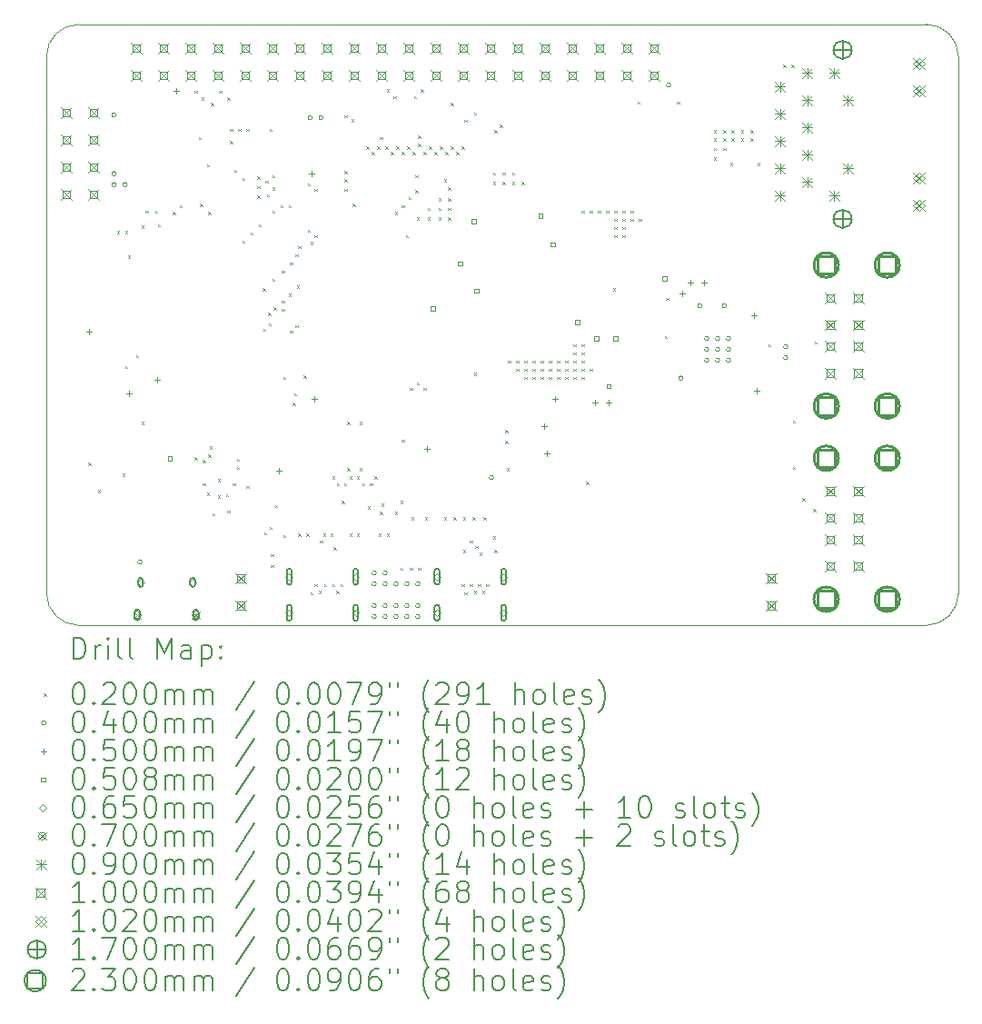
<source format=gbr>
%FSLAX45Y45*%
G04 Gerber Fmt 4.5, Leading zero omitted, Abs format (unit mm)*
G04 Created by KiCad (PCBNEW (6.0.2-0)) date 2022-04-26 16:32:37*
%MOMM*%
%LPD*%
G01*
G04 APERTURE LIST*
%TA.AperFunction,Profile*%
%ADD10C,0.100000*%
%TD*%
%ADD11C,0.200000*%
%ADD12C,0.020000*%
%ADD13C,0.040000*%
%ADD14C,0.050000*%
%ADD15C,0.050800*%
%ADD16C,0.065000*%
%ADD17C,0.070000*%
%ADD18C,0.090000*%
%ADD19C,0.100000*%
%ADD20C,0.102000*%
%ADD21C,0.170000*%
%ADD22C,0.230000*%
G04 APERTURE END LIST*
D10*
X10500000Y-2300000D02*
G75*
G03*
X10200000Y-2000000I-300000J0D01*
G01*
X2300000Y-2000000D02*
G75*
G03*
X2000000Y-2300000I0J-300000D01*
G01*
X2000000Y-7300000D02*
G75*
G03*
X2300000Y-7600000I300000J0D01*
G01*
X10200000Y-7600000D02*
G75*
G03*
X10500000Y-7300000I0J300000D01*
G01*
X2000000Y-7300000D02*
X2000000Y-2300000D01*
X10500000Y-2300000D02*
X10500000Y-7300000D01*
X10200000Y-7600000D02*
X2300000Y-7600000D01*
X2300000Y-2000000D02*
X10200000Y-2000000D01*
D11*
D12*
X2390300Y-6086000D02*
X2410300Y-6106000D01*
X2410300Y-6086000D02*
X2390300Y-6106000D01*
X2479200Y-6340000D02*
X2499200Y-6360000D01*
X2499200Y-6340000D02*
X2479200Y-6360000D01*
X2657000Y-3927000D02*
X2677000Y-3947000D01*
X2677000Y-3927000D02*
X2657000Y-3947000D01*
X2707800Y-6187600D02*
X2727800Y-6207600D01*
X2727800Y-6187600D02*
X2707800Y-6207600D01*
X2733200Y-3927000D02*
X2753200Y-3947000D01*
X2753200Y-3927000D02*
X2733200Y-3947000D01*
X2733200Y-5184300D02*
X2753200Y-5204300D01*
X2753200Y-5184300D02*
X2733200Y-5204300D01*
X2758600Y-4155600D02*
X2778600Y-4175600D01*
X2778600Y-4155600D02*
X2758600Y-4175600D01*
X2834800Y-5082700D02*
X2854800Y-5102700D01*
X2854800Y-5082700D02*
X2834800Y-5102700D01*
X2885600Y-3876200D02*
X2905600Y-3896200D01*
X2905600Y-3876200D02*
X2885600Y-3896200D01*
X2885600Y-5705000D02*
X2905600Y-5725000D01*
X2905600Y-5705000D02*
X2885600Y-5725000D01*
X2923700Y-3736500D02*
X2943700Y-3756500D01*
X2943700Y-3736500D02*
X2923700Y-3756500D01*
X3012600Y-3736500D02*
X3032600Y-3756500D01*
X3032600Y-3736500D02*
X3012600Y-3756500D01*
X3038000Y-3863500D02*
X3058000Y-3883500D01*
X3058000Y-3863500D02*
X3038000Y-3883500D01*
X3177700Y-3749200D02*
X3197700Y-3769200D01*
X3197700Y-3749200D02*
X3177700Y-3769200D01*
X3241200Y-3685700D02*
X3261200Y-3705700D01*
X3261200Y-3685700D02*
X3241200Y-3705700D01*
X3380900Y-2618900D02*
X3400900Y-2638900D01*
X3400900Y-2618900D02*
X3380900Y-2638900D01*
X3380900Y-6035200D02*
X3400900Y-6055200D01*
X3400900Y-6035200D02*
X3380900Y-6055200D01*
X3419000Y-3050700D02*
X3439000Y-3070700D01*
X3439000Y-3050700D02*
X3419000Y-3070700D01*
X3431700Y-3673000D02*
X3451700Y-3693000D01*
X3451700Y-3673000D02*
X3431700Y-3693000D01*
X3444400Y-2682400D02*
X3464400Y-2702400D01*
X3464400Y-2682400D02*
X3444400Y-2702400D01*
X3457100Y-6276500D02*
X3477100Y-6296500D01*
X3477100Y-6276500D02*
X3457100Y-6296500D01*
X3457468Y-6060232D02*
X3477468Y-6080232D01*
X3477468Y-6060232D02*
X3457468Y-6080232D01*
X3495200Y-3304700D02*
X3515200Y-3324700D01*
X3515200Y-3304700D02*
X3495200Y-3324700D01*
X3495200Y-6365400D02*
X3515200Y-6385400D01*
X3515200Y-6365400D02*
X3495200Y-6385400D01*
X3507532Y-6010168D02*
X3527532Y-6030168D01*
X3527532Y-6010168D02*
X3507532Y-6030168D01*
X3507900Y-3749200D02*
X3527900Y-3769200D01*
X3527900Y-3749200D02*
X3507900Y-3769200D01*
X3520600Y-5933600D02*
X3540600Y-5953600D01*
X3540600Y-5933600D02*
X3520600Y-5953600D01*
X3533300Y-2733200D02*
X3553300Y-2753200D01*
X3553300Y-2733200D02*
X3533300Y-2753200D01*
X3546000Y-6555900D02*
X3566000Y-6575900D01*
X3566000Y-6555900D02*
X3546000Y-6575900D01*
X3596800Y-6238400D02*
X3616800Y-6258400D01*
X3616800Y-6238400D02*
X3596800Y-6258400D01*
X3596800Y-6390800D02*
X3616800Y-6410800D01*
X3616800Y-6390800D02*
X3596800Y-6410800D01*
X3609500Y-2618900D02*
X3629500Y-2638900D01*
X3629500Y-2618900D02*
X3609500Y-2638900D01*
X3673000Y-6378100D02*
X3693000Y-6398100D01*
X3693000Y-6378100D02*
X3673000Y-6398100D01*
X3685700Y-2682400D02*
X3705700Y-2702400D01*
X3705700Y-2682400D02*
X3685700Y-2702400D01*
X3685700Y-6530500D02*
X3705700Y-6550500D01*
X3705700Y-6530500D02*
X3685700Y-6550500D01*
X3711100Y-2974500D02*
X3731100Y-2994500D01*
X3731100Y-2974500D02*
X3711100Y-2994500D01*
X3711100Y-3088800D02*
X3731100Y-3108800D01*
X3731100Y-3088800D02*
X3711100Y-3108800D01*
X3736500Y-6276500D02*
X3756500Y-6296500D01*
X3756500Y-6276500D02*
X3736500Y-6296500D01*
X3749200Y-3355500D02*
X3769200Y-3375500D01*
X3769200Y-3355500D02*
X3749200Y-3375500D01*
X3774600Y-6047900D02*
X3794600Y-6067900D01*
X3794600Y-6047900D02*
X3774600Y-6067900D01*
X3774600Y-6124100D02*
X3794600Y-6144100D01*
X3794600Y-6124100D02*
X3774600Y-6144100D01*
X3787300Y-2974500D02*
X3807300Y-2994500D01*
X3807300Y-2974500D02*
X3787300Y-2994500D01*
X3825400Y-3431700D02*
X3845400Y-3451700D01*
X3845400Y-3431700D02*
X3825400Y-3451700D01*
X3825400Y-4015900D02*
X3845400Y-4035900D01*
X3845400Y-4015900D02*
X3825400Y-4035900D01*
X3863500Y-2974500D02*
X3883500Y-2994500D01*
X3883500Y-2974500D02*
X3863500Y-2994500D01*
X3863500Y-6301900D02*
X3883500Y-6321900D01*
X3883500Y-6301900D02*
X3863500Y-6321900D01*
X3901600Y-3939700D02*
X3921600Y-3959700D01*
X3921600Y-3939700D02*
X3901600Y-3959700D01*
X3965100Y-3419000D02*
X3985100Y-3439000D01*
X3985100Y-3419000D02*
X3965100Y-3439000D01*
X3965100Y-3507900D02*
X3985100Y-3527900D01*
X3985100Y-3507900D02*
X3965100Y-3527900D01*
X3965100Y-3596800D02*
X3985100Y-3616800D01*
X3985100Y-3596800D02*
X3965100Y-3616800D01*
X3977800Y-3863500D02*
X3997800Y-3883500D01*
X3997800Y-3863500D02*
X3977800Y-3883500D01*
X4015900Y-4460400D02*
X4035900Y-4480400D01*
X4035900Y-4460400D02*
X4015900Y-4480400D01*
X4022618Y-4834682D02*
X4042618Y-4854682D01*
X4042618Y-4834682D02*
X4022618Y-4854682D01*
X4028600Y-6733700D02*
X4048600Y-6753700D01*
X4048600Y-6733700D02*
X4028600Y-6753700D01*
X4041300Y-3457100D02*
X4061300Y-3477100D01*
X4061300Y-3457100D02*
X4041300Y-3477100D01*
X4054000Y-3584100D02*
X4074000Y-3604100D01*
X4074000Y-3584100D02*
X4054000Y-3604100D01*
X4067068Y-4688632D02*
X4087068Y-4708632D01*
X4087068Y-4688632D02*
X4067068Y-4708632D01*
X4072682Y-4784618D02*
X4092682Y-4804618D01*
X4092682Y-4784618D02*
X4072682Y-4804618D01*
X4079400Y-2974500D02*
X4099400Y-2994500D01*
X4099400Y-2974500D02*
X4079400Y-2994500D01*
X4079400Y-6682900D02*
X4099400Y-6702900D01*
X4099400Y-6682900D02*
X4079400Y-6702900D01*
X4092100Y-6936900D02*
X4112100Y-6956900D01*
X4112100Y-6936900D02*
X4092100Y-6956900D01*
X4092100Y-7038500D02*
X4112100Y-7058500D01*
X4112100Y-7038500D02*
X4092100Y-7058500D01*
X4104800Y-3406300D02*
X4124800Y-3426300D01*
X4124800Y-3406300D02*
X4104800Y-3426300D01*
X4104800Y-3520600D02*
X4124800Y-3540600D01*
X4124800Y-3520600D02*
X4104800Y-3540600D01*
X4104800Y-3736500D02*
X4124800Y-3756500D01*
X4124800Y-3736500D02*
X4104800Y-3756500D01*
X4104800Y-4371500D02*
X4124800Y-4391500D01*
X4124800Y-4371500D02*
X4104800Y-4391500D01*
X4117132Y-4638568D02*
X4137132Y-4658568D01*
X4137132Y-4638568D02*
X4117132Y-4658568D01*
X4130200Y-6479700D02*
X4150200Y-6499700D01*
X4150200Y-6479700D02*
X4130200Y-6499700D01*
X4181000Y-3685700D02*
X4201000Y-3705700D01*
X4201000Y-3685700D02*
X4181000Y-3705700D01*
X4193700Y-4295300D02*
X4213700Y-4315300D01*
X4213700Y-4295300D02*
X4193700Y-4315300D01*
X4193700Y-4574700D02*
X4213700Y-4594700D01*
X4213700Y-4574700D02*
X4193700Y-4594700D01*
X4193700Y-4650900D02*
X4213700Y-4670900D01*
X4213700Y-4650900D02*
X4193700Y-4670900D01*
X4206400Y-5285900D02*
X4226400Y-5305900D01*
X4226400Y-5285900D02*
X4206400Y-5305900D01*
X4206400Y-6759100D02*
X4226400Y-6779100D01*
X4226400Y-6759100D02*
X4206400Y-6779100D01*
X4257200Y-3685700D02*
X4277200Y-3705700D01*
X4277200Y-3685700D02*
X4257200Y-3705700D01*
X4257200Y-4511200D02*
X4277200Y-4531200D01*
X4277200Y-4511200D02*
X4257200Y-4531200D01*
X4269900Y-4219100D02*
X4289900Y-4239100D01*
X4289900Y-4219100D02*
X4269900Y-4239100D01*
X4270268Y-4853732D02*
X4290268Y-4873732D01*
X4290268Y-4853732D02*
X4270268Y-4873732D01*
X4295300Y-5527200D02*
X4315300Y-5547200D01*
X4315300Y-5527200D02*
X4295300Y-5547200D01*
X4308000Y-5438300D02*
X4328000Y-5458300D01*
X4328000Y-5438300D02*
X4308000Y-5458300D01*
X4320332Y-4803668D02*
X4340332Y-4823668D01*
X4340332Y-4803668D02*
X4320332Y-4823668D01*
X4320700Y-4142900D02*
X4340700Y-4162900D01*
X4340700Y-4142900D02*
X4320700Y-4162900D01*
X4333400Y-4435000D02*
X4353400Y-4455000D01*
X4353400Y-4435000D02*
X4333400Y-4455000D01*
X4346100Y-4066700D02*
X4366100Y-4086700D01*
X4366100Y-4066700D02*
X4346100Y-4086700D01*
X4346100Y-6746400D02*
X4366100Y-6766400D01*
X4366100Y-6746400D02*
X4346100Y-6766400D01*
X4396900Y-5273200D02*
X4416900Y-5293200D01*
X4416900Y-5273200D02*
X4396900Y-5293200D01*
X4422300Y-6746400D02*
X4442300Y-6766400D01*
X4442300Y-6746400D02*
X4422300Y-6766400D01*
X4435000Y-3482500D02*
X4455000Y-3502500D01*
X4455000Y-3482500D02*
X4435000Y-3502500D01*
X4435000Y-3914300D02*
X4455000Y-3934300D01*
X4455000Y-3914300D02*
X4435000Y-3934300D01*
X4460400Y-4028600D02*
X4480400Y-4048600D01*
X4480400Y-4028600D02*
X4460400Y-4048600D01*
X4460400Y-7292500D02*
X4480400Y-7312500D01*
X4480400Y-7292500D02*
X4460400Y-7312500D01*
X4498500Y-3533300D02*
X4518500Y-3553300D01*
X4518500Y-3533300D02*
X4498500Y-3553300D01*
X4498500Y-3965100D02*
X4518500Y-3985100D01*
X4518500Y-3965100D02*
X4498500Y-3985100D01*
X4498500Y-7216300D02*
X4518500Y-7236300D01*
X4518500Y-7216300D02*
X4498500Y-7236300D01*
X4536600Y-7279800D02*
X4556600Y-7299800D01*
X4556600Y-7279800D02*
X4536600Y-7299800D01*
X4549300Y-6809900D02*
X4569300Y-6829900D01*
X4569300Y-6809900D02*
X4549300Y-6829900D01*
X4577400Y-6744215D02*
X4597400Y-6764215D01*
X4597400Y-6744215D02*
X4577400Y-6764215D01*
X4587400Y-7216300D02*
X4607400Y-7236300D01*
X4607400Y-7216300D02*
X4587400Y-7236300D01*
X4648200Y-6744215D02*
X4668200Y-6764215D01*
X4668200Y-6744215D02*
X4648200Y-6764215D01*
X4663600Y-6213000D02*
X4683600Y-6233000D01*
X4683600Y-6213000D02*
X4663600Y-6233000D01*
X4663600Y-7216300D02*
X4683600Y-7236300D01*
X4683600Y-7216300D02*
X4663600Y-7236300D01*
X4676300Y-6873400D02*
X4696300Y-6893400D01*
X4696300Y-6873400D02*
X4676300Y-6893400D01*
X4701700Y-7279800D02*
X4721700Y-7299800D01*
X4721700Y-7279800D02*
X4701700Y-7299800D01*
X4704600Y-6275181D02*
X4724600Y-6295181D01*
X4724600Y-6275181D02*
X4704600Y-6295181D01*
X4739800Y-7216300D02*
X4759800Y-7236300D01*
X4759800Y-7216300D02*
X4739800Y-7236300D01*
X4752500Y-6441600D02*
X4772500Y-6461600D01*
X4772500Y-6441600D02*
X4752500Y-6461600D01*
X4775400Y-6275181D02*
X4795400Y-6295181D01*
X4795400Y-6275181D02*
X4775400Y-6295181D01*
X4777900Y-2847500D02*
X4797900Y-2867500D01*
X4797900Y-2847500D02*
X4777900Y-2867500D01*
X4777900Y-3368200D02*
X4797900Y-3388200D01*
X4797900Y-3368200D02*
X4777900Y-3388200D01*
X4777900Y-3444400D02*
X4797900Y-3464400D01*
X4797900Y-3444400D02*
X4777900Y-3464400D01*
X4777900Y-3533300D02*
X4797900Y-3553300D01*
X4797900Y-3533300D02*
X4777900Y-3553300D01*
X4803300Y-5705000D02*
X4823300Y-5725000D01*
X4823300Y-5705000D02*
X4803300Y-5725000D01*
X4803300Y-6136800D02*
X4823300Y-6156800D01*
X4823300Y-6136800D02*
X4803300Y-6156800D01*
X4824600Y-6213000D02*
X4844600Y-6233000D01*
X4844600Y-6213000D02*
X4824600Y-6233000D01*
X4824600Y-6747043D02*
X4844600Y-6767043D01*
X4844600Y-6747043D02*
X4824600Y-6767043D01*
X4841400Y-2885600D02*
X4861400Y-2905600D01*
X4861400Y-2885600D02*
X4841400Y-2905600D01*
X4854100Y-3673000D02*
X4874100Y-3693000D01*
X4874100Y-3673000D02*
X4854100Y-3693000D01*
X4895400Y-6213000D02*
X4915400Y-6233000D01*
X4915400Y-6213000D02*
X4895400Y-6233000D01*
X4895400Y-6747043D02*
X4915400Y-6767043D01*
X4915400Y-6747043D02*
X4895400Y-6767043D01*
X4917600Y-5705000D02*
X4937600Y-5725000D01*
X4937600Y-5705000D02*
X4917600Y-5725000D01*
X4917600Y-6136800D02*
X4937600Y-6156800D01*
X4937600Y-6136800D02*
X4917600Y-6156800D01*
X4944600Y-6275715D02*
X4964600Y-6295715D01*
X4964600Y-6275715D02*
X4944600Y-6295715D01*
X4981100Y-3139600D02*
X5001100Y-3159600D01*
X5001100Y-3139600D02*
X4981100Y-3159600D01*
X4993800Y-6492400D02*
X5013800Y-6512400D01*
X5013800Y-6492400D02*
X4993800Y-6512400D01*
X5015400Y-6275715D02*
X5035400Y-6295715D01*
X5035400Y-6275715D02*
X5015400Y-6295715D01*
X5031900Y-3190400D02*
X5051900Y-3210400D01*
X5051900Y-3190400D02*
X5031900Y-3210400D01*
X5057300Y-6213000D02*
X5077300Y-6233000D01*
X5077300Y-6213000D02*
X5057300Y-6233000D01*
X5082700Y-3139600D02*
X5102700Y-3159600D01*
X5102700Y-3139600D02*
X5082700Y-3159600D01*
X5095400Y-6746400D02*
X5115400Y-6766400D01*
X5115400Y-6746400D02*
X5095400Y-6766400D01*
X5108100Y-3050700D02*
X5128100Y-3070700D01*
X5128100Y-3050700D02*
X5108100Y-3070700D01*
X5108100Y-6543200D02*
X5128100Y-6563200D01*
X5128100Y-6543200D02*
X5108100Y-6563200D01*
X5120800Y-6467000D02*
X5140800Y-6487000D01*
X5140800Y-6467000D02*
X5120800Y-6487000D01*
X5158900Y-3139600D02*
X5178900Y-3159600D01*
X5178900Y-3139600D02*
X5158900Y-3159600D01*
X5171600Y-2606200D02*
X5191600Y-2626200D01*
X5191600Y-2606200D02*
X5171600Y-2626200D01*
X5171600Y-6746400D02*
X5191600Y-6766400D01*
X5191600Y-6746400D02*
X5171600Y-6766400D01*
X5209700Y-3190400D02*
X5229700Y-3210400D01*
X5229700Y-3190400D02*
X5209700Y-3210400D01*
X5235100Y-2669700D02*
X5255100Y-2689700D01*
X5255100Y-2669700D02*
X5235100Y-2689700D01*
X5247800Y-3749200D02*
X5267800Y-3769200D01*
X5267800Y-3749200D02*
X5247800Y-3769200D01*
X5247800Y-6543200D02*
X5267800Y-6563200D01*
X5267800Y-6543200D02*
X5247800Y-6563200D01*
X5260500Y-3139600D02*
X5280500Y-3159600D01*
X5280500Y-3139600D02*
X5260500Y-3159600D01*
X5298600Y-6441600D02*
X5318600Y-6461600D01*
X5318600Y-6441600D02*
X5298600Y-6461600D01*
X5298600Y-7063900D02*
X5318600Y-7083900D01*
X5318600Y-7063900D02*
X5298600Y-7083900D01*
X5311300Y-3190400D02*
X5331300Y-3210400D01*
X5331300Y-3190400D02*
X5311300Y-3210400D01*
X5311300Y-3685700D02*
X5331300Y-3705700D01*
X5331300Y-3685700D02*
X5311300Y-3705700D01*
X5311300Y-5870100D02*
X5331300Y-5890100D01*
X5331300Y-5870100D02*
X5311300Y-5890100D01*
X5349400Y-3965100D02*
X5369400Y-3985100D01*
X5369400Y-3965100D02*
X5349400Y-3985100D01*
X5362100Y-3139600D02*
X5382100Y-3159600D01*
X5382100Y-3139600D02*
X5362100Y-3159600D01*
X5374800Y-3609500D02*
X5394800Y-3629500D01*
X5394800Y-3609500D02*
X5374800Y-3629500D01*
X5387500Y-5387500D02*
X5407500Y-5407500D01*
X5407500Y-5387500D02*
X5387500Y-5407500D01*
X5387500Y-7063900D02*
X5407500Y-7083900D01*
X5407500Y-7063900D02*
X5387500Y-7083900D01*
X5400200Y-6594000D02*
X5420200Y-6614000D01*
X5420200Y-6594000D02*
X5400200Y-6614000D01*
X5412900Y-3190400D02*
X5432900Y-3210400D01*
X5432900Y-3190400D02*
X5412900Y-3210400D01*
X5425600Y-2669700D02*
X5445600Y-2689700D01*
X5445600Y-2669700D02*
X5425600Y-2689700D01*
X5438300Y-3406300D02*
X5458300Y-3426300D01*
X5458300Y-3406300D02*
X5438300Y-3426300D01*
X5438300Y-3546000D02*
X5458300Y-3566000D01*
X5458300Y-3546000D02*
X5438300Y-3566000D01*
X5451000Y-3800000D02*
X5471000Y-3820000D01*
X5471000Y-3800000D02*
X5451000Y-3820000D01*
X5451000Y-5336700D02*
X5471000Y-5356700D01*
X5471000Y-5336700D02*
X5451000Y-5356700D01*
X5463700Y-3038000D02*
X5483700Y-3058000D01*
X5483700Y-3038000D02*
X5463700Y-3058000D01*
X5463700Y-3114200D02*
X5483700Y-3134200D01*
X5483700Y-3114200D02*
X5463700Y-3134200D01*
X5463700Y-7063900D02*
X5483700Y-7083900D01*
X5483700Y-7063900D02*
X5463700Y-7083900D01*
X5489100Y-2606200D02*
X5509100Y-2626200D01*
X5509100Y-2606200D02*
X5489100Y-2626200D01*
X5514500Y-3190400D02*
X5534500Y-3210400D01*
X5534500Y-3190400D02*
X5514500Y-3210400D01*
X5514500Y-5387500D02*
X5534500Y-5407500D01*
X5534500Y-5387500D02*
X5514500Y-5407500D01*
X5527200Y-6594000D02*
X5547200Y-6614000D01*
X5547200Y-6594000D02*
X5527200Y-6614000D01*
X5552600Y-3711100D02*
X5572600Y-3731100D01*
X5572600Y-3711100D02*
X5552600Y-3731100D01*
X5552600Y-3800000D02*
X5572600Y-3820000D01*
X5572600Y-3800000D02*
X5552600Y-3820000D01*
X5565300Y-3139600D02*
X5585300Y-3159600D01*
X5585300Y-3139600D02*
X5565300Y-3159600D01*
X5616100Y-3190400D02*
X5636100Y-3210400D01*
X5636100Y-3190400D02*
X5616100Y-3210400D01*
X5654200Y-3622200D02*
X5674200Y-3642200D01*
X5674200Y-3622200D02*
X5654200Y-3642200D01*
X5654200Y-3711100D02*
X5674200Y-3731100D01*
X5674200Y-3711100D02*
X5654200Y-3731100D01*
X5654200Y-3800000D02*
X5674200Y-3820000D01*
X5674200Y-3800000D02*
X5654200Y-3820000D01*
X5666900Y-3139600D02*
X5686900Y-3159600D01*
X5686900Y-3139600D02*
X5666900Y-3159600D01*
X5705000Y-3444400D02*
X5725000Y-3464400D01*
X5725000Y-3444400D02*
X5705000Y-3464400D01*
X5705000Y-6594000D02*
X5725000Y-6614000D01*
X5725000Y-6594000D02*
X5705000Y-6614000D01*
X5717700Y-3190400D02*
X5737700Y-3210400D01*
X5737700Y-3190400D02*
X5717700Y-3210400D01*
X5743100Y-3520600D02*
X5763100Y-3540600D01*
X5763100Y-3520600D02*
X5743100Y-3540600D01*
X5743100Y-3622200D02*
X5763100Y-3642200D01*
X5763100Y-3622200D02*
X5743100Y-3642200D01*
X5743100Y-3711100D02*
X5763100Y-3731100D01*
X5763100Y-3711100D02*
X5743100Y-3731100D01*
X5743100Y-3800000D02*
X5763100Y-3820000D01*
X5763100Y-3800000D02*
X5743100Y-3820000D01*
X5768500Y-2733200D02*
X5788500Y-2753200D01*
X5788500Y-2733200D02*
X5768500Y-2753200D01*
X5768500Y-3139600D02*
X5788500Y-3159600D01*
X5788500Y-3139600D02*
X5768500Y-3159600D01*
X5793900Y-6594000D02*
X5813900Y-6614000D01*
X5813900Y-6594000D02*
X5793900Y-6614000D01*
X5819300Y-3190400D02*
X5839300Y-3210400D01*
X5839300Y-3190400D02*
X5819300Y-3210400D01*
X5870100Y-3139600D02*
X5890100Y-3159600D01*
X5890100Y-3139600D02*
X5870100Y-3159600D01*
X5870100Y-7216300D02*
X5890100Y-7236300D01*
X5890100Y-7216300D02*
X5870100Y-7236300D01*
X5882800Y-6594000D02*
X5902800Y-6614000D01*
X5902800Y-6594000D02*
X5882800Y-6614000D01*
X5882800Y-6898800D02*
X5902800Y-6918800D01*
X5902800Y-6898800D02*
X5882800Y-6918800D01*
X5895500Y-2887802D02*
X5915500Y-2907802D01*
X5915500Y-2887802D02*
X5895500Y-2907802D01*
X5895500Y-7292500D02*
X5915500Y-7312500D01*
X5915500Y-7292500D02*
X5895500Y-7312500D01*
X5946300Y-6809900D02*
X5966300Y-6829900D01*
X5966300Y-6809900D02*
X5946300Y-6829900D01*
X5948280Y-7213814D02*
X5968280Y-7233814D01*
X5968280Y-7213814D02*
X5948280Y-7233814D01*
X5971700Y-6594000D02*
X5991700Y-6614000D01*
X5991700Y-6594000D02*
X5971700Y-6614000D01*
X5984400Y-2822100D02*
X6004400Y-2842100D01*
X6004400Y-2822100D02*
X5984400Y-2842100D01*
X5984400Y-5247800D02*
X6004400Y-5267800D01*
X6004400Y-5247800D02*
X5984400Y-5267800D01*
X5984400Y-7279800D02*
X6004400Y-7299800D01*
X6004400Y-7279800D02*
X5984400Y-7299800D01*
X5997100Y-6860700D02*
X6017100Y-6880700D01*
X6017100Y-6860700D02*
X5997100Y-6880700D01*
X6022500Y-7216300D02*
X6042500Y-7236300D01*
X6042500Y-7216300D02*
X6022500Y-7236300D01*
X6035200Y-6924200D02*
X6055200Y-6944200D01*
X6055200Y-6924200D02*
X6035200Y-6944200D01*
X6060600Y-7279800D02*
X6080600Y-7299800D01*
X6080600Y-7279800D02*
X6060600Y-7299800D01*
X6073300Y-6594000D02*
X6093300Y-6614000D01*
X6093300Y-6594000D02*
X6073300Y-6614000D01*
X6098700Y-7216300D02*
X6118700Y-7236300D01*
X6118700Y-7216300D02*
X6098700Y-7236300D01*
X6162200Y-3380900D02*
X6182200Y-3400900D01*
X6182200Y-3380900D02*
X6162200Y-3400900D01*
X6162200Y-3469800D02*
X6182200Y-3489800D01*
X6182200Y-3469800D02*
X6162200Y-3489800D01*
X6162200Y-6771800D02*
X6182200Y-6791800D01*
X6182200Y-6771800D02*
X6162200Y-6791800D01*
X6174900Y-2987200D02*
X6194900Y-3007200D01*
X6194900Y-2987200D02*
X6174900Y-3007200D01*
X6174900Y-6898800D02*
X6194900Y-6918800D01*
X6194900Y-6898800D02*
X6174900Y-6918800D01*
X6225700Y-2936400D02*
X6245700Y-2956400D01*
X6245700Y-2936400D02*
X6225700Y-2956400D01*
X6251100Y-3380900D02*
X6271100Y-3400900D01*
X6271100Y-3380900D02*
X6251100Y-3400900D01*
X6251100Y-3469800D02*
X6271100Y-3489800D01*
X6271100Y-3469800D02*
X6251100Y-3489800D01*
X6276500Y-5781200D02*
X6296500Y-5801200D01*
X6296500Y-5781200D02*
X6276500Y-5801200D01*
X6276500Y-5882800D02*
X6296500Y-5902800D01*
X6296500Y-5882800D02*
X6276500Y-5902800D01*
X6289200Y-6136800D02*
X6309200Y-6156800D01*
X6309200Y-6136800D02*
X6289200Y-6156800D01*
X6301900Y-5133500D02*
X6321900Y-5153500D01*
X6321900Y-5133500D02*
X6301900Y-5153500D01*
X6340000Y-3380900D02*
X6360000Y-3400900D01*
X6360000Y-3380900D02*
X6340000Y-3400900D01*
X6340000Y-3469800D02*
X6360000Y-3489800D01*
X6360000Y-3469800D02*
X6340000Y-3489800D01*
X6378100Y-5133500D02*
X6398100Y-5153500D01*
X6398100Y-5133500D02*
X6378100Y-5153500D01*
X6378100Y-5209700D02*
X6398100Y-5229700D01*
X6398100Y-5209700D02*
X6378100Y-5229700D01*
X6428900Y-3469800D02*
X6448900Y-3489800D01*
X6448900Y-3469800D02*
X6428900Y-3489800D01*
X6454300Y-5133500D02*
X6474300Y-5153500D01*
X6474300Y-5133500D02*
X6454300Y-5153500D01*
X6454300Y-5209700D02*
X6474300Y-5229700D01*
X6474300Y-5209700D02*
X6454300Y-5229700D01*
X6454300Y-5285900D02*
X6474300Y-5305900D01*
X6474300Y-5285900D02*
X6454300Y-5305900D01*
X6530500Y-5133500D02*
X6550500Y-5153500D01*
X6550500Y-5133500D02*
X6530500Y-5153500D01*
X6530500Y-5209700D02*
X6550500Y-5229700D01*
X6550500Y-5209700D02*
X6530500Y-5229700D01*
X6530500Y-5285900D02*
X6550500Y-5305900D01*
X6550500Y-5285900D02*
X6530500Y-5305900D01*
X6606700Y-5133500D02*
X6626700Y-5153500D01*
X6626700Y-5133500D02*
X6606700Y-5153500D01*
X6606700Y-5209700D02*
X6626700Y-5229700D01*
X6626700Y-5209700D02*
X6606700Y-5229700D01*
X6606700Y-5285900D02*
X6626700Y-5305900D01*
X6626700Y-5285900D02*
X6606700Y-5305900D01*
X6682900Y-5133500D02*
X6702900Y-5153500D01*
X6702900Y-5133500D02*
X6682900Y-5153500D01*
X6682900Y-5209700D02*
X6702900Y-5229700D01*
X6702900Y-5209700D02*
X6682900Y-5229700D01*
X6682900Y-5285900D02*
X6702900Y-5305900D01*
X6702900Y-5285900D02*
X6682900Y-5305900D01*
X6759100Y-5133500D02*
X6779100Y-5153500D01*
X6779100Y-5133500D02*
X6759100Y-5153500D01*
X6759100Y-5209700D02*
X6779100Y-5229700D01*
X6779100Y-5209700D02*
X6759100Y-5229700D01*
X6759100Y-5285900D02*
X6779100Y-5305900D01*
X6779100Y-5285900D02*
X6759100Y-5305900D01*
X6835300Y-5133500D02*
X6855300Y-5153500D01*
X6855300Y-5133500D02*
X6835300Y-5153500D01*
X6835300Y-5209700D02*
X6855300Y-5229700D01*
X6855300Y-5209700D02*
X6835300Y-5229700D01*
X6835300Y-5285900D02*
X6855300Y-5305900D01*
X6855300Y-5285900D02*
X6835300Y-5305900D01*
X6911500Y-4981100D02*
X6931500Y-5001100D01*
X6931500Y-4981100D02*
X6911500Y-5001100D01*
X6911500Y-5057300D02*
X6931500Y-5077300D01*
X6931500Y-5057300D02*
X6911500Y-5077300D01*
X6911500Y-5133500D02*
X6931500Y-5153500D01*
X6931500Y-5133500D02*
X6911500Y-5153500D01*
X6911500Y-5209700D02*
X6931500Y-5229700D01*
X6931500Y-5209700D02*
X6911500Y-5229700D01*
X6911500Y-5285900D02*
X6931500Y-5305900D01*
X6931500Y-5285900D02*
X6911500Y-5305900D01*
X6987700Y-3736500D02*
X7007700Y-3756500D01*
X7007700Y-3736500D02*
X6987700Y-3756500D01*
X6987700Y-4981100D02*
X7007700Y-5001100D01*
X7007700Y-4981100D02*
X6987700Y-5001100D01*
X6987700Y-5057300D02*
X7007700Y-5077300D01*
X7007700Y-5057300D02*
X6987700Y-5077300D01*
X6987700Y-5133500D02*
X7007700Y-5153500D01*
X7007700Y-5133500D02*
X6987700Y-5153500D01*
X6987700Y-5209700D02*
X7007700Y-5229700D01*
X7007700Y-5209700D02*
X6987700Y-5229700D01*
X6987700Y-5285900D02*
X7007700Y-5305900D01*
X7007700Y-5285900D02*
X6987700Y-5305900D01*
X7031455Y-6263634D02*
X7051455Y-6283634D01*
X7051455Y-6263634D02*
X7031455Y-6283634D01*
X7063900Y-3736500D02*
X7083900Y-3756500D01*
X7083900Y-3736500D02*
X7063900Y-3756500D01*
X7063900Y-5209700D02*
X7083900Y-5229700D01*
X7083900Y-5209700D02*
X7063900Y-5229700D01*
X7140100Y-3736500D02*
X7160100Y-3756500D01*
X7160100Y-3736500D02*
X7140100Y-3756500D01*
X7216300Y-3736500D02*
X7236300Y-3756500D01*
X7236300Y-3736500D02*
X7216300Y-3756500D01*
X7279800Y-4460400D02*
X7299800Y-4480400D01*
X7299800Y-4460400D02*
X7279800Y-4480400D01*
X7292500Y-3736500D02*
X7312500Y-3756500D01*
X7312500Y-3736500D02*
X7292500Y-3756500D01*
X7292500Y-3812700D02*
X7312500Y-3832700D01*
X7312500Y-3812700D02*
X7292500Y-3832700D01*
X7292500Y-3888900D02*
X7312500Y-3908900D01*
X7312500Y-3888900D02*
X7292500Y-3908900D01*
X7292500Y-3965100D02*
X7312500Y-3985100D01*
X7312500Y-3965100D02*
X7292500Y-3985100D01*
X7368700Y-3736500D02*
X7388700Y-3756500D01*
X7388700Y-3736500D02*
X7368700Y-3756500D01*
X7368700Y-3812700D02*
X7388700Y-3832700D01*
X7388700Y-3812700D02*
X7368700Y-3832700D01*
X7368700Y-3888900D02*
X7388700Y-3908900D01*
X7388700Y-3888900D02*
X7368700Y-3908900D01*
X7368700Y-3965100D02*
X7388700Y-3985100D01*
X7388700Y-3965100D02*
X7368700Y-3985100D01*
X7444900Y-3736500D02*
X7464900Y-3756500D01*
X7464900Y-3736500D02*
X7444900Y-3756500D01*
X7444900Y-3812700D02*
X7464900Y-3832700D01*
X7464900Y-3812700D02*
X7444900Y-3832700D01*
X7508400Y-2720500D02*
X7528400Y-2740500D01*
X7528400Y-2720500D02*
X7508400Y-2740500D01*
X7521100Y-3812700D02*
X7541100Y-3832700D01*
X7541100Y-3812700D02*
X7521100Y-3832700D01*
X7762400Y-4904900D02*
X7782400Y-4924900D01*
X7782400Y-4904900D02*
X7762400Y-4924900D01*
X7775100Y-4549300D02*
X7795100Y-4569300D01*
X7795100Y-4549300D02*
X7775100Y-4569300D01*
X7876700Y-2720500D02*
X7896700Y-2740500D01*
X7896700Y-2720500D02*
X7876700Y-2740500D01*
X8219600Y-2987200D02*
X8239600Y-3007200D01*
X8239600Y-2987200D02*
X8219600Y-3007200D01*
X8219600Y-3063400D02*
X8239600Y-3083400D01*
X8239600Y-3063400D02*
X8219600Y-3083400D01*
X8219600Y-3152300D02*
X8239600Y-3172300D01*
X8239600Y-3152300D02*
X8219600Y-3172300D01*
X8219600Y-3241200D02*
X8239600Y-3261200D01*
X8239600Y-3241200D02*
X8219600Y-3261200D01*
X8308500Y-2987200D02*
X8328500Y-3007200D01*
X8328500Y-2987200D02*
X8308500Y-3007200D01*
X8308500Y-3063400D02*
X8328500Y-3083400D01*
X8328500Y-3063400D02*
X8308500Y-3083400D01*
X8308500Y-3152300D02*
X8328500Y-3172300D01*
X8328500Y-3152300D02*
X8308500Y-3172300D01*
X8372000Y-3292000D02*
X8392000Y-3312000D01*
X8392000Y-3292000D02*
X8372000Y-3312000D01*
X8384700Y-2987200D02*
X8404700Y-3007200D01*
X8404700Y-2987200D02*
X8384700Y-3007200D01*
X8384700Y-3063400D02*
X8404700Y-3083400D01*
X8404700Y-3063400D02*
X8384700Y-3083400D01*
X8473600Y-2987200D02*
X8493600Y-3007200D01*
X8493600Y-2987200D02*
X8473600Y-3007200D01*
X8473600Y-3063400D02*
X8493600Y-3083400D01*
X8493600Y-3063400D02*
X8473600Y-3083400D01*
X8562500Y-2987200D02*
X8582500Y-3007200D01*
X8582500Y-2987200D02*
X8562500Y-3007200D01*
X8562500Y-3063400D02*
X8582500Y-3083400D01*
X8582500Y-3063400D02*
X8562500Y-3083400D01*
X8626000Y-3292000D02*
X8646000Y-3312000D01*
X8646000Y-3292000D02*
X8626000Y-3312000D01*
X8727600Y-4981100D02*
X8747600Y-5001100D01*
X8747600Y-4981100D02*
X8727600Y-5001100D01*
X8867300Y-2377600D02*
X8887300Y-2397600D01*
X8887300Y-2377600D02*
X8867300Y-2397600D01*
X8943500Y-2377600D02*
X8963500Y-2397600D01*
X8963500Y-2377600D02*
X8943500Y-2397600D01*
X8956200Y-5692300D02*
X8976200Y-5712300D01*
X8976200Y-5692300D02*
X8956200Y-5712300D01*
X8956200Y-6124100D02*
X8976200Y-6144100D01*
X8976200Y-6124100D02*
X8956200Y-6144100D01*
X9045100Y-6416200D02*
X9065100Y-6436200D01*
X9065100Y-6416200D02*
X9045100Y-6436200D01*
X9146700Y-6517800D02*
X9166700Y-6537800D01*
X9166700Y-6517800D02*
X9146700Y-6537800D01*
X9159400Y-4955700D02*
X9179400Y-4975700D01*
X9179400Y-4955700D02*
X9159400Y-4975700D01*
D13*
X2648900Y-2844800D02*
G75*
G03*
X2648900Y-2844800I-20000J0D01*
G01*
X2648900Y-3390900D02*
G75*
G03*
X2648900Y-3390900I-20000J0D01*
G01*
X2648900Y-3492500D02*
G75*
G03*
X2648900Y-3492500I-20000J0D01*
G01*
X2750500Y-3492500D02*
G75*
G03*
X2750500Y-3492500I-20000J0D01*
G01*
X2890200Y-7010400D02*
G75*
G03*
X2890200Y-7010400I-20000J0D01*
G01*
X4477700Y-2870200D02*
G75*
G03*
X4477700Y-2870200I-20000J0D01*
G01*
X4579300Y-2870200D02*
G75*
G03*
X4579300Y-2870200I-20000J0D01*
G01*
X5074600Y-7112000D02*
G75*
G03*
X5074600Y-7112000I-20000J0D01*
G01*
X5074600Y-7213600D02*
G75*
G03*
X5074600Y-7213600I-20000J0D01*
G01*
X5074600Y-7416800D02*
G75*
G03*
X5074600Y-7416800I-20000J0D01*
G01*
X5074600Y-7518400D02*
G75*
G03*
X5074600Y-7518400I-20000J0D01*
G01*
X5176200Y-7112000D02*
G75*
G03*
X5176200Y-7112000I-20000J0D01*
G01*
X5176200Y-7213600D02*
G75*
G03*
X5176200Y-7213600I-20000J0D01*
G01*
X5176200Y-7416800D02*
G75*
G03*
X5176200Y-7416800I-20000J0D01*
G01*
X5176200Y-7518400D02*
G75*
G03*
X5176200Y-7518400I-20000J0D01*
G01*
X5277800Y-7213600D02*
G75*
G03*
X5277800Y-7213600I-20000J0D01*
G01*
X5277800Y-7416800D02*
G75*
G03*
X5277800Y-7416800I-20000J0D01*
G01*
X5277800Y-7518400D02*
G75*
G03*
X5277800Y-7518400I-20000J0D01*
G01*
X5379400Y-7213600D02*
G75*
G03*
X5379400Y-7213600I-20000J0D01*
G01*
X5379400Y-7416800D02*
G75*
G03*
X5379400Y-7416800I-20000J0D01*
G01*
X5379400Y-7518400D02*
G75*
G03*
X5379400Y-7518400I-20000J0D01*
G01*
X5481000Y-7213600D02*
G75*
G03*
X5481000Y-7213600I-20000J0D01*
G01*
X5481000Y-7416800D02*
G75*
G03*
X5481000Y-7416800I-20000J0D01*
G01*
X5481000Y-7518400D02*
G75*
G03*
X5481000Y-7518400I-20000J0D01*
G01*
X6166800Y-6223000D02*
G75*
G03*
X6166800Y-6223000I-20000J0D01*
G01*
X7817800Y-2565400D02*
G75*
G03*
X7817800Y-2565400I-20000J0D01*
G01*
X7932100Y-5295900D02*
G75*
G03*
X7932100Y-5295900I-20000J0D01*
G01*
X8109900Y-4622800D02*
G75*
G03*
X8109900Y-4622800I-20000J0D01*
G01*
X8173400Y-4927600D02*
G75*
G03*
X8173400Y-4927600I-20000J0D01*
G01*
X8173400Y-5029200D02*
G75*
G03*
X8173400Y-5029200I-20000J0D01*
G01*
X8173400Y-5130800D02*
G75*
G03*
X8173400Y-5130800I-20000J0D01*
G01*
X8275000Y-4927600D02*
G75*
G03*
X8275000Y-4927600I-20000J0D01*
G01*
X8275000Y-5029200D02*
G75*
G03*
X8275000Y-5029200I-20000J0D01*
G01*
X8275000Y-5130800D02*
G75*
G03*
X8275000Y-5130800I-20000J0D01*
G01*
X8338500Y-4622800D02*
G75*
G03*
X8338500Y-4622800I-20000J0D01*
G01*
X8376600Y-4927600D02*
G75*
G03*
X8376600Y-4927600I-20000J0D01*
G01*
X8376600Y-5029200D02*
G75*
G03*
X8376600Y-5029200I-20000J0D01*
G01*
X8376600Y-5130800D02*
G75*
G03*
X8376600Y-5130800I-20000J0D01*
G01*
X8910000Y-5003800D02*
G75*
G03*
X8910000Y-5003800I-20000J0D01*
G01*
X8910000Y-5105400D02*
G75*
G03*
X8910000Y-5105400I-20000J0D01*
G01*
D14*
X2400300Y-4839100D02*
X2400300Y-4889100D01*
X2375300Y-4864100D02*
X2425300Y-4864100D01*
X2768600Y-5410600D02*
X2768600Y-5460600D01*
X2743600Y-5435600D02*
X2793600Y-5435600D01*
X3035300Y-5283600D02*
X3035300Y-5333600D01*
X3010300Y-5308600D02*
X3060300Y-5308600D01*
X3213100Y-2591200D02*
X3213100Y-2641200D01*
X3188100Y-2616200D02*
X3238100Y-2616200D01*
X4165600Y-6134500D02*
X4165600Y-6184500D01*
X4140600Y-6159500D02*
X4190600Y-6159500D01*
X4470400Y-3365900D02*
X4470400Y-3415900D01*
X4445400Y-3390900D02*
X4495400Y-3390900D01*
X4495800Y-5461400D02*
X4495800Y-5511400D01*
X4470800Y-5486400D02*
X4520800Y-5486400D01*
X5549900Y-5931300D02*
X5549900Y-5981300D01*
X5524900Y-5956300D02*
X5574900Y-5956300D01*
X6642100Y-5715400D02*
X6642100Y-5765400D01*
X6617100Y-5740400D02*
X6667100Y-5740400D01*
X6667500Y-5969400D02*
X6667500Y-6019400D01*
X6642500Y-5994400D02*
X6692500Y-5994400D01*
X6743700Y-5461400D02*
X6743700Y-5511400D01*
X6718700Y-5486400D02*
X6768700Y-5486400D01*
X7112000Y-5499500D02*
X7112000Y-5549500D01*
X7087000Y-5524500D02*
X7137000Y-5524500D01*
X7239000Y-5499500D02*
X7239000Y-5549500D01*
X7214000Y-5524500D02*
X7264000Y-5524500D01*
X7924800Y-4483500D02*
X7924800Y-4533500D01*
X7899800Y-4508500D02*
X7949800Y-4508500D01*
X8001000Y-4381900D02*
X8001000Y-4431900D01*
X7976000Y-4406900D02*
X8026000Y-4406900D01*
X8128000Y-4381900D02*
X8128000Y-4431900D01*
X8103000Y-4406900D02*
X8153000Y-4406900D01*
X8597900Y-4686700D02*
X8597900Y-4736700D01*
X8572900Y-4711700D02*
X8622900Y-4711700D01*
X8623300Y-5385200D02*
X8623300Y-5435200D01*
X8598300Y-5410200D02*
X8648300Y-5410200D01*
D15*
X3167561Y-6063161D02*
X3167561Y-6027239D01*
X3131639Y-6027239D01*
X3131639Y-6063161D01*
X3167561Y-6063161D01*
X5618661Y-4666161D02*
X5618661Y-4630239D01*
X5582739Y-4630239D01*
X5582739Y-4666161D01*
X5618661Y-4666161D01*
X5872661Y-4247061D02*
X5872661Y-4211139D01*
X5836739Y-4211139D01*
X5836739Y-4247061D01*
X5872661Y-4247061D01*
X5999661Y-3853361D02*
X5999661Y-3817439D01*
X5963739Y-3817439D01*
X5963739Y-3853361D01*
X5999661Y-3853361D01*
X6025061Y-4501061D02*
X6025061Y-4465139D01*
X5989139Y-4465139D01*
X5989139Y-4501061D01*
X6025061Y-4501061D01*
X6621961Y-3802561D02*
X6621961Y-3766639D01*
X6586039Y-3766639D01*
X6586039Y-3802561D01*
X6621961Y-3802561D01*
X6736261Y-4069261D02*
X6736261Y-4033339D01*
X6700339Y-4033339D01*
X6700339Y-4069261D01*
X6736261Y-4069261D01*
X6964861Y-4793161D02*
X6964861Y-4757239D01*
X6928939Y-4757239D01*
X6928939Y-4793161D01*
X6964861Y-4793161D01*
X7142661Y-4945561D02*
X7142661Y-4909639D01*
X7106739Y-4909639D01*
X7106739Y-4945561D01*
X7142661Y-4945561D01*
X7256961Y-5390061D02*
X7256961Y-5354139D01*
X7221039Y-5354139D01*
X7221039Y-5390061D01*
X7256961Y-5390061D01*
X7320461Y-4945561D02*
X7320461Y-4909639D01*
X7284539Y-4909639D01*
X7284539Y-4945561D01*
X7320461Y-4945561D01*
X7777661Y-4386761D02*
X7777661Y-4350839D01*
X7741739Y-4350839D01*
X7741739Y-4386761D01*
X7777661Y-4386761D01*
D16*
X2877499Y-7232500D02*
X2909999Y-7200000D01*
X2877499Y-7167500D01*
X2844999Y-7200000D01*
X2877499Y-7232500D01*
D11*
X2899999Y-7220000D02*
X2899999Y-7180000D01*
X2854999Y-7220000D02*
X2854999Y-7180000D01*
X2899999Y-7180000D02*
G75*
G03*
X2854999Y-7180000I-22500J0D01*
G01*
X2854999Y-7220000D02*
G75*
G03*
X2899999Y-7220000I22500J0D01*
G01*
D16*
X3362499Y-7232500D02*
X3394999Y-7200000D01*
X3362499Y-7167500D01*
X3329999Y-7200000D01*
X3362499Y-7232500D01*
D11*
X3384999Y-7220000D02*
X3384999Y-7180000D01*
X3339999Y-7220000D02*
X3339999Y-7180000D01*
X3384999Y-7180000D02*
G75*
G03*
X3339999Y-7180000I-22500J0D01*
G01*
X3339999Y-7220000D02*
G75*
G03*
X3384999Y-7220000I22500J0D01*
G01*
D16*
X4262000Y-7179500D02*
X4294500Y-7147000D01*
X4262000Y-7114500D01*
X4229500Y-7147000D01*
X4262000Y-7179500D01*
D11*
X4239500Y-7094500D02*
X4239500Y-7199500D01*
X4284500Y-7094500D02*
X4284500Y-7199500D01*
X4239500Y-7199500D02*
G75*
G03*
X4284500Y-7199500I22500J0D01*
G01*
X4284500Y-7094500D02*
G75*
G03*
X4239500Y-7094500I-22500J0D01*
G01*
D16*
X4262000Y-7515500D02*
X4294500Y-7483000D01*
X4262000Y-7450500D01*
X4229500Y-7483000D01*
X4262000Y-7515500D01*
D11*
X4239500Y-7430500D02*
X4239500Y-7535500D01*
X4284500Y-7430500D02*
X4284500Y-7535500D01*
X4239500Y-7535500D02*
G75*
G03*
X4284500Y-7535500I22500J0D01*
G01*
X4284500Y-7430500D02*
G75*
G03*
X4239500Y-7430500I-22500J0D01*
G01*
D16*
X4882000Y-7179500D02*
X4914500Y-7147000D01*
X4882000Y-7114500D01*
X4849500Y-7147000D01*
X4882000Y-7179500D01*
D11*
X4859500Y-7094500D02*
X4859500Y-7199500D01*
X4904500Y-7094500D02*
X4904500Y-7199500D01*
X4859500Y-7199500D02*
G75*
G03*
X4904500Y-7199500I22500J0D01*
G01*
X4904500Y-7094500D02*
G75*
G03*
X4859500Y-7094500I-22500J0D01*
G01*
D16*
X4882000Y-7515500D02*
X4914500Y-7483000D01*
X4882000Y-7450500D01*
X4849500Y-7483000D01*
X4882000Y-7515500D01*
D11*
X4859500Y-7430500D02*
X4859500Y-7535500D01*
X4904500Y-7430500D02*
X4904500Y-7535500D01*
X4859500Y-7535500D02*
G75*
G03*
X4904500Y-7535500I22500J0D01*
G01*
X4904500Y-7430500D02*
G75*
G03*
X4859500Y-7430500I-22500J0D01*
G01*
D16*
X5640000Y-7179500D02*
X5672500Y-7147000D01*
X5640000Y-7114500D01*
X5607500Y-7147000D01*
X5640000Y-7179500D01*
D11*
X5617500Y-7094500D02*
X5617500Y-7199500D01*
X5662500Y-7094500D02*
X5662500Y-7199500D01*
X5617500Y-7199500D02*
G75*
G03*
X5662500Y-7199500I22500J0D01*
G01*
X5662500Y-7094500D02*
G75*
G03*
X5617500Y-7094500I-22500J0D01*
G01*
D16*
X5640000Y-7515500D02*
X5672500Y-7483000D01*
X5640000Y-7450500D01*
X5607500Y-7483000D01*
X5640000Y-7515500D01*
D11*
X5617500Y-7430500D02*
X5617500Y-7535500D01*
X5662500Y-7430500D02*
X5662500Y-7535500D01*
X5617500Y-7535500D02*
G75*
G03*
X5662500Y-7535500I22500J0D01*
G01*
X5662500Y-7430500D02*
G75*
G03*
X5617500Y-7430500I-22500J0D01*
G01*
D16*
X6260000Y-7179500D02*
X6292500Y-7147000D01*
X6260000Y-7114500D01*
X6227500Y-7147000D01*
X6260000Y-7179500D01*
D11*
X6237500Y-7094500D02*
X6237500Y-7199500D01*
X6282500Y-7094500D02*
X6282500Y-7199500D01*
X6237500Y-7199500D02*
G75*
G03*
X6282500Y-7199500I22500J0D01*
G01*
X6282500Y-7094500D02*
G75*
G03*
X6237500Y-7094500I-22500J0D01*
G01*
D16*
X6260000Y-7515500D02*
X6292500Y-7483000D01*
X6260000Y-7450500D01*
X6227500Y-7483000D01*
X6260000Y-7515500D01*
D11*
X6237500Y-7430500D02*
X6237500Y-7535500D01*
X6282500Y-7430500D02*
X6282500Y-7535500D01*
X6237500Y-7535500D02*
G75*
G03*
X6282500Y-7535500I22500J0D01*
G01*
X6282500Y-7430500D02*
G75*
G03*
X6237500Y-7430500I-22500J0D01*
G01*
D17*
X2812499Y-7468000D02*
X2882499Y-7538000D01*
X2882499Y-7468000D02*
X2812499Y-7538000D01*
X2882499Y-7503000D02*
G75*
G03*
X2882499Y-7503000I-35000J0D01*
G01*
D11*
X2872499Y-7528000D02*
X2872499Y-7478000D01*
X2822499Y-7528000D02*
X2822499Y-7478000D01*
X2872499Y-7478000D02*
G75*
G03*
X2822499Y-7478000I-25000J0D01*
G01*
X2822499Y-7528000D02*
G75*
G03*
X2872499Y-7528000I25000J0D01*
G01*
D17*
X3357499Y-7468000D02*
X3427499Y-7538000D01*
X3427499Y-7468000D02*
X3357499Y-7538000D01*
X3427499Y-7503000D02*
G75*
G03*
X3427499Y-7503000I-35000J0D01*
G01*
D11*
X3417499Y-7528000D02*
X3417499Y-7478000D01*
X3367499Y-7528000D02*
X3367499Y-7478000D01*
X3417499Y-7478000D02*
G75*
G03*
X3367499Y-7478000I-25000J0D01*
G01*
X3367499Y-7528000D02*
G75*
G03*
X3417499Y-7528000I25000J0D01*
G01*
D18*
X8791000Y-2535500D02*
X8881000Y-2625500D01*
X8881000Y-2535500D02*
X8791000Y-2625500D01*
X8836000Y-2535500D02*
X8836000Y-2625500D01*
X8791000Y-2580500D02*
X8881000Y-2580500D01*
X8791000Y-2789500D02*
X8881000Y-2879500D01*
X8881000Y-2789500D02*
X8791000Y-2879500D01*
X8836000Y-2789500D02*
X8836000Y-2879500D01*
X8791000Y-2834500D02*
X8881000Y-2834500D01*
X8791000Y-3043500D02*
X8881000Y-3133500D01*
X8881000Y-3043500D02*
X8791000Y-3133500D01*
X8836000Y-3043500D02*
X8836000Y-3133500D01*
X8791000Y-3088500D02*
X8881000Y-3088500D01*
X8791000Y-3297500D02*
X8881000Y-3387500D01*
X8881000Y-3297500D02*
X8791000Y-3387500D01*
X8836000Y-3297500D02*
X8836000Y-3387500D01*
X8791000Y-3342500D02*
X8881000Y-3342500D01*
X8791000Y-3551500D02*
X8881000Y-3641500D01*
X8881000Y-3551500D02*
X8791000Y-3641500D01*
X8836000Y-3551500D02*
X8836000Y-3641500D01*
X8791000Y-3596500D02*
X8881000Y-3596500D01*
X9045000Y-2408500D02*
X9135000Y-2498500D01*
X9135000Y-2408500D02*
X9045000Y-2498500D01*
X9090000Y-2408500D02*
X9090000Y-2498500D01*
X9045000Y-2453500D02*
X9135000Y-2453500D01*
X9045000Y-2662500D02*
X9135000Y-2752500D01*
X9135000Y-2662500D02*
X9045000Y-2752500D01*
X9090000Y-2662500D02*
X9090000Y-2752500D01*
X9045000Y-2707500D02*
X9135000Y-2707500D01*
X9045000Y-2916500D02*
X9135000Y-3006500D01*
X9135000Y-2916500D02*
X9045000Y-3006500D01*
X9090000Y-2916500D02*
X9090000Y-3006500D01*
X9045000Y-2961500D02*
X9135000Y-2961500D01*
X9045000Y-3170500D02*
X9135000Y-3260500D01*
X9135000Y-3170500D02*
X9045000Y-3260500D01*
X9090000Y-3170500D02*
X9090000Y-3260500D01*
X9045000Y-3215500D02*
X9135000Y-3215500D01*
X9045000Y-3424500D02*
X9135000Y-3514500D01*
X9135000Y-3424500D02*
X9045000Y-3514500D01*
X9090000Y-3424500D02*
X9090000Y-3514500D01*
X9045000Y-3469500D02*
X9135000Y-3469500D01*
X9297000Y-2408500D02*
X9387000Y-2498500D01*
X9387000Y-2408500D02*
X9297000Y-2498500D01*
X9342000Y-2408500D02*
X9342000Y-2498500D01*
X9297000Y-2453500D02*
X9387000Y-2453500D01*
X9297000Y-3551500D02*
X9387000Y-3641500D01*
X9387000Y-3551500D02*
X9297000Y-3641500D01*
X9342000Y-3551500D02*
X9342000Y-3641500D01*
X9297000Y-3596500D02*
X9387000Y-3596500D01*
X9424000Y-2662500D02*
X9514000Y-2752500D01*
X9514000Y-2662500D02*
X9424000Y-2752500D01*
X9469000Y-2662500D02*
X9469000Y-2752500D01*
X9424000Y-2707500D02*
X9514000Y-2707500D01*
X9424000Y-3297500D02*
X9514000Y-3387500D01*
X9514000Y-3297500D02*
X9424000Y-3387500D01*
X9469000Y-3297500D02*
X9469000Y-3387500D01*
X9424000Y-3342500D02*
X9514000Y-3342500D01*
D19*
X2136400Y-2771400D02*
X2236400Y-2871400D01*
X2236400Y-2771400D02*
X2136400Y-2871400D01*
X2221756Y-2856756D02*
X2221756Y-2786044D01*
X2151044Y-2786044D01*
X2151044Y-2856756D01*
X2221756Y-2856756D01*
X2136400Y-3025400D02*
X2236400Y-3125400D01*
X2236400Y-3025400D02*
X2136400Y-3125400D01*
X2221756Y-3110756D02*
X2221756Y-3040044D01*
X2151044Y-3040044D01*
X2151044Y-3110756D01*
X2221756Y-3110756D01*
X2136400Y-3279400D02*
X2236400Y-3379400D01*
X2236400Y-3279400D02*
X2136400Y-3379400D01*
X2221756Y-3364756D02*
X2221756Y-3294044D01*
X2151044Y-3294044D01*
X2151044Y-3364756D01*
X2221756Y-3364756D01*
X2136400Y-3533400D02*
X2236400Y-3633400D01*
X2236400Y-3533400D02*
X2136400Y-3633400D01*
X2221756Y-3618756D02*
X2221756Y-3548044D01*
X2151044Y-3548044D01*
X2151044Y-3618756D01*
X2221756Y-3618756D01*
X2390400Y-2771400D02*
X2490400Y-2871400D01*
X2490400Y-2771400D02*
X2390400Y-2871400D01*
X2475756Y-2856756D02*
X2475756Y-2786044D01*
X2405044Y-2786044D01*
X2405044Y-2856756D01*
X2475756Y-2856756D01*
X2390400Y-3025400D02*
X2490400Y-3125400D01*
X2490400Y-3025400D02*
X2390400Y-3125400D01*
X2475756Y-3110756D02*
X2475756Y-3040044D01*
X2405044Y-3040044D01*
X2405044Y-3110756D01*
X2475756Y-3110756D01*
X2390400Y-3279400D02*
X2490400Y-3379400D01*
X2490400Y-3279400D02*
X2390400Y-3379400D01*
X2475756Y-3364756D02*
X2475756Y-3294044D01*
X2405044Y-3294044D01*
X2405044Y-3364756D01*
X2475756Y-3364756D01*
X2390400Y-3533400D02*
X2490400Y-3633400D01*
X2490400Y-3533400D02*
X2390400Y-3633400D01*
X2475756Y-3618756D02*
X2475756Y-3548044D01*
X2405044Y-3548044D01*
X2405044Y-3618756D01*
X2475756Y-3618756D01*
X2787000Y-2173000D02*
X2887000Y-2273000D01*
X2887000Y-2173000D02*
X2787000Y-2273000D01*
X2872355Y-2258356D02*
X2872355Y-2187644D01*
X2801644Y-2187644D01*
X2801644Y-2258356D01*
X2872355Y-2258356D01*
X2787000Y-2427000D02*
X2887000Y-2527000D01*
X2887000Y-2427000D02*
X2787000Y-2527000D01*
X2872355Y-2512356D02*
X2872355Y-2441644D01*
X2801644Y-2441644D01*
X2801644Y-2512356D01*
X2872355Y-2512356D01*
X3041000Y-2173000D02*
X3141000Y-2273000D01*
X3141000Y-2173000D02*
X3041000Y-2273000D01*
X3126355Y-2258356D02*
X3126355Y-2187644D01*
X3055644Y-2187644D01*
X3055644Y-2258356D01*
X3126355Y-2258356D01*
X3041000Y-2427000D02*
X3141000Y-2527000D01*
X3141000Y-2427000D02*
X3041000Y-2527000D01*
X3126355Y-2512356D02*
X3126355Y-2441644D01*
X3055644Y-2441644D01*
X3055644Y-2512356D01*
X3126355Y-2512356D01*
X3295000Y-2173000D02*
X3395000Y-2273000D01*
X3395000Y-2173000D02*
X3295000Y-2273000D01*
X3380355Y-2258356D02*
X3380355Y-2187644D01*
X3309644Y-2187644D01*
X3309644Y-2258356D01*
X3380355Y-2258356D01*
X3295000Y-2427000D02*
X3395000Y-2527000D01*
X3395000Y-2427000D02*
X3295000Y-2527000D01*
X3380355Y-2512356D02*
X3380355Y-2441644D01*
X3309644Y-2441644D01*
X3309644Y-2512356D01*
X3380355Y-2512356D01*
X3549000Y-2173000D02*
X3649000Y-2273000D01*
X3649000Y-2173000D02*
X3549000Y-2273000D01*
X3634355Y-2258356D02*
X3634355Y-2187644D01*
X3563644Y-2187644D01*
X3563644Y-2258356D01*
X3634355Y-2258356D01*
X3549000Y-2427000D02*
X3649000Y-2527000D01*
X3649000Y-2427000D02*
X3549000Y-2527000D01*
X3634355Y-2512356D02*
X3634355Y-2441644D01*
X3563644Y-2441644D01*
X3563644Y-2512356D01*
X3634355Y-2512356D01*
X3760000Y-7112300D02*
X3860000Y-7212300D01*
X3860000Y-7112300D02*
X3760000Y-7212300D01*
X3845356Y-7197656D02*
X3845356Y-7126944D01*
X3774644Y-7126944D01*
X3774644Y-7197656D01*
X3845356Y-7197656D01*
X3760000Y-7366300D02*
X3860000Y-7466300D01*
X3860000Y-7366300D02*
X3760000Y-7466300D01*
X3845356Y-7451656D02*
X3845356Y-7380944D01*
X3774644Y-7380944D01*
X3774644Y-7451656D01*
X3845356Y-7451656D01*
X3803000Y-2173000D02*
X3903000Y-2273000D01*
X3903000Y-2173000D02*
X3803000Y-2273000D01*
X3888355Y-2258356D02*
X3888355Y-2187644D01*
X3817644Y-2187644D01*
X3817644Y-2258356D01*
X3888355Y-2258356D01*
X3803000Y-2427000D02*
X3903000Y-2527000D01*
X3903000Y-2427000D02*
X3803000Y-2527000D01*
X3888355Y-2512356D02*
X3888355Y-2441644D01*
X3817644Y-2441644D01*
X3817644Y-2512356D01*
X3888355Y-2512356D01*
X4057000Y-2173000D02*
X4157000Y-2273000D01*
X4157000Y-2173000D02*
X4057000Y-2273000D01*
X4142355Y-2258356D02*
X4142355Y-2187644D01*
X4071644Y-2187644D01*
X4071644Y-2258356D01*
X4142355Y-2258356D01*
X4057000Y-2427000D02*
X4157000Y-2527000D01*
X4157000Y-2427000D02*
X4057000Y-2527000D01*
X4142355Y-2512356D02*
X4142355Y-2441644D01*
X4071644Y-2441644D01*
X4071644Y-2512356D01*
X4142355Y-2512356D01*
X4311000Y-2173000D02*
X4411000Y-2273000D01*
X4411000Y-2173000D02*
X4311000Y-2273000D01*
X4396355Y-2258356D02*
X4396355Y-2187644D01*
X4325644Y-2187644D01*
X4325644Y-2258356D01*
X4396355Y-2258356D01*
X4311000Y-2427000D02*
X4411000Y-2527000D01*
X4411000Y-2427000D02*
X4311000Y-2527000D01*
X4396355Y-2512356D02*
X4396355Y-2441644D01*
X4325644Y-2441644D01*
X4325644Y-2512356D01*
X4396355Y-2512356D01*
X4565000Y-2173000D02*
X4665000Y-2273000D01*
X4665000Y-2173000D02*
X4565000Y-2273000D01*
X4650355Y-2258356D02*
X4650355Y-2187644D01*
X4579644Y-2187644D01*
X4579644Y-2258356D01*
X4650355Y-2258356D01*
X4565000Y-2427000D02*
X4665000Y-2527000D01*
X4665000Y-2427000D02*
X4565000Y-2527000D01*
X4650355Y-2512356D02*
X4650355Y-2441644D01*
X4579644Y-2441644D01*
X4579644Y-2512356D01*
X4650355Y-2512356D01*
X4819000Y-2173000D02*
X4919000Y-2273000D01*
X4919000Y-2173000D02*
X4819000Y-2273000D01*
X4904355Y-2258356D02*
X4904355Y-2187644D01*
X4833644Y-2187644D01*
X4833644Y-2258356D01*
X4904355Y-2258356D01*
X4819000Y-2427000D02*
X4919000Y-2527000D01*
X4919000Y-2427000D02*
X4819000Y-2527000D01*
X4904355Y-2512356D02*
X4904355Y-2441644D01*
X4833644Y-2441644D01*
X4833644Y-2512356D01*
X4904355Y-2512356D01*
X5073000Y-2173000D02*
X5173000Y-2273000D01*
X5173000Y-2173000D02*
X5073000Y-2273000D01*
X5158355Y-2258356D02*
X5158355Y-2187644D01*
X5087644Y-2187644D01*
X5087644Y-2258356D01*
X5158355Y-2258356D01*
X5073000Y-2427000D02*
X5173000Y-2527000D01*
X5173000Y-2427000D02*
X5073000Y-2527000D01*
X5158355Y-2512356D02*
X5158355Y-2441644D01*
X5087644Y-2441644D01*
X5087644Y-2512356D01*
X5158355Y-2512356D01*
X5327000Y-2173000D02*
X5427000Y-2273000D01*
X5427000Y-2173000D02*
X5327000Y-2273000D01*
X5412355Y-2258356D02*
X5412355Y-2187644D01*
X5341644Y-2187644D01*
X5341644Y-2258356D01*
X5412355Y-2258356D01*
X5327000Y-2427000D02*
X5427000Y-2527000D01*
X5427000Y-2427000D02*
X5327000Y-2527000D01*
X5412355Y-2512356D02*
X5412355Y-2441644D01*
X5341644Y-2441644D01*
X5341644Y-2512356D01*
X5412355Y-2512356D01*
X5581000Y-2173000D02*
X5681000Y-2273000D01*
X5681000Y-2173000D02*
X5581000Y-2273000D01*
X5666355Y-2258356D02*
X5666355Y-2187644D01*
X5595644Y-2187644D01*
X5595644Y-2258356D01*
X5666355Y-2258356D01*
X5581000Y-2427000D02*
X5681000Y-2527000D01*
X5681000Y-2427000D02*
X5581000Y-2527000D01*
X5666355Y-2512356D02*
X5666355Y-2441644D01*
X5595644Y-2441644D01*
X5595644Y-2512356D01*
X5666355Y-2512356D01*
X5835000Y-2173000D02*
X5935000Y-2273000D01*
X5935000Y-2173000D02*
X5835000Y-2273000D01*
X5920355Y-2258356D02*
X5920355Y-2187644D01*
X5849644Y-2187644D01*
X5849644Y-2258356D01*
X5920355Y-2258356D01*
X5835000Y-2427000D02*
X5935000Y-2527000D01*
X5935000Y-2427000D02*
X5835000Y-2527000D01*
X5920355Y-2512356D02*
X5920355Y-2441644D01*
X5849644Y-2441644D01*
X5849644Y-2512356D01*
X5920355Y-2512356D01*
X6089000Y-2173000D02*
X6189000Y-2273000D01*
X6189000Y-2173000D02*
X6089000Y-2273000D01*
X6174355Y-2258356D02*
X6174355Y-2187644D01*
X6103644Y-2187644D01*
X6103644Y-2258356D01*
X6174355Y-2258356D01*
X6089000Y-2427000D02*
X6189000Y-2527000D01*
X6189000Y-2427000D02*
X6089000Y-2527000D01*
X6174355Y-2512356D02*
X6174355Y-2441644D01*
X6103644Y-2441644D01*
X6103644Y-2512356D01*
X6174355Y-2512356D01*
X6343000Y-2173000D02*
X6443000Y-2273000D01*
X6443000Y-2173000D02*
X6343000Y-2273000D01*
X6428355Y-2258356D02*
X6428355Y-2187644D01*
X6357644Y-2187644D01*
X6357644Y-2258356D01*
X6428355Y-2258356D01*
X6343000Y-2427000D02*
X6443000Y-2527000D01*
X6443000Y-2427000D02*
X6343000Y-2527000D01*
X6428355Y-2512356D02*
X6428355Y-2441644D01*
X6357644Y-2441644D01*
X6357644Y-2512356D01*
X6428355Y-2512356D01*
X6597000Y-2173000D02*
X6697000Y-2273000D01*
X6697000Y-2173000D02*
X6597000Y-2273000D01*
X6682355Y-2258356D02*
X6682355Y-2187644D01*
X6611644Y-2187644D01*
X6611644Y-2258356D01*
X6682355Y-2258356D01*
X6597000Y-2427000D02*
X6697000Y-2527000D01*
X6697000Y-2427000D02*
X6597000Y-2527000D01*
X6682355Y-2512356D02*
X6682355Y-2441644D01*
X6611644Y-2441644D01*
X6611644Y-2512356D01*
X6682355Y-2512356D01*
X6851000Y-2173000D02*
X6951000Y-2273000D01*
X6951000Y-2173000D02*
X6851000Y-2273000D01*
X6936355Y-2258356D02*
X6936355Y-2187644D01*
X6865644Y-2187644D01*
X6865644Y-2258356D01*
X6936355Y-2258356D01*
X6851000Y-2427000D02*
X6951000Y-2527000D01*
X6951000Y-2427000D02*
X6851000Y-2527000D01*
X6936355Y-2512356D02*
X6936355Y-2441644D01*
X6865644Y-2441644D01*
X6865644Y-2512356D01*
X6936355Y-2512356D01*
X7105000Y-2173000D02*
X7205000Y-2273000D01*
X7205000Y-2173000D02*
X7105000Y-2273000D01*
X7190355Y-2258356D02*
X7190355Y-2187644D01*
X7119644Y-2187644D01*
X7119644Y-2258356D01*
X7190355Y-2258356D01*
X7105000Y-2427000D02*
X7205000Y-2527000D01*
X7205000Y-2427000D02*
X7105000Y-2527000D01*
X7190355Y-2512356D02*
X7190355Y-2441644D01*
X7119644Y-2441644D01*
X7119644Y-2512356D01*
X7190355Y-2512356D01*
X7359000Y-2173000D02*
X7459000Y-2273000D01*
X7459000Y-2173000D02*
X7359000Y-2273000D01*
X7444355Y-2258356D02*
X7444355Y-2187644D01*
X7373644Y-2187644D01*
X7373644Y-2258356D01*
X7444355Y-2258356D01*
X7359000Y-2427000D02*
X7459000Y-2527000D01*
X7459000Y-2427000D02*
X7359000Y-2527000D01*
X7444355Y-2512356D02*
X7444355Y-2441644D01*
X7373644Y-2441644D01*
X7373644Y-2512356D01*
X7444355Y-2512356D01*
X7613000Y-2173000D02*
X7713000Y-2273000D01*
X7713000Y-2173000D02*
X7613000Y-2273000D01*
X7698355Y-2258356D02*
X7698355Y-2187644D01*
X7627644Y-2187644D01*
X7627644Y-2258356D01*
X7698355Y-2258356D01*
X7613000Y-2427000D02*
X7713000Y-2527000D01*
X7713000Y-2427000D02*
X7613000Y-2527000D01*
X7698355Y-2512356D02*
X7698355Y-2441644D01*
X7627644Y-2441644D01*
X7627644Y-2512356D01*
X7698355Y-2512356D01*
X8702800Y-7112800D02*
X8802800Y-7212800D01*
X8802800Y-7112800D02*
X8702800Y-7212800D01*
X8788156Y-7198156D02*
X8788156Y-7127444D01*
X8717444Y-7127444D01*
X8717444Y-7198156D01*
X8788156Y-7198156D01*
X8702800Y-7366800D02*
X8802800Y-7466800D01*
X8802800Y-7366800D02*
X8702800Y-7466800D01*
X8788156Y-7452156D02*
X8788156Y-7381444D01*
X8717444Y-7381444D01*
X8717444Y-7452156D01*
X8788156Y-7452156D01*
X9253000Y-4500000D02*
X9353000Y-4600000D01*
X9353000Y-4500000D02*
X9253000Y-4600000D01*
X9338356Y-4585356D02*
X9338356Y-4514644D01*
X9267644Y-4514644D01*
X9267644Y-4585356D01*
X9338356Y-4585356D01*
X9253000Y-4750000D02*
X9353000Y-4850000D01*
X9353000Y-4750000D02*
X9253000Y-4850000D01*
X9338356Y-4835356D02*
X9338356Y-4764644D01*
X9267644Y-4764644D01*
X9267644Y-4835356D01*
X9338356Y-4835356D01*
X9253000Y-4950000D02*
X9353000Y-5050000D01*
X9353000Y-4950000D02*
X9253000Y-5050000D01*
X9338356Y-5035356D02*
X9338356Y-4964644D01*
X9267644Y-4964644D01*
X9267644Y-5035356D01*
X9338356Y-5035356D01*
X9253000Y-5200000D02*
X9353000Y-5300000D01*
X9353000Y-5200000D02*
X9253000Y-5300000D01*
X9338356Y-5285356D02*
X9338356Y-5214644D01*
X9267644Y-5214644D01*
X9267644Y-5285356D01*
X9338356Y-5285356D01*
X9253000Y-6300000D02*
X9353000Y-6400000D01*
X9353000Y-6300000D02*
X9253000Y-6400000D01*
X9338356Y-6385356D02*
X9338356Y-6314644D01*
X9267644Y-6314644D01*
X9267644Y-6385356D01*
X9338356Y-6385356D01*
X9253000Y-6550000D02*
X9353000Y-6650000D01*
X9353000Y-6550000D02*
X9253000Y-6650000D01*
X9338356Y-6635356D02*
X9338356Y-6564644D01*
X9267644Y-6564644D01*
X9267644Y-6635356D01*
X9338356Y-6635356D01*
X9253000Y-6750000D02*
X9353000Y-6850000D01*
X9353000Y-6750000D02*
X9253000Y-6850000D01*
X9338356Y-6835356D02*
X9338356Y-6764644D01*
X9267644Y-6764644D01*
X9267644Y-6835356D01*
X9338356Y-6835356D01*
X9253000Y-7000000D02*
X9353000Y-7100000D01*
X9353000Y-7000000D02*
X9253000Y-7100000D01*
X9338356Y-7085356D02*
X9338356Y-7014644D01*
X9267644Y-7014644D01*
X9267644Y-7085356D01*
X9338356Y-7085356D01*
X9515000Y-4500000D02*
X9615000Y-4600000D01*
X9615000Y-4500000D02*
X9515000Y-4600000D01*
X9600356Y-4585356D02*
X9600356Y-4514644D01*
X9529644Y-4514644D01*
X9529644Y-4585356D01*
X9600356Y-4585356D01*
X9515000Y-4750000D02*
X9615000Y-4850000D01*
X9615000Y-4750000D02*
X9515000Y-4850000D01*
X9600356Y-4835356D02*
X9600356Y-4764644D01*
X9529644Y-4764644D01*
X9529644Y-4835356D01*
X9600356Y-4835356D01*
X9515000Y-4950000D02*
X9615000Y-5050000D01*
X9615000Y-4950000D02*
X9515000Y-5050000D01*
X9600356Y-5035356D02*
X9600356Y-4964644D01*
X9529644Y-4964644D01*
X9529644Y-5035356D01*
X9600356Y-5035356D01*
X9515000Y-5200000D02*
X9615000Y-5300000D01*
X9615000Y-5200000D02*
X9515000Y-5300000D01*
X9600356Y-5285356D02*
X9600356Y-5214644D01*
X9529644Y-5214644D01*
X9529644Y-5285356D01*
X9600356Y-5285356D01*
X9515000Y-6300000D02*
X9615000Y-6400000D01*
X9615000Y-6300000D02*
X9515000Y-6400000D01*
X9600356Y-6385356D02*
X9600356Y-6314644D01*
X9529644Y-6314644D01*
X9529644Y-6385356D01*
X9600356Y-6385356D01*
X9515000Y-6550000D02*
X9615000Y-6650000D01*
X9615000Y-6550000D02*
X9515000Y-6650000D01*
X9600356Y-6635356D02*
X9600356Y-6564644D01*
X9529644Y-6564644D01*
X9529644Y-6635356D01*
X9600356Y-6635356D01*
X9515000Y-6750000D02*
X9615000Y-6850000D01*
X9615000Y-6750000D02*
X9515000Y-6850000D01*
X9600356Y-6835356D02*
X9600356Y-6764644D01*
X9529644Y-6764644D01*
X9529644Y-6835356D01*
X9600356Y-6835356D01*
X9515000Y-7000000D02*
X9615000Y-7100000D01*
X9615000Y-7000000D02*
X9515000Y-7100000D01*
X9600356Y-7085356D02*
X9600356Y-7014644D01*
X9529644Y-7014644D01*
X9529644Y-7085356D01*
X9600356Y-7085356D01*
D20*
X10080000Y-2311000D02*
X10182000Y-2413000D01*
X10182000Y-2311000D02*
X10080000Y-2413000D01*
X10131000Y-2413000D02*
X10182000Y-2362000D01*
X10131000Y-2311000D01*
X10080000Y-2362000D01*
X10131000Y-2413000D01*
X10080000Y-2565000D02*
X10182000Y-2667000D01*
X10182000Y-2565000D02*
X10080000Y-2667000D01*
X10131000Y-2667000D02*
X10182000Y-2616000D01*
X10131000Y-2565000D01*
X10080000Y-2616000D01*
X10131000Y-2667000D01*
X10080000Y-3383000D02*
X10182000Y-3485000D01*
X10182000Y-3383000D02*
X10080000Y-3485000D01*
X10131000Y-3485000D02*
X10182000Y-3434000D01*
X10131000Y-3383000D01*
X10080000Y-3434000D01*
X10131000Y-3485000D01*
X10080000Y-3637000D02*
X10182000Y-3739000D01*
X10182000Y-3637000D02*
X10080000Y-3739000D01*
X10131000Y-3739000D02*
X10182000Y-3688000D01*
X10131000Y-3637000D01*
X10080000Y-3688000D01*
X10131000Y-3739000D01*
D21*
X9420000Y-2152500D02*
X9420000Y-2322500D01*
X9335000Y-2237500D02*
X9505000Y-2237500D01*
X9505000Y-2237500D02*
G75*
G03*
X9505000Y-2237500I-85000J0D01*
G01*
X9420000Y-3727500D02*
X9420000Y-3897500D01*
X9335000Y-3812500D02*
X9505000Y-3812500D01*
X9505000Y-3812500D02*
G75*
G03*
X9505000Y-3812500I-85000J0D01*
G01*
D22*
X9349318Y-4324318D02*
X9349318Y-4161682D01*
X9186682Y-4161682D01*
X9186682Y-4324318D01*
X9349318Y-4324318D01*
X9383000Y-4243000D02*
G75*
G03*
X9383000Y-4243000I-115000J0D01*
G01*
X9349318Y-5638318D02*
X9349318Y-5475682D01*
X9186682Y-5475682D01*
X9186682Y-5638318D01*
X9349318Y-5638318D01*
X9383000Y-5557000D02*
G75*
G03*
X9383000Y-5557000I-115000J0D01*
G01*
X9349318Y-6124318D02*
X9349318Y-5961682D01*
X9186682Y-5961682D01*
X9186682Y-6124318D01*
X9349318Y-6124318D01*
X9383000Y-6043000D02*
G75*
G03*
X9383000Y-6043000I-115000J0D01*
G01*
X9349318Y-7438318D02*
X9349318Y-7275682D01*
X9186682Y-7275682D01*
X9186682Y-7438318D01*
X9349318Y-7438318D01*
X9383000Y-7357000D02*
G75*
G03*
X9383000Y-7357000I-115000J0D01*
G01*
X9917318Y-4324318D02*
X9917318Y-4161682D01*
X9754682Y-4161682D01*
X9754682Y-4324318D01*
X9917318Y-4324318D01*
X9951000Y-4243000D02*
G75*
G03*
X9951000Y-4243000I-115000J0D01*
G01*
X9917318Y-5638318D02*
X9917318Y-5475682D01*
X9754682Y-5475682D01*
X9754682Y-5638318D01*
X9917318Y-5638318D01*
X9951000Y-5557000D02*
G75*
G03*
X9951000Y-5557000I-115000J0D01*
G01*
X9917318Y-6124318D02*
X9917318Y-5961682D01*
X9754682Y-5961682D01*
X9754682Y-6124318D01*
X9917318Y-6124318D01*
X9951000Y-6043000D02*
G75*
G03*
X9951000Y-6043000I-115000J0D01*
G01*
X9917318Y-7438318D02*
X9917318Y-7275682D01*
X9754682Y-7275682D01*
X9754682Y-7438318D01*
X9917318Y-7438318D01*
X9951000Y-7357000D02*
G75*
G03*
X9951000Y-7357000I-115000J0D01*
G01*
D11*
X2252619Y-7915476D02*
X2252619Y-7715476D01*
X2300238Y-7715476D01*
X2328810Y-7725000D01*
X2347857Y-7744048D01*
X2357381Y-7763095D01*
X2366905Y-7801190D01*
X2366905Y-7829762D01*
X2357381Y-7867857D01*
X2347857Y-7886905D01*
X2328810Y-7905952D01*
X2300238Y-7915476D01*
X2252619Y-7915476D01*
X2452619Y-7915476D02*
X2452619Y-7782143D01*
X2452619Y-7820238D02*
X2462143Y-7801190D01*
X2471667Y-7791667D01*
X2490714Y-7782143D01*
X2509762Y-7782143D01*
X2576429Y-7915476D02*
X2576429Y-7782143D01*
X2576429Y-7715476D02*
X2566905Y-7725000D01*
X2576429Y-7734524D01*
X2585952Y-7725000D01*
X2576429Y-7715476D01*
X2576429Y-7734524D01*
X2700238Y-7915476D02*
X2681190Y-7905952D01*
X2671667Y-7886905D01*
X2671667Y-7715476D01*
X2805000Y-7915476D02*
X2785952Y-7905952D01*
X2776429Y-7886905D01*
X2776429Y-7715476D01*
X3033571Y-7915476D02*
X3033571Y-7715476D01*
X3100238Y-7858333D01*
X3166905Y-7715476D01*
X3166905Y-7915476D01*
X3347857Y-7915476D02*
X3347857Y-7810714D01*
X3338333Y-7791667D01*
X3319286Y-7782143D01*
X3281190Y-7782143D01*
X3262143Y-7791667D01*
X3347857Y-7905952D02*
X3328809Y-7915476D01*
X3281190Y-7915476D01*
X3262143Y-7905952D01*
X3252619Y-7886905D01*
X3252619Y-7867857D01*
X3262143Y-7848809D01*
X3281190Y-7839286D01*
X3328809Y-7839286D01*
X3347857Y-7829762D01*
X3443095Y-7782143D02*
X3443095Y-7982143D01*
X3443095Y-7791667D02*
X3462143Y-7782143D01*
X3500238Y-7782143D01*
X3519286Y-7791667D01*
X3528809Y-7801190D01*
X3538333Y-7820238D01*
X3538333Y-7877381D01*
X3528809Y-7896428D01*
X3519286Y-7905952D01*
X3500238Y-7915476D01*
X3462143Y-7915476D01*
X3443095Y-7905952D01*
X3624048Y-7896428D02*
X3633571Y-7905952D01*
X3624048Y-7915476D01*
X3614524Y-7905952D01*
X3624048Y-7896428D01*
X3624048Y-7915476D01*
X3624048Y-7791667D02*
X3633571Y-7801190D01*
X3624048Y-7810714D01*
X3614524Y-7801190D01*
X3624048Y-7791667D01*
X3624048Y-7810714D01*
D12*
X1975000Y-8235000D02*
X1995000Y-8255000D01*
X1995000Y-8235000D02*
X1975000Y-8255000D01*
D11*
X2290714Y-8135476D02*
X2309762Y-8135476D01*
X2328810Y-8145000D01*
X2338333Y-8154524D01*
X2347857Y-8173571D01*
X2357381Y-8211667D01*
X2357381Y-8259286D01*
X2347857Y-8297381D01*
X2338333Y-8316428D01*
X2328810Y-8325952D01*
X2309762Y-8335476D01*
X2290714Y-8335476D01*
X2271667Y-8325952D01*
X2262143Y-8316428D01*
X2252619Y-8297381D01*
X2243095Y-8259286D01*
X2243095Y-8211667D01*
X2252619Y-8173571D01*
X2262143Y-8154524D01*
X2271667Y-8145000D01*
X2290714Y-8135476D01*
X2443095Y-8316428D02*
X2452619Y-8325952D01*
X2443095Y-8335476D01*
X2433571Y-8325952D01*
X2443095Y-8316428D01*
X2443095Y-8335476D01*
X2528810Y-8154524D02*
X2538333Y-8145000D01*
X2557381Y-8135476D01*
X2605000Y-8135476D01*
X2624048Y-8145000D01*
X2633571Y-8154524D01*
X2643095Y-8173571D01*
X2643095Y-8192619D01*
X2633571Y-8221190D01*
X2519286Y-8335476D01*
X2643095Y-8335476D01*
X2766905Y-8135476D02*
X2785952Y-8135476D01*
X2805000Y-8145000D01*
X2814524Y-8154524D01*
X2824048Y-8173571D01*
X2833571Y-8211667D01*
X2833571Y-8259286D01*
X2824048Y-8297381D01*
X2814524Y-8316428D01*
X2805000Y-8325952D01*
X2785952Y-8335476D01*
X2766905Y-8335476D01*
X2747857Y-8325952D01*
X2738333Y-8316428D01*
X2728810Y-8297381D01*
X2719286Y-8259286D01*
X2719286Y-8211667D01*
X2728810Y-8173571D01*
X2738333Y-8154524D01*
X2747857Y-8145000D01*
X2766905Y-8135476D01*
X2957381Y-8135476D02*
X2976428Y-8135476D01*
X2995476Y-8145000D01*
X3005000Y-8154524D01*
X3014524Y-8173571D01*
X3024048Y-8211667D01*
X3024048Y-8259286D01*
X3014524Y-8297381D01*
X3005000Y-8316428D01*
X2995476Y-8325952D01*
X2976428Y-8335476D01*
X2957381Y-8335476D01*
X2938333Y-8325952D01*
X2928809Y-8316428D01*
X2919286Y-8297381D01*
X2909762Y-8259286D01*
X2909762Y-8211667D01*
X2919286Y-8173571D01*
X2928809Y-8154524D01*
X2938333Y-8145000D01*
X2957381Y-8135476D01*
X3109762Y-8335476D02*
X3109762Y-8202143D01*
X3109762Y-8221190D02*
X3119286Y-8211667D01*
X3138333Y-8202143D01*
X3166905Y-8202143D01*
X3185952Y-8211667D01*
X3195476Y-8230714D01*
X3195476Y-8335476D01*
X3195476Y-8230714D02*
X3205000Y-8211667D01*
X3224048Y-8202143D01*
X3252619Y-8202143D01*
X3271667Y-8211667D01*
X3281190Y-8230714D01*
X3281190Y-8335476D01*
X3376428Y-8335476D02*
X3376428Y-8202143D01*
X3376428Y-8221190D02*
X3385952Y-8211667D01*
X3405000Y-8202143D01*
X3433571Y-8202143D01*
X3452619Y-8211667D01*
X3462143Y-8230714D01*
X3462143Y-8335476D01*
X3462143Y-8230714D02*
X3471667Y-8211667D01*
X3490714Y-8202143D01*
X3519286Y-8202143D01*
X3538333Y-8211667D01*
X3547857Y-8230714D01*
X3547857Y-8335476D01*
X3938333Y-8125952D02*
X3766905Y-8383095D01*
X4195476Y-8135476D02*
X4214524Y-8135476D01*
X4233571Y-8145000D01*
X4243095Y-8154524D01*
X4252619Y-8173571D01*
X4262143Y-8211667D01*
X4262143Y-8259286D01*
X4252619Y-8297381D01*
X4243095Y-8316428D01*
X4233571Y-8325952D01*
X4214524Y-8335476D01*
X4195476Y-8335476D01*
X4176428Y-8325952D01*
X4166905Y-8316428D01*
X4157381Y-8297381D01*
X4147857Y-8259286D01*
X4147857Y-8211667D01*
X4157381Y-8173571D01*
X4166905Y-8154524D01*
X4176428Y-8145000D01*
X4195476Y-8135476D01*
X4347857Y-8316428D02*
X4357381Y-8325952D01*
X4347857Y-8335476D01*
X4338333Y-8325952D01*
X4347857Y-8316428D01*
X4347857Y-8335476D01*
X4481190Y-8135476D02*
X4500238Y-8135476D01*
X4519286Y-8145000D01*
X4528810Y-8154524D01*
X4538333Y-8173571D01*
X4547857Y-8211667D01*
X4547857Y-8259286D01*
X4538333Y-8297381D01*
X4528810Y-8316428D01*
X4519286Y-8325952D01*
X4500238Y-8335476D01*
X4481190Y-8335476D01*
X4462143Y-8325952D01*
X4452619Y-8316428D01*
X4443095Y-8297381D01*
X4433571Y-8259286D01*
X4433571Y-8211667D01*
X4443095Y-8173571D01*
X4452619Y-8154524D01*
X4462143Y-8145000D01*
X4481190Y-8135476D01*
X4671667Y-8135476D02*
X4690714Y-8135476D01*
X4709762Y-8145000D01*
X4719286Y-8154524D01*
X4728810Y-8173571D01*
X4738333Y-8211667D01*
X4738333Y-8259286D01*
X4728810Y-8297381D01*
X4719286Y-8316428D01*
X4709762Y-8325952D01*
X4690714Y-8335476D01*
X4671667Y-8335476D01*
X4652619Y-8325952D01*
X4643095Y-8316428D01*
X4633571Y-8297381D01*
X4624048Y-8259286D01*
X4624048Y-8211667D01*
X4633571Y-8173571D01*
X4643095Y-8154524D01*
X4652619Y-8145000D01*
X4671667Y-8135476D01*
X4805000Y-8135476D02*
X4938333Y-8135476D01*
X4852619Y-8335476D01*
X5024048Y-8335476D02*
X5062143Y-8335476D01*
X5081190Y-8325952D01*
X5090714Y-8316428D01*
X5109762Y-8287857D01*
X5119286Y-8249762D01*
X5119286Y-8173571D01*
X5109762Y-8154524D01*
X5100238Y-8145000D01*
X5081190Y-8135476D01*
X5043095Y-8135476D01*
X5024048Y-8145000D01*
X5014524Y-8154524D01*
X5005000Y-8173571D01*
X5005000Y-8221190D01*
X5014524Y-8240238D01*
X5024048Y-8249762D01*
X5043095Y-8259286D01*
X5081190Y-8259286D01*
X5100238Y-8249762D01*
X5109762Y-8240238D01*
X5119286Y-8221190D01*
X5195476Y-8135476D02*
X5195476Y-8173571D01*
X5271667Y-8135476D02*
X5271667Y-8173571D01*
X5566905Y-8411667D02*
X5557381Y-8402143D01*
X5538333Y-8373571D01*
X5528810Y-8354524D01*
X5519286Y-8325952D01*
X5509762Y-8278333D01*
X5509762Y-8240238D01*
X5519286Y-8192619D01*
X5528810Y-8164048D01*
X5538333Y-8145000D01*
X5557381Y-8116428D01*
X5566905Y-8106905D01*
X5633571Y-8154524D02*
X5643095Y-8145000D01*
X5662143Y-8135476D01*
X5709762Y-8135476D01*
X5728809Y-8145000D01*
X5738333Y-8154524D01*
X5747857Y-8173571D01*
X5747857Y-8192619D01*
X5738333Y-8221190D01*
X5624048Y-8335476D01*
X5747857Y-8335476D01*
X5843095Y-8335476D02*
X5881190Y-8335476D01*
X5900238Y-8325952D01*
X5909762Y-8316428D01*
X5928809Y-8287857D01*
X5938333Y-8249762D01*
X5938333Y-8173571D01*
X5928809Y-8154524D01*
X5919286Y-8145000D01*
X5900238Y-8135476D01*
X5862143Y-8135476D01*
X5843095Y-8145000D01*
X5833571Y-8154524D01*
X5824048Y-8173571D01*
X5824048Y-8221190D01*
X5833571Y-8240238D01*
X5843095Y-8249762D01*
X5862143Y-8259286D01*
X5900238Y-8259286D01*
X5919286Y-8249762D01*
X5928809Y-8240238D01*
X5938333Y-8221190D01*
X6128809Y-8335476D02*
X6014524Y-8335476D01*
X6071667Y-8335476D02*
X6071667Y-8135476D01*
X6052619Y-8164048D01*
X6033571Y-8183095D01*
X6014524Y-8192619D01*
X6366905Y-8335476D02*
X6366905Y-8135476D01*
X6452619Y-8335476D02*
X6452619Y-8230714D01*
X6443095Y-8211667D01*
X6424048Y-8202143D01*
X6395476Y-8202143D01*
X6376428Y-8211667D01*
X6366905Y-8221190D01*
X6576428Y-8335476D02*
X6557381Y-8325952D01*
X6547857Y-8316428D01*
X6538333Y-8297381D01*
X6538333Y-8240238D01*
X6547857Y-8221190D01*
X6557381Y-8211667D01*
X6576428Y-8202143D01*
X6605000Y-8202143D01*
X6624048Y-8211667D01*
X6633571Y-8221190D01*
X6643095Y-8240238D01*
X6643095Y-8297381D01*
X6633571Y-8316428D01*
X6624048Y-8325952D01*
X6605000Y-8335476D01*
X6576428Y-8335476D01*
X6757381Y-8335476D02*
X6738333Y-8325952D01*
X6728809Y-8306905D01*
X6728809Y-8135476D01*
X6909762Y-8325952D02*
X6890714Y-8335476D01*
X6852619Y-8335476D01*
X6833571Y-8325952D01*
X6824048Y-8306905D01*
X6824048Y-8230714D01*
X6833571Y-8211667D01*
X6852619Y-8202143D01*
X6890714Y-8202143D01*
X6909762Y-8211667D01*
X6919286Y-8230714D01*
X6919286Y-8249762D01*
X6824048Y-8268809D01*
X6995476Y-8325952D02*
X7014524Y-8335476D01*
X7052619Y-8335476D01*
X7071667Y-8325952D01*
X7081190Y-8306905D01*
X7081190Y-8297381D01*
X7071667Y-8278333D01*
X7052619Y-8268809D01*
X7024048Y-8268809D01*
X7005000Y-8259286D01*
X6995476Y-8240238D01*
X6995476Y-8230714D01*
X7005000Y-8211667D01*
X7024048Y-8202143D01*
X7052619Y-8202143D01*
X7071667Y-8211667D01*
X7147857Y-8411667D02*
X7157381Y-8402143D01*
X7176428Y-8373571D01*
X7185952Y-8354524D01*
X7195476Y-8325952D01*
X7205000Y-8278333D01*
X7205000Y-8240238D01*
X7195476Y-8192619D01*
X7185952Y-8164048D01*
X7176428Y-8145000D01*
X7157381Y-8116428D01*
X7147857Y-8106905D01*
D13*
X1995000Y-8509000D02*
G75*
G03*
X1995000Y-8509000I-20000J0D01*
G01*
D11*
X2290714Y-8399476D02*
X2309762Y-8399476D01*
X2328810Y-8409000D01*
X2338333Y-8418524D01*
X2347857Y-8437571D01*
X2357381Y-8475667D01*
X2357381Y-8523286D01*
X2347857Y-8561381D01*
X2338333Y-8580429D01*
X2328810Y-8589952D01*
X2309762Y-8599476D01*
X2290714Y-8599476D01*
X2271667Y-8589952D01*
X2262143Y-8580429D01*
X2252619Y-8561381D01*
X2243095Y-8523286D01*
X2243095Y-8475667D01*
X2252619Y-8437571D01*
X2262143Y-8418524D01*
X2271667Y-8409000D01*
X2290714Y-8399476D01*
X2443095Y-8580429D02*
X2452619Y-8589952D01*
X2443095Y-8599476D01*
X2433571Y-8589952D01*
X2443095Y-8580429D01*
X2443095Y-8599476D01*
X2624048Y-8466143D02*
X2624048Y-8599476D01*
X2576429Y-8389952D02*
X2528810Y-8532810D01*
X2652619Y-8532810D01*
X2766905Y-8399476D02*
X2785952Y-8399476D01*
X2805000Y-8409000D01*
X2814524Y-8418524D01*
X2824048Y-8437571D01*
X2833571Y-8475667D01*
X2833571Y-8523286D01*
X2824048Y-8561381D01*
X2814524Y-8580429D01*
X2805000Y-8589952D01*
X2785952Y-8599476D01*
X2766905Y-8599476D01*
X2747857Y-8589952D01*
X2738333Y-8580429D01*
X2728810Y-8561381D01*
X2719286Y-8523286D01*
X2719286Y-8475667D01*
X2728810Y-8437571D01*
X2738333Y-8418524D01*
X2747857Y-8409000D01*
X2766905Y-8399476D01*
X2957381Y-8399476D02*
X2976428Y-8399476D01*
X2995476Y-8409000D01*
X3005000Y-8418524D01*
X3014524Y-8437571D01*
X3024048Y-8475667D01*
X3024048Y-8523286D01*
X3014524Y-8561381D01*
X3005000Y-8580429D01*
X2995476Y-8589952D01*
X2976428Y-8599476D01*
X2957381Y-8599476D01*
X2938333Y-8589952D01*
X2928809Y-8580429D01*
X2919286Y-8561381D01*
X2909762Y-8523286D01*
X2909762Y-8475667D01*
X2919286Y-8437571D01*
X2928809Y-8418524D01*
X2938333Y-8409000D01*
X2957381Y-8399476D01*
X3109762Y-8599476D02*
X3109762Y-8466143D01*
X3109762Y-8485190D02*
X3119286Y-8475667D01*
X3138333Y-8466143D01*
X3166905Y-8466143D01*
X3185952Y-8475667D01*
X3195476Y-8494714D01*
X3195476Y-8599476D01*
X3195476Y-8494714D02*
X3205000Y-8475667D01*
X3224048Y-8466143D01*
X3252619Y-8466143D01*
X3271667Y-8475667D01*
X3281190Y-8494714D01*
X3281190Y-8599476D01*
X3376428Y-8599476D02*
X3376428Y-8466143D01*
X3376428Y-8485190D02*
X3385952Y-8475667D01*
X3405000Y-8466143D01*
X3433571Y-8466143D01*
X3452619Y-8475667D01*
X3462143Y-8494714D01*
X3462143Y-8599476D01*
X3462143Y-8494714D02*
X3471667Y-8475667D01*
X3490714Y-8466143D01*
X3519286Y-8466143D01*
X3538333Y-8475667D01*
X3547857Y-8494714D01*
X3547857Y-8599476D01*
X3938333Y-8389952D02*
X3766905Y-8647095D01*
X4195476Y-8399476D02*
X4214524Y-8399476D01*
X4233571Y-8409000D01*
X4243095Y-8418524D01*
X4252619Y-8437571D01*
X4262143Y-8475667D01*
X4262143Y-8523286D01*
X4252619Y-8561381D01*
X4243095Y-8580429D01*
X4233571Y-8589952D01*
X4214524Y-8599476D01*
X4195476Y-8599476D01*
X4176428Y-8589952D01*
X4166905Y-8580429D01*
X4157381Y-8561381D01*
X4147857Y-8523286D01*
X4147857Y-8475667D01*
X4157381Y-8437571D01*
X4166905Y-8418524D01*
X4176428Y-8409000D01*
X4195476Y-8399476D01*
X4347857Y-8580429D02*
X4357381Y-8589952D01*
X4347857Y-8599476D01*
X4338333Y-8589952D01*
X4347857Y-8580429D01*
X4347857Y-8599476D01*
X4481190Y-8399476D02*
X4500238Y-8399476D01*
X4519286Y-8409000D01*
X4528810Y-8418524D01*
X4538333Y-8437571D01*
X4547857Y-8475667D01*
X4547857Y-8523286D01*
X4538333Y-8561381D01*
X4528810Y-8580429D01*
X4519286Y-8589952D01*
X4500238Y-8599476D01*
X4481190Y-8599476D01*
X4462143Y-8589952D01*
X4452619Y-8580429D01*
X4443095Y-8561381D01*
X4433571Y-8523286D01*
X4433571Y-8475667D01*
X4443095Y-8437571D01*
X4452619Y-8418524D01*
X4462143Y-8409000D01*
X4481190Y-8399476D01*
X4738333Y-8599476D02*
X4624048Y-8599476D01*
X4681190Y-8599476D02*
X4681190Y-8399476D01*
X4662143Y-8428048D01*
X4643095Y-8447095D01*
X4624048Y-8456619D01*
X4919286Y-8399476D02*
X4824048Y-8399476D01*
X4814524Y-8494714D01*
X4824048Y-8485190D01*
X4843095Y-8475667D01*
X4890714Y-8475667D01*
X4909762Y-8485190D01*
X4919286Y-8494714D01*
X4928810Y-8513762D01*
X4928810Y-8561381D01*
X4919286Y-8580429D01*
X4909762Y-8589952D01*
X4890714Y-8599476D01*
X4843095Y-8599476D01*
X4824048Y-8589952D01*
X4814524Y-8580429D01*
X4995476Y-8399476D02*
X5128810Y-8399476D01*
X5043095Y-8599476D01*
X5195476Y-8399476D02*
X5195476Y-8437571D01*
X5271667Y-8399476D02*
X5271667Y-8437571D01*
X5566905Y-8675667D02*
X5557381Y-8666143D01*
X5538333Y-8637571D01*
X5528810Y-8618524D01*
X5519286Y-8589952D01*
X5509762Y-8542333D01*
X5509762Y-8504238D01*
X5519286Y-8456619D01*
X5528810Y-8428048D01*
X5538333Y-8409000D01*
X5557381Y-8380428D01*
X5566905Y-8370905D01*
X5728809Y-8466143D02*
X5728809Y-8599476D01*
X5681190Y-8389952D02*
X5633571Y-8532810D01*
X5757381Y-8532810D01*
X5871667Y-8399476D02*
X5890714Y-8399476D01*
X5909762Y-8409000D01*
X5919286Y-8418524D01*
X5928809Y-8437571D01*
X5938333Y-8475667D01*
X5938333Y-8523286D01*
X5928809Y-8561381D01*
X5919286Y-8580429D01*
X5909762Y-8589952D01*
X5890714Y-8599476D01*
X5871667Y-8599476D01*
X5852619Y-8589952D01*
X5843095Y-8580429D01*
X5833571Y-8561381D01*
X5824048Y-8523286D01*
X5824048Y-8475667D01*
X5833571Y-8437571D01*
X5843095Y-8418524D01*
X5852619Y-8409000D01*
X5871667Y-8399476D01*
X6176428Y-8599476D02*
X6176428Y-8399476D01*
X6262143Y-8599476D02*
X6262143Y-8494714D01*
X6252619Y-8475667D01*
X6233571Y-8466143D01*
X6205000Y-8466143D01*
X6185952Y-8475667D01*
X6176428Y-8485190D01*
X6385952Y-8599476D02*
X6366905Y-8589952D01*
X6357381Y-8580429D01*
X6347857Y-8561381D01*
X6347857Y-8504238D01*
X6357381Y-8485190D01*
X6366905Y-8475667D01*
X6385952Y-8466143D01*
X6414524Y-8466143D01*
X6433571Y-8475667D01*
X6443095Y-8485190D01*
X6452619Y-8504238D01*
X6452619Y-8561381D01*
X6443095Y-8580429D01*
X6433571Y-8589952D01*
X6414524Y-8599476D01*
X6385952Y-8599476D01*
X6566905Y-8599476D02*
X6547857Y-8589952D01*
X6538333Y-8570905D01*
X6538333Y-8399476D01*
X6719286Y-8589952D02*
X6700238Y-8599476D01*
X6662143Y-8599476D01*
X6643095Y-8589952D01*
X6633571Y-8570905D01*
X6633571Y-8494714D01*
X6643095Y-8475667D01*
X6662143Y-8466143D01*
X6700238Y-8466143D01*
X6719286Y-8475667D01*
X6728809Y-8494714D01*
X6728809Y-8513762D01*
X6633571Y-8532810D01*
X6805000Y-8589952D02*
X6824048Y-8599476D01*
X6862143Y-8599476D01*
X6881190Y-8589952D01*
X6890714Y-8570905D01*
X6890714Y-8561381D01*
X6881190Y-8542333D01*
X6862143Y-8532810D01*
X6833571Y-8532810D01*
X6814524Y-8523286D01*
X6805000Y-8504238D01*
X6805000Y-8494714D01*
X6814524Y-8475667D01*
X6833571Y-8466143D01*
X6862143Y-8466143D01*
X6881190Y-8475667D01*
X6957381Y-8675667D02*
X6966905Y-8666143D01*
X6985952Y-8637571D01*
X6995476Y-8618524D01*
X7005000Y-8589952D01*
X7014524Y-8542333D01*
X7014524Y-8504238D01*
X7005000Y-8456619D01*
X6995476Y-8428048D01*
X6985952Y-8409000D01*
X6966905Y-8380428D01*
X6957381Y-8370905D01*
D14*
X1970000Y-8748000D02*
X1970000Y-8798000D01*
X1945000Y-8773000D02*
X1995000Y-8773000D01*
D11*
X2290714Y-8663476D02*
X2309762Y-8663476D01*
X2328810Y-8673000D01*
X2338333Y-8682524D01*
X2347857Y-8701571D01*
X2357381Y-8739667D01*
X2357381Y-8787286D01*
X2347857Y-8825381D01*
X2338333Y-8844429D01*
X2328810Y-8853952D01*
X2309762Y-8863476D01*
X2290714Y-8863476D01*
X2271667Y-8853952D01*
X2262143Y-8844429D01*
X2252619Y-8825381D01*
X2243095Y-8787286D01*
X2243095Y-8739667D01*
X2252619Y-8701571D01*
X2262143Y-8682524D01*
X2271667Y-8673000D01*
X2290714Y-8663476D01*
X2443095Y-8844429D02*
X2452619Y-8853952D01*
X2443095Y-8863476D01*
X2433571Y-8853952D01*
X2443095Y-8844429D01*
X2443095Y-8863476D01*
X2633571Y-8663476D02*
X2538333Y-8663476D01*
X2528810Y-8758714D01*
X2538333Y-8749190D01*
X2557381Y-8739667D01*
X2605000Y-8739667D01*
X2624048Y-8749190D01*
X2633571Y-8758714D01*
X2643095Y-8777762D01*
X2643095Y-8825381D01*
X2633571Y-8844429D01*
X2624048Y-8853952D01*
X2605000Y-8863476D01*
X2557381Y-8863476D01*
X2538333Y-8853952D01*
X2528810Y-8844429D01*
X2766905Y-8663476D02*
X2785952Y-8663476D01*
X2805000Y-8673000D01*
X2814524Y-8682524D01*
X2824048Y-8701571D01*
X2833571Y-8739667D01*
X2833571Y-8787286D01*
X2824048Y-8825381D01*
X2814524Y-8844429D01*
X2805000Y-8853952D01*
X2785952Y-8863476D01*
X2766905Y-8863476D01*
X2747857Y-8853952D01*
X2738333Y-8844429D01*
X2728810Y-8825381D01*
X2719286Y-8787286D01*
X2719286Y-8739667D01*
X2728810Y-8701571D01*
X2738333Y-8682524D01*
X2747857Y-8673000D01*
X2766905Y-8663476D01*
X2957381Y-8663476D02*
X2976428Y-8663476D01*
X2995476Y-8673000D01*
X3005000Y-8682524D01*
X3014524Y-8701571D01*
X3024048Y-8739667D01*
X3024048Y-8787286D01*
X3014524Y-8825381D01*
X3005000Y-8844429D01*
X2995476Y-8853952D01*
X2976428Y-8863476D01*
X2957381Y-8863476D01*
X2938333Y-8853952D01*
X2928809Y-8844429D01*
X2919286Y-8825381D01*
X2909762Y-8787286D01*
X2909762Y-8739667D01*
X2919286Y-8701571D01*
X2928809Y-8682524D01*
X2938333Y-8673000D01*
X2957381Y-8663476D01*
X3109762Y-8863476D02*
X3109762Y-8730143D01*
X3109762Y-8749190D02*
X3119286Y-8739667D01*
X3138333Y-8730143D01*
X3166905Y-8730143D01*
X3185952Y-8739667D01*
X3195476Y-8758714D01*
X3195476Y-8863476D01*
X3195476Y-8758714D02*
X3205000Y-8739667D01*
X3224048Y-8730143D01*
X3252619Y-8730143D01*
X3271667Y-8739667D01*
X3281190Y-8758714D01*
X3281190Y-8863476D01*
X3376428Y-8863476D02*
X3376428Y-8730143D01*
X3376428Y-8749190D02*
X3385952Y-8739667D01*
X3405000Y-8730143D01*
X3433571Y-8730143D01*
X3452619Y-8739667D01*
X3462143Y-8758714D01*
X3462143Y-8863476D01*
X3462143Y-8758714D02*
X3471667Y-8739667D01*
X3490714Y-8730143D01*
X3519286Y-8730143D01*
X3538333Y-8739667D01*
X3547857Y-8758714D01*
X3547857Y-8863476D01*
X3938333Y-8653952D02*
X3766905Y-8911095D01*
X4195476Y-8663476D02*
X4214524Y-8663476D01*
X4233571Y-8673000D01*
X4243095Y-8682524D01*
X4252619Y-8701571D01*
X4262143Y-8739667D01*
X4262143Y-8787286D01*
X4252619Y-8825381D01*
X4243095Y-8844429D01*
X4233571Y-8853952D01*
X4214524Y-8863476D01*
X4195476Y-8863476D01*
X4176428Y-8853952D01*
X4166905Y-8844429D01*
X4157381Y-8825381D01*
X4147857Y-8787286D01*
X4147857Y-8739667D01*
X4157381Y-8701571D01*
X4166905Y-8682524D01*
X4176428Y-8673000D01*
X4195476Y-8663476D01*
X4347857Y-8844429D02*
X4357381Y-8853952D01*
X4347857Y-8863476D01*
X4338333Y-8853952D01*
X4347857Y-8844429D01*
X4347857Y-8863476D01*
X4481190Y-8663476D02*
X4500238Y-8663476D01*
X4519286Y-8673000D01*
X4528810Y-8682524D01*
X4538333Y-8701571D01*
X4547857Y-8739667D01*
X4547857Y-8787286D01*
X4538333Y-8825381D01*
X4528810Y-8844429D01*
X4519286Y-8853952D01*
X4500238Y-8863476D01*
X4481190Y-8863476D01*
X4462143Y-8853952D01*
X4452619Y-8844429D01*
X4443095Y-8825381D01*
X4433571Y-8787286D01*
X4433571Y-8739667D01*
X4443095Y-8701571D01*
X4452619Y-8682524D01*
X4462143Y-8673000D01*
X4481190Y-8663476D01*
X4738333Y-8863476D02*
X4624048Y-8863476D01*
X4681190Y-8863476D02*
X4681190Y-8663476D01*
X4662143Y-8692048D01*
X4643095Y-8711095D01*
X4624048Y-8720619D01*
X4833571Y-8863476D02*
X4871667Y-8863476D01*
X4890714Y-8853952D01*
X4900238Y-8844429D01*
X4919286Y-8815857D01*
X4928810Y-8777762D01*
X4928810Y-8701571D01*
X4919286Y-8682524D01*
X4909762Y-8673000D01*
X4890714Y-8663476D01*
X4852619Y-8663476D01*
X4833571Y-8673000D01*
X4824048Y-8682524D01*
X4814524Y-8701571D01*
X4814524Y-8749190D01*
X4824048Y-8768238D01*
X4833571Y-8777762D01*
X4852619Y-8787286D01*
X4890714Y-8787286D01*
X4909762Y-8777762D01*
X4919286Y-8768238D01*
X4928810Y-8749190D01*
X4995476Y-8663476D02*
X5128810Y-8663476D01*
X5043095Y-8863476D01*
X5195476Y-8663476D02*
X5195476Y-8701571D01*
X5271667Y-8663476D02*
X5271667Y-8701571D01*
X5566905Y-8939667D02*
X5557381Y-8930143D01*
X5538333Y-8901571D01*
X5528810Y-8882524D01*
X5519286Y-8853952D01*
X5509762Y-8806333D01*
X5509762Y-8768238D01*
X5519286Y-8720619D01*
X5528810Y-8692048D01*
X5538333Y-8673000D01*
X5557381Y-8644429D01*
X5566905Y-8634905D01*
X5747857Y-8863476D02*
X5633571Y-8863476D01*
X5690714Y-8863476D02*
X5690714Y-8663476D01*
X5671667Y-8692048D01*
X5652619Y-8711095D01*
X5633571Y-8720619D01*
X5862143Y-8749190D02*
X5843095Y-8739667D01*
X5833571Y-8730143D01*
X5824048Y-8711095D01*
X5824048Y-8701571D01*
X5833571Y-8682524D01*
X5843095Y-8673000D01*
X5862143Y-8663476D01*
X5900238Y-8663476D01*
X5919286Y-8673000D01*
X5928809Y-8682524D01*
X5938333Y-8701571D01*
X5938333Y-8711095D01*
X5928809Y-8730143D01*
X5919286Y-8739667D01*
X5900238Y-8749190D01*
X5862143Y-8749190D01*
X5843095Y-8758714D01*
X5833571Y-8768238D01*
X5824048Y-8787286D01*
X5824048Y-8825381D01*
X5833571Y-8844429D01*
X5843095Y-8853952D01*
X5862143Y-8863476D01*
X5900238Y-8863476D01*
X5919286Y-8853952D01*
X5928809Y-8844429D01*
X5938333Y-8825381D01*
X5938333Y-8787286D01*
X5928809Y-8768238D01*
X5919286Y-8758714D01*
X5900238Y-8749190D01*
X6176428Y-8863476D02*
X6176428Y-8663476D01*
X6262143Y-8863476D02*
X6262143Y-8758714D01*
X6252619Y-8739667D01*
X6233571Y-8730143D01*
X6205000Y-8730143D01*
X6185952Y-8739667D01*
X6176428Y-8749190D01*
X6385952Y-8863476D02*
X6366905Y-8853952D01*
X6357381Y-8844429D01*
X6347857Y-8825381D01*
X6347857Y-8768238D01*
X6357381Y-8749190D01*
X6366905Y-8739667D01*
X6385952Y-8730143D01*
X6414524Y-8730143D01*
X6433571Y-8739667D01*
X6443095Y-8749190D01*
X6452619Y-8768238D01*
X6452619Y-8825381D01*
X6443095Y-8844429D01*
X6433571Y-8853952D01*
X6414524Y-8863476D01*
X6385952Y-8863476D01*
X6566905Y-8863476D02*
X6547857Y-8853952D01*
X6538333Y-8834905D01*
X6538333Y-8663476D01*
X6719286Y-8853952D02*
X6700238Y-8863476D01*
X6662143Y-8863476D01*
X6643095Y-8853952D01*
X6633571Y-8834905D01*
X6633571Y-8758714D01*
X6643095Y-8739667D01*
X6662143Y-8730143D01*
X6700238Y-8730143D01*
X6719286Y-8739667D01*
X6728809Y-8758714D01*
X6728809Y-8777762D01*
X6633571Y-8796810D01*
X6805000Y-8853952D02*
X6824048Y-8863476D01*
X6862143Y-8863476D01*
X6881190Y-8853952D01*
X6890714Y-8834905D01*
X6890714Y-8825381D01*
X6881190Y-8806333D01*
X6862143Y-8796810D01*
X6833571Y-8796810D01*
X6814524Y-8787286D01*
X6805000Y-8768238D01*
X6805000Y-8758714D01*
X6814524Y-8739667D01*
X6833571Y-8730143D01*
X6862143Y-8730143D01*
X6881190Y-8739667D01*
X6957381Y-8939667D02*
X6966905Y-8930143D01*
X6985952Y-8901571D01*
X6995476Y-8882524D01*
X7005000Y-8853952D01*
X7014524Y-8806333D01*
X7014524Y-8768238D01*
X7005000Y-8720619D01*
X6995476Y-8692048D01*
X6985952Y-8673000D01*
X6966905Y-8644429D01*
X6957381Y-8634905D01*
D15*
X1987561Y-9054961D02*
X1987561Y-9019039D01*
X1951639Y-9019039D01*
X1951639Y-9054961D01*
X1987561Y-9054961D01*
D11*
X2290714Y-8927476D02*
X2309762Y-8927476D01*
X2328810Y-8937000D01*
X2338333Y-8946524D01*
X2347857Y-8965571D01*
X2357381Y-9003667D01*
X2357381Y-9051286D01*
X2347857Y-9089381D01*
X2338333Y-9108429D01*
X2328810Y-9117952D01*
X2309762Y-9127476D01*
X2290714Y-9127476D01*
X2271667Y-9117952D01*
X2262143Y-9108429D01*
X2252619Y-9089381D01*
X2243095Y-9051286D01*
X2243095Y-9003667D01*
X2252619Y-8965571D01*
X2262143Y-8946524D01*
X2271667Y-8937000D01*
X2290714Y-8927476D01*
X2443095Y-9108429D02*
X2452619Y-9117952D01*
X2443095Y-9127476D01*
X2433571Y-9117952D01*
X2443095Y-9108429D01*
X2443095Y-9127476D01*
X2633571Y-8927476D02*
X2538333Y-8927476D01*
X2528810Y-9022714D01*
X2538333Y-9013190D01*
X2557381Y-9003667D01*
X2605000Y-9003667D01*
X2624048Y-9013190D01*
X2633571Y-9022714D01*
X2643095Y-9041762D01*
X2643095Y-9089381D01*
X2633571Y-9108429D01*
X2624048Y-9117952D01*
X2605000Y-9127476D01*
X2557381Y-9127476D01*
X2538333Y-9117952D01*
X2528810Y-9108429D01*
X2766905Y-8927476D02*
X2785952Y-8927476D01*
X2805000Y-8937000D01*
X2814524Y-8946524D01*
X2824048Y-8965571D01*
X2833571Y-9003667D01*
X2833571Y-9051286D01*
X2824048Y-9089381D01*
X2814524Y-9108429D01*
X2805000Y-9117952D01*
X2785952Y-9127476D01*
X2766905Y-9127476D01*
X2747857Y-9117952D01*
X2738333Y-9108429D01*
X2728810Y-9089381D01*
X2719286Y-9051286D01*
X2719286Y-9003667D01*
X2728810Y-8965571D01*
X2738333Y-8946524D01*
X2747857Y-8937000D01*
X2766905Y-8927476D01*
X2947857Y-9013190D02*
X2928809Y-9003667D01*
X2919286Y-8994143D01*
X2909762Y-8975095D01*
X2909762Y-8965571D01*
X2919286Y-8946524D01*
X2928809Y-8937000D01*
X2947857Y-8927476D01*
X2985952Y-8927476D01*
X3005000Y-8937000D01*
X3014524Y-8946524D01*
X3024048Y-8965571D01*
X3024048Y-8975095D01*
X3014524Y-8994143D01*
X3005000Y-9003667D01*
X2985952Y-9013190D01*
X2947857Y-9013190D01*
X2928809Y-9022714D01*
X2919286Y-9032238D01*
X2909762Y-9051286D01*
X2909762Y-9089381D01*
X2919286Y-9108429D01*
X2928809Y-9117952D01*
X2947857Y-9127476D01*
X2985952Y-9127476D01*
X3005000Y-9117952D01*
X3014524Y-9108429D01*
X3024048Y-9089381D01*
X3024048Y-9051286D01*
X3014524Y-9032238D01*
X3005000Y-9022714D01*
X2985952Y-9013190D01*
X3109762Y-9127476D02*
X3109762Y-8994143D01*
X3109762Y-9013190D02*
X3119286Y-9003667D01*
X3138333Y-8994143D01*
X3166905Y-8994143D01*
X3185952Y-9003667D01*
X3195476Y-9022714D01*
X3195476Y-9127476D01*
X3195476Y-9022714D02*
X3205000Y-9003667D01*
X3224048Y-8994143D01*
X3252619Y-8994143D01*
X3271667Y-9003667D01*
X3281190Y-9022714D01*
X3281190Y-9127476D01*
X3376428Y-9127476D02*
X3376428Y-8994143D01*
X3376428Y-9013190D02*
X3385952Y-9003667D01*
X3405000Y-8994143D01*
X3433571Y-8994143D01*
X3452619Y-9003667D01*
X3462143Y-9022714D01*
X3462143Y-9127476D01*
X3462143Y-9022714D02*
X3471667Y-9003667D01*
X3490714Y-8994143D01*
X3519286Y-8994143D01*
X3538333Y-9003667D01*
X3547857Y-9022714D01*
X3547857Y-9127476D01*
X3938333Y-8917952D02*
X3766905Y-9175095D01*
X4195476Y-8927476D02*
X4214524Y-8927476D01*
X4233571Y-8937000D01*
X4243095Y-8946524D01*
X4252619Y-8965571D01*
X4262143Y-9003667D01*
X4262143Y-9051286D01*
X4252619Y-9089381D01*
X4243095Y-9108429D01*
X4233571Y-9117952D01*
X4214524Y-9127476D01*
X4195476Y-9127476D01*
X4176428Y-9117952D01*
X4166905Y-9108429D01*
X4157381Y-9089381D01*
X4147857Y-9051286D01*
X4147857Y-9003667D01*
X4157381Y-8965571D01*
X4166905Y-8946524D01*
X4176428Y-8937000D01*
X4195476Y-8927476D01*
X4347857Y-9108429D02*
X4357381Y-9117952D01*
X4347857Y-9127476D01*
X4338333Y-9117952D01*
X4347857Y-9108429D01*
X4347857Y-9127476D01*
X4481190Y-8927476D02*
X4500238Y-8927476D01*
X4519286Y-8937000D01*
X4528810Y-8946524D01*
X4538333Y-8965571D01*
X4547857Y-9003667D01*
X4547857Y-9051286D01*
X4538333Y-9089381D01*
X4528810Y-9108429D01*
X4519286Y-9117952D01*
X4500238Y-9127476D01*
X4481190Y-9127476D01*
X4462143Y-9117952D01*
X4452619Y-9108429D01*
X4443095Y-9089381D01*
X4433571Y-9051286D01*
X4433571Y-9003667D01*
X4443095Y-8965571D01*
X4452619Y-8946524D01*
X4462143Y-8937000D01*
X4481190Y-8927476D01*
X4624048Y-8946524D02*
X4633571Y-8937000D01*
X4652619Y-8927476D01*
X4700238Y-8927476D01*
X4719286Y-8937000D01*
X4728810Y-8946524D01*
X4738333Y-8965571D01*
X4738333Y-8984619D01*
X4728810Y-9013190D01*
X4614524Y-9127476D01*
X4738333Y-9127476D01*
X4862143Y-8927476D02*
X4881190Y-8927476D01*
X4900238Y-8937000D01*
X4909762Y-8946524D01*
X4919286Y-8965571D01*
X4928810Y-9003667D01*
X4928810Y-9051286D01*
X4919286Y-9089381D01*
X4909762Y-9108429D01*
X4900238Y-9117952D01*
X4881190Y-9127476D01*
X4862143Y-9127476D01*
X4843095Y-9117952D01*
X4833571Y-9108429D01*
X4824048Y-9089381D01*
X4814524Y-9051286D01*
X4814524Y-9003667D01*
X4824048Y-8965571D01*
X4833571Y-8946524D01*
X4843095Y-8937000D01*
X4862143Y-8927476D01*
X5052619Y-8927476D02*
X5071667Y-8927476D01*
X5090714Y-8937000D01*
X5100238Y-8946524D01*
X5109762Y-8965571D01*
X5119286Y-9003667D01*
X5119286Y-9051286D01*
X5109762Y-9089381D01*
X5100238Y-9108429D01*
X5090714Y-9117952D01*
X5071667Y-9127476D01*
X5052619Y-9127476D01*
X5033571Y-9117952D01*
X5024048Y-9108429D01*
X5014524Y-9089381D01*
X5005000Y-9051286D01*
X5005000Y-9003667D01*
X5014524Y-8965571D01*
X5024048Y-8946524D01*
X5033571Y-8937000D01*
X5052619Y-8927476D01*
X5195476Y-8927476D02*
X5195476Y-8965571D01*
X5271667Y-8927476D02*
X5271667Y-8965571D01*
X5566905Y-9203667D02*
X5557381Y-9194143D01*
X5538333Y-9165571D01*
X5528810Y-9146524D01*
X5519286Y-9117952D01*
X5509762Y-9070333D01*
X5509762Y-9032238D01*
X5519286Y-8984619D01*
X5528810Y-8956048D01*
X5538333Y-8937000D01*
X5557381Y-8908429D01*
X5566905Y-8898905D01*
X5747857Y-9127476D02*
X5633571Y-9127476D01*
X5690714Y-9127476D02*
X5690714Y-8927476D01*
X5671667Y-8956048D01*
X5652619Y-8975095D01*
X5633571Y-8984619D01*
X5824048Y-8946524D02*
X5833571Y-8937000D01*
X5852619Y-8927476D01*
X5900238Y-8927476D01*
X5919286Y-8937000D01*
X5928809Y-8946524D01*
X5938333Y-8965571D01*
X5938333Y-8984619D01*
X5928809Y-9013190D01*
X5814524Y-9127476D01*
X5938333Y-9127476D01*
X6176428Y-9127476D02*
X6176428Y-8927476D01*
X6262143Y-9127476D02*
X6262143Y-9022714D01*
X6252619Y-9003667D01*
X6233571Y-8994143D01*
X6205000Y-8994143D01*
X6185952Y-9003667D01*
X6176428Y-9013190D01*
X6385952Y-9127476D02*
X6366905Y-9117952D01*
X6357381Y-9108429D01*
X6347857Y-9089381D01*
X6347857Y-9032238D01*
X6357381Y-9013190D01*
X6366905Y-9003667D01*
X6385952Y-8994143D01*
X6414524Y-8994143D01*
X6433571Y-9003667D01*
X6443095Y-9013190D01*
X6452619Y-9032238D01*
X6452619Y-9089381D01*
X6443095Y-9108429D01*
X6433571Y-9117952D01*
X6414524Y-9127476D01*
X6385952Y-9127476D01*
X6566905Y-9127476D02*
X6547857Y-9117952D01*
X6538333Y-9098905D01*
X6538333Y-8927476D01*
X6719286Y-9117952D02*
X6700238Y-9127476D01*
X6662143Y-9127476D01*
X6643095Y-9117952D01*
X6633571Y-9098905D01*
X6633571Y-9022714D01*
X6643095Y-9003667D01*
X6662143Y-8994143D01*
X6700238Y-8994143D01*
X6719286Y-9003667D01*
X6728809Y-9022714D01*
X6728809Y-9041762D01*
X6633571Y-9060810D01*
X6805000Y-9117952D02*
X6824048Y-9127476D01*
X6862143Y-9127476D01*
X6881190Y-9117952D01*
X6890714Y-9098905D01*
X6890714Y-9089381D01*
X6881190Y-9070333D01*
X6862143Y-9060810D01*
X6833571Y-9060810D01*
X6814524Y-9051286D01*
X6805000Y-9032238D01*
X6805000Y-9022714D01*
X6814524Y-9003667D01*
X6833571Y-8994143D01*
X6862143Y-8994143D01*
X6881190Y-9003667D01*
X6957381Y-9203667D02*
X6966905Y-9194143D01*
X6985952Y-9165571D01*
X6995476Y-9146524D01*
X7005000Y-9117952D01*
X7014524Y-9070333D01*
X7014524Y-9032238D01*
X7005000Y-8984619D01*
X6995476Y-8956048D01*
X6985952Y-8937000D01*
X6966905Y-8908429D01*
X6957381Y-8898905D01*
D16*
X1962500Y-9333500D02*
X1995000Y-9301000D01*
X1962500Y-9268500D01*
X1930000Y-9301000D01*
X1962500Y-9333500D01*
D11*
X2290714Y-9191476D02*
X2309762Y-9191476D01*
X2328810Y-9201000D01*
X2338333Y-9210524D01*
X2347857Y-9229571D01*
X2357381Y-9267667D01*
X2357381Y-9315286D01*
X2347857Y-9353381D01*
X2338333Y-9372429D01*
X2328810Y-9381952D01*
X2309762Y-9391476D01*
X2290714Y-9391476D01*
X2271667Y-9381952D01*
X2262143Y-9372429D01*
X2252619Y-9353381D01*
X2243095Y-9315286D01*
X2243095Y-9267667D01*
X2252619Y-9229571D01*
X2262143Y-9210524D01*
X2271667Y-9201000D01*
X2290714Y-9191476D01*
X2443095Y-9372429D02*
X2452619Y-9381952D01*
X2443095Y-9391476D01*
X2433571Y-9381952D01*
X2443095Y-9372429D01*
X2443095Y-9391476D01*
X2624048Y-9191476D02*
X2585952Y-9191476D01*
X2566905Y-9201000D01*
X2557381Y-9210524D01*
X2538333Y-9239095D01*
X2528810Y-9277190D01*
X2528810Y-9353381D01*
X2538333Y-9372429D01*
X2547857Y-9381952D01*
X2566905Y-9391476D01*
X2605000Y-9391476D01*
X2624048Y-9381952D01*
X2633571Y-9372429D01*
X2643095Y-9353381D01*
X2643095Y-9305762D01*
X2633571Y-9286714D01*
X2624048Y-9277190D01*
X2605000Y-9267667D01*
X2566905Y-9267667D01*
X2547857Y-9277190D01*
X2538333Y-9286714D01*
X2528810Y-9305762D01*
X2824048Y-9191476D02*
X2728810Y-9191476D01*
X2719286Y-9286714D01*
X2728810Y-9277190D01*
X2747857Y-9267667D01*
X2795476Y-9267667D01*
X2814524Y-9277190D01*
X2824048Y-9286714D01*
X2833571Y-9305762D01*
X2833571Y-9353381D01*
X2824048Y-9372429D01*
X2814524Y-9381952D01*
X2795476Y-9391476D01*
X2747857Y-9391476D01*
X2728810Y-9381952D01*
X2719286Y-9372429D01*
X2957381Y-9191476D02*
X2976428Y-9191476D01*
X2995476Y-9201000D01*
X3005000Y-9210524D01*
X3014524Y-9229571D01*
X3024048Y-9267667D01*
X3024048Y-9315286D01*
X3014524Y-9353381D01*
X3005000Y-9372429D01*
X2995476Y-9381952D01*
X2976428Y-9391476D01*
X2957381Y-9391476D01*
X2938333Y-9381952D01*
X2928809Y-9372429D01*
X2919286Y-9353381D01*
X2909762Y-9315286D01*
X2909762Y-9267667D01*
X2919286Y-9229571D01*
X2928809Y-9210524D01*
X2938333Y-9201000D01*
X2957381Y-9191476D01*
X3109762Y-9391476D02*
X3109762Y-9258143D01*
X3109762Y-9277190D02*
X3119286Y-9267667D01*
X3138333Y-9258143D01*
X3166905Y-9258143D01*
X3185952Y-9267667D01*
X3195476Y-9286714D01*
X3195476Y-9391476D01*
X3195476Y-9286714D02*
X3205000Y-9267667D01*
X3224048Y-9258143D01*
X3252619Y-9258143D01*
X3271667Y-9267667D01*
X3281190Y-9286714D01*
X3281190Y-9391476D01*
X3376428Y-9391476D02*
X3376428Y-9258143D01*
X3376428Y-9277190D02*
X3385952Y-9267667D01*
X3405000Y-9258143D01*
X3433571Y-9258143D01*
X3452619Y-9267667D01*
X3462143Y-9286714D01*
X3462143Y-9391476D01*
X3462143Y-9286714D02*
X3471667Y-9267667D01*
X3490714Y-9258143D01*
X3519286Y-9258143D01*
X3538333Y-9267667D01*
X3547857Y-9286714D01*
X3547857Y-9391476D01*
X3938333Y-9181952D02*
X3766905Y-9439095D01*
X4195476Y-9191476D02*
X4214524Y-9191476D01*
X4233571Y-9201000D01*
X4243095Y-9210524D01*
X4252619Y-9229571D01*
X4262143Y-9267667D01*
X4262143Y-9315286D01*
X4252619Y-9353381D01*
X4243095Y-9372429D01*
X4233571Y-9381952D01*
X4214524Y-9391476D01*
X4195476Y-9391476D01*
X4176428Y-9381952D01*
X4166905Y-9372429D01*
X4157381Y-9353381D01*
X4147857Y-9315286D01*
X4147857Y-9267667D01*
X4157381Y-9229571D01*
X4166905Y-9210524D01*
X4176428Y-9201000D01*
X4195476Y-9191476D01*
X4347857Y-9372429D02*
X4357381Y-9381952D01*
X4347857Y-9391476D01*
X4338333Y-9381952D01*
X4347857Y-9372429D01*
X4347857Y-9391476D01*
X4481190Y-9191476D02*
X4500238Y-9191476D01*
X4519286Y-9201000D01*
X4528810Y-9210524D01*
X4538333Y-9229571D01*
X4547857Y-9267667D01*
X4547857Y-9315286D01*
X4538333Y-9353381D01*
X4528810Y-9372429D01*
X4519286Y-9381952D01*
X4500238Y-9391476D01*
X4481190Y-9391476D01*
X4462143Y-9381952D01*
X4452619Y-9372429D01*
X4443095Y-9353381D01*
X4433571Y-9315286D01*
X4433571Y-9267667D01*
X4443095Y-9229571D01*
X4452619Y-9210524D01*
X4462143Y-9201000D01*
X4481190Y-9191476D01*
X4624048Y-9210524D02*
X4633571Y-9201000D01*
X4652619Y-9191476D01*
X4700238Y-9191476D01*
X4719286Y-9201000D01*
X4728810Y-9210524D01*
X4738333Y-9229571D01*
X4738333Y-9248619D01*
X4728810Y-9277190D01*
X4614524Y-9391476D01*
X4738333Y-9391476D01*
X4919286Y-9191476D02*
X4824048Y-9191476D01*
X4814524Y-9286714D01*
X4824048Y-9277190D01*
X4843095Y-9267667D01*
X4890714Y-9267667D01*
X4909762Y-9277190D01*
X4919286Y-9286714D01*
X4928810Y-9305762D01*
X4928810Y-9353381D01*
X4919286Y-9372429D01*
X4909762Y-9381952D01*
X4890714Y-9391476D01*
X4843095Y-9391476D01*
X4824048Y-9381952D01*
X4814524Y-9372429D01*
X5100238Y-9191476D02*
X5062143Y-9191476D01*
X5043095Y-9201000D01*
X5033571Y-9210524D01*
X5014524Y-9239095D01*
X5005000Y-9277190D01*
X5005000Y-9353381D01*
X5014524Y-9372429D01*
X5024048Y-9381952D01*
X5043095Y-9391476D01*
X5081190Y-9391476D01*
X5100238Y-9381952D01*
X5109762Y-9372429D01*
X5119286Y-9353381D01*
X5119286Y-9305762D01*
X5109762Y-9286714D01*
X5100238Y-9277190D01*
X5081190Y-9267667D01*
X5043095Y-9267667D01*
X5024048Y-9277190D01*
X5014524Y-9286714D01*
X5005000Y-9305762D01*
X5195476Y-9191476D02*
X5195476Y-9229571D01*
X5271667Y-9191476D02*
X5271667Y-9229571D01*
X5566905Y-9467667D02*
X5557381Y-9458143D01*
X5538333Y-9429571D01*
X5528810Y-9410524D01*
X5519286Y-9381952D01*
X5509762Y-9334333D01*
X5509762Y-9296238D01*
X5519286Y-9248619D01*
X5528810Y-9220048D01*
X5538333Y-9201000D01*
X5557381Y-9172429D01*
X5566905Y-9162905D01*
X5681190Y-9191476D02*
X5700238Y-9191476D01*
X5719286Y-9201000D01*
X5728809Y-9210524D01*
X5738333Y-9229571D01*
X5747857Y-9267667D01*
X5747857Y-9315286D01*
X5738333Y-9353381D01*
X5728809Y-9372429D01*
X5719286Y-9381952D01*
X5700238Y-9391476D01*
X5681190Y-9391476D01*
X5662143Y-9381952D01*
X5652619Y-9372429D01*
X5643095Y-9353381D01*
X5633571Y-9315286D01*
X5633571Y-9267667D01*
X5643095Y-9229571D01*
X5652619Y-9210524D01*
X5662143Y-9201000D01*
X5681190Y-9191476D01*
X5985952Y-9391476D02*
X5985952Y-9191476D01*
X6071667Y-9391476D02*
X6071667Y-9286714D01*
X6062143Y-9267667D01*
X6043095Y-9258143D01*
X6014524Y-9258143D01*
X5995476Y-9267667D01*
X5985952Y-9277190D01*
X6195476Y-9391476D02*
X6176428Y-9381952D01*
X6166905Y-9372429D01*
X6157381Y-9353381D01*
X6157381Y-9296238D01*
X6166905Y-9277190D01*
X6176428Y-9267667D01*
X6195476Y-9258143D01*
X6224048Y-9258143D01*
X6243095Y-9267667D01*
X6252619Y-9277190D01*
X6262143Y-9296238D01*
X6262143Y-9353381D01*
X6252619Y-9372429D01*
X6243095Y-9381952D01*
X6224048Y-9391476D01*
X6195476Y-9391476D01*
X6376428Y-9391476D02*
X6357381Y-9381952D01*
X6347857Y-9362905D01*
X6347857Y-9191476D01*
X6528809Y-9381952D02*
X6509762Y-9391476D01*
X6471667Y-9391476D01*
X6452619Y-9381952D01*
X6443095Y-9362905D01*
X6443095Y-9286714D01*
X6452619Y-9267667D01*
X6471667Y-9258143D01*
X6509762Y-9258143D01*
X6528809Y-9267667D01*
X6538333Y-9286714D01*
X6538333Y-9305762D01*
X6443095Y-9324810D01*
X6614524Y-9381952D02*
X6633571Y-9391476D01*
X6671667Y-9391476D01*
X6690714Y-9381952D01*
X6700238Y-9362905D01*
X6700238Y-9353381D01*
X6690714Y-9334333D01*
X6671667Y-9324810D01*
X6643095Y-9324810D01*
X6624048Y-9315286D01*
X6614524Y-9296238D01*
X6614524Y-9286714D01*
X6624048Y-9267667D01*
X6643095Y-9258143D01*
X6671667Y-9258143D01*
X6690714Y-9267667D01*
X6938333Y-9315286D02*
X7090714Y-9315286D01*
X7014524Y-9391476D02*
X7014524Y-9239095D01*
X7443095Y-9391476D02*
X7328809Y-9391476D01*
X7385952Y-9391476D02*
X7385952Y-9191476D01*
X7366905Y-9220048D01*
X7347857Y-9239095D01*
X7328809Y-9248619D01*
X7566905Y-9191476D02*
X7585952Y-9191476D01*
X7605000Y-9201000D01*
X7614524Y-9210524D01*
X7624048Y-9229571D01*
X7633571Y-9267667D01*
X7633571Y-9315286D01*
X7624048Y-9353381D01*
X7614524Y-9372429D01*
X7605000Y-9381952D01*
X7585952Y-9391476D01*
X7566905Y-9391476D01*
X7547857Y-9381952D01*
X7538333Y-9372429D01*
X7528809Y-9353381D01*
X7519286Y-9315286D01*
X7519286Y-9267667D01*
X7528809Y-9229571D01*
X7538333Y-9210524D01*
X7547857Y-9201000D01*
X7566905Y-9191476D01*
X7862143Y-9381952D02*
X7881190Y-9391476D01*
X7919286Y-9391476D01*
X7938333Y-9381952D01*
X7947857Y-9362905D01*
X7947857Y-9353381D01*
X7938333Y-9334333D01*
X7919286Y-9324810D01*
X7890714Y-9324810D01*
X7871667Y-9315286D01*
X7862143Y-9296238D01*
X7862143Y-9286714D01*
X7871667Y-9267667D01*
X7890714Y-9258143D01*
X7919286Y-9258143D01*
X7938333Y-9267667D01*
X8062143Y-9391476D02*
X8043095Y-9381952D01*
X8033571Y-9362905D01*
X8033571Y-9191476D01*
X8166905Y-9391476D02*
X8147857Y-9381952D01*
X8138333Y-9372429D01*
X8128809Y-9353381D01*
X8128809Y-9296238D01*
X8138333Y-9277190D01*
X8147857Y-9267667D01*
X8166905Y-9258143D01*
X8195476Y-9258143D01*
X8214524Y-9267667D01*
X8224048Y-9277190D01*
X8233571Y-9296238D01*
X8233571Y-9353381D01*
X8224048Y-9372429D01*
X8214524Y-9381952D01*
X8195476Y-9391476D01*
X8166905Y-9391476D01*
X8290714Y-9258143D02*
X8366905Y-9258143D01*
X8319286Y-9191476D02*
X8319286Y-9362905D01*
X8328809Y-9381952D01*
X8347857Y-9391476D01*
X8366905Y-9391476D01*
X8424048Y-9381952D02*
X8443095Y-9391476D01*
X8481190Y-9391476D01*
X8500238Y-9381952D01*
X8509762Y-9362905D01*
X8509762Y-9353381D01*
X8500238Y-9334333D01*
X8481190Y-9324810D01*
X8452619Y-9324810D01*
X8433571Y-9315286D01*
X8424048Y-9296238D01*
X8424048Y-9286714D01*
X8433571Y-9267667D01*
X8452619Y-9258143D01*
X8481190Y-9258143D01*
X8500238Y-9267667D01*
X8576429Y-9467667D02*
X8585952Y-9458143D01*
X8605000Y-9429571D01*
X8614524Y-9410524D01*
X8624048Y-9381952D01*
X8633571Y-9334333D01*
X8633571Y-9296238D01*
X8624048Y-9248619D01*
X8614524Y-9220048D01*
X8605000Y-9201000D01*
X8585952Y-9172429D01*
X8576429Y-9162905D01*
D17*
X1925000Y-9530000D02*
X1995000Y-9600000D01*
X1995000Y-9530000D02*
X1925000Y-9600000D01*
X1995000Y-9565000D02*
G75*
G03*
X1995000Y-9565000I-35000J0D01*
G01*
D11*
X2290714Y-9455476D02*
X2309762Y-9455476D01*
X2328810Y-9465000D01*
X2338333Y-9474524D01*
X2347857Y-9493571D01*
X2357381Y-9531667D01*
X2357381Y-9579286D01*
X2347857Y-9617381D01*
X2338333Y-9636429D01*
X2328810Y-9645952D01*
X2309762Y-9655476D01*
X2290714Y-9655476D01*
X2271667Y-9645952D01*
X2262143Y-9636429D01*
X2252619Y-9617381D01*
X2243095Y-9579286D01*
X2243095Y-9531667D01*
X2252619Y-9493571D01*
X2262143Y-9474524D01*
X2271667Y-9465000D01*
X2290714Y-9455476D01*
X2443095Y-9636429D02*
X2452619Y-9645952D01*
X2443095Y-9655476D01*
X2433571Y-9645952D01*
X2443095Y-9636429D01*
X2443095Y-9655476D01*
X2519286Y-9455476D02*
X2652619Y-9455476D01*
X2566905Y-9655476D01*
X2766905Y-9455476D02*
X2785952Y-9455476D01*
X2805000Y-9465000D01*
X2814524Y-9474524D01*
X2824048Y-9493571D01*
X2833571Y-9531667D01*
X2833571Y-9579286D01*
X2824048Y-9617381D01*
X2814524Y-9636429D01*
X2805000Y-9645952D01*
X2785952Y-9655476D01*
X2766905Y-9655476D01*
X2747857Y-9645952D01*
X2738333Y-9636429D01*
X2728810Y-9617381D01*
X2719286Y-9579286D01*
X2719286Y-9531667D01*
X2728810Y-9493571D01*
X2738333Y-9474524D01*
X2747857Y-9465000D01*
X2766905Y-9455476D01*
X2957381Y-9455476D02*
X2976428Y-9455476D01*
X2995476Y-9465000D01*
X3005000Y-9474524D01*
X3014524Y-9493571D01*
X3024048Y-9531667D01*
X3024048Y-9579286D01*
X3014524Y-9617381D01*
X3005000Y-9636429D01*
X2995476Y-9645952D01*
X2976428Y-9655476D01*
X2957381Y-9655476D01*
X2938333Y-9645952D01*
X2928809Y-9636429D01*
X2919286Y-9617381D01*
X2909762Y-9579286D01*
X2909762Y-9531667D01*
X2919286Y-9493571D01*
X2928809Y-9474524D01*
X2938333Y-9465000D01*
X2957381Y-9455476D01*
X3109762Y-9655476D02*
X3109762Y-9522143D01*
X3109762Y-9541190D02*
X3119286Y-9531667D01*
X3138333Y-9522143D01*
X3166905Y-9522143D01*
X3185952Y-9531667D01*
X3195476Y-9550714D01*
X3195476Y-9655476D01*
X3195476Y-9550714D02*
X3205000Y-9531667D01*
X3224048Y-9522143D01*
X3252619Y-9522143D01*
X3271667Y-9531667D01*
X3281190Y-9550714D01*
X3281190Y-9655476D01*
X3376428Y-9655476D02*
X3376428Y-9522143D01*
X3376428Y-9541190D02*
X3385952Y-9531667D01*
X3405000Y-9522143D01*
X3433571Y-9522143D01*
X3452619Y-9531667D01*
X3462143Y-9550714D01*
X3462143Y-9655476D01*
X3462143Y-9550714D02*
X3471667Y-9531667D01*
X3490714Y-9522143D01*
X3519286Y-9522143D01*
X3538333Y-9531667D01*
X3547857Y-9550714D01*
X3547857Y-9655476D01*
X3938333Y-9445952D02*
X3766905Y-9703095D01*
X4195476Y-9455476D02*
X4214524Y-9455476D01*
X4233571Y-9465000D01*
X4243095Y-9474524D01*
X4252619Y-9493571D01*
X4262143Y-9531667D01*
X4262143Y-9579286D01*
X4252619Y-9617381D01*
X4243095Y-9636429D01*
X4233571Y-9645952D01*
X4214524Y-9655476D01*
X4195476Y-9655476D01*
X4176428Y-9645952D01*
X4166905Y-9636429D01*
X4157381Y-9617381D01*
X4147857Y-9579286D01*
X4147857Y-9531667D01*
X4157381Y-9493571D01*
X4166905Y-9474524D01*
X4176428Y-9465000D01*
X4195476Y-9455476D01*
X4347857Y-9636429D02*
X4357381Y-9645952D01*
X4347857Y-9655476D01*
X4338333Y-9645952D01*
X4347857Y-9636429D01*
X4347857Y-9655476D01*
X4481190Y-9455476D02*
X4500238Y-9455476D01*
X4519286Y-9465000D01*
X4528810Y-9474524D01*
X4538333Y-9493571D01*
X4547857Y-9531667D01*
X4547857Y-9579286D01*
X4538333Y-9617381D01*
X4528810Y-9636429D01*
X4519286Y-9645952D01*
X4500238Y-9655476D01*
X4481190Y-9655476D01*
X4462143Y-9645952D01*
X4452619Y-9636429D01*
X4443095Y-9617381D01*
X4433571Y-9579286D01*
X4433571Y-9531667D01*
X4443095Y-9493571D01*
X4452619Y-9474524D01*
X4462143Y-9465000D01*
X4481190Y-9455476D01*
X4624048Y-9474524D02*
X4633571Y-9465000D01*
X4652619Y-9455476D01*
X4700238Y-9455476D01*
X4719286Y-9465000D01*
X4728810Y-9474524D01*
X4738333Y-9493571D01*
X4738333Y-9512619D01*
X4728810Y-9541190D01*
X4614524Y-9655476D01*
X4738333Y-9655476D01*
X4805000Y-9455476D02*
X4938333Y-9455476D01*
X4852619Y-9655476D01*
X5100238Y-9455476D02*
X5062143Y-9455476D01*
X5043095Y-9465000D01*
X5033571Y-9474524D01*
X5014524Y-9503095D01*
X5005000Y-9541190D01*
X5005000Y-9617381D01*
X5014524Y-9636429D01*
X5024048Y-9645952D01*
X5043095Y-9655476D01*
X5081190Y-9655476D01*
X5100238Y-9645952D01*
X5109762Y-9636429D01*
X5119286Y-9617381D01*
X5119286Y-9569762D01*
X5109762Y-9550714D01*
X5100238Y-9541190D01*
X5081190Y-9531667D01*
X5043095Y-9531667D01*
X5024048Y-9541190D01*
X5014524Y-9550714D01*
X5005000Y-9569762D01*
X5195476Y-9455476D02*
X5195476Y-9493571D01*
X5271667Y-9455476D02*
X5271667Y-9493571D01*
X5566905Y-9731667D02*
X5557381Y-9722143D01*
X5538333Y-9693571D01*
X5528810Y-9674524D01*
X5519286Y-9645952D01*
X5509762Y-9598333D01*
X5509762Y-9560238D01*
X5519286Y-9512619D01*
X5528810Y-9484048D01*
X5538333Y-9465000D01*
X5557381Y-9436429D01*
X5566905Y-9426905D01*
X5681190Y-9455476D02*
X5700238Y-9455476D01*
X5719286Y-9465000D01*
X5728809Y-9474524D01*
X5738333Y-9493571D01*
X5747857Y-9531667D01*
X5747857Y-9579286D01*
X5738333Y-9617381D01*
X5728809Y-9636429D01*
X5719286Y-9645952D01*
X5700238Y-9655476D01*
X5681190Y-9655476D01*
X5662143Y-9645952D01*
X5652619Y-9636429D01*
X5643095Y-9617381D01*
X5633571Y-9579286D01*
X5633571Y-9531667D01*
X5643095Y-9493571D01*
X5652619Y-9474524D01*
X5662143Y-9465000D01*
X5681190Y-9455476D01*
X5985952Y-9655476D02*
X5985952Y-9455476D01*
X6071667Y-9655476D02*
X6071667Y-9550714D01*
X6062143Y-9531667D01*
X6043095Y-9522143D01*
X6014524Y-9522143D01*
X5995476Y-9531667D01*
X5985952Y-9541190D01*
X6195476Y-9655476D02*
X6176428Y-9645952D01*
X6166905Y-9636429D01*
X6157381Y-9617381D01*
X6157381Y-9560238D01*
X6166905Y-9541190D01*
X6176428Y-9531667D01*
X6195476Y-9522143D01*
X6224048Y-9522143D01*
X6243095Y-9531667D01*
X6252619Y-9541190D01*
X6262143Y-9560238D01*
X6262143Y-9617381D01*
X6252619Y-9636429D01*
X6243095Y-9645952D01*
X6224048Y-9655476D01*
X6195476Y-9655476D01*
X6376428Y-9655476D02*
X6357381Y-9645952D01*
X6347857Y-9626905D01*
X6347857Y-9455476D01*
X6528809Y-9645952D02*
X6509762Y-9655476D01*
X6471667Y-9655476D01*
X6452619Y-9645952D01*
X6443095Y-9626905D01*
X6443095Y-9550714D01*
X6452619Y-9531667D01*
X6471667Y-9522143D01*
X6509762Y-9522143D01*
X6528809Y-9531667D01*
X6538333Y-9550714D01*
X6538333Y-9569762D01*
X6443095Y-9588810D01*
X6614524Y-9645952D02*
X6633571Y-9655476D01*
X6671667Y-9655476D01*
X6690714Y-9645952D01*
X6700238Y-9626905D01*
X6700238Y-9617381D01*
X6690714Y-9598333D01*
X6671667Y-9588810D01*
X6643095Y-9588810D01*
X6624048Y-9579286D01*
X6614524Y-9560238D01*
X6614524Y-9550714D01*
X6624048Y-9531667D01*
X6643095Y-9522143D01*
X6671667Y-9522143D01*
X6690714Y-9531667D01*
X6938333Y-9579286D02*
X7090714Y-9579286D01*
X7014524Y-9655476D02*
X7014524Y-9503095D01*
X7328809Y-9474524D02*
X7338333Y-9465000D01*
X7357381Y-9455476D01*
X7405000Y-9455476D01*
X7424048Y-9465000D01*
X7433571Y-9474524D01*
X7443095Y-9493571D01*
X7443095Y-9512619D01*
X7433571Y-9541190D01*
X7319286Y-9655476D01*
X7443095Y-9655476D01*
X7671667Y-9645952D02*
X7690714Y-9655476D01*
X7728809Y-9655476D01*
X7747857Y-9645952D01*
X7757381Y-9626905D01*
X7757381Y-9617381D01*
X7747857Y-9598333D01*
X7728809Y-9588810D01*
X7700238Y-9588810D01*
X7681190Y-9579286D01*
X7671667Y-9560238D01*
X7671667Y-9550714D01*
X7681190Y-9531667D01*
X7700238Y-9522143D01*
X7728809Y-9522143D01*
X7747857Y-9531667D01*
X7871667Y-9655476D02*
X7852619Y-9645952D01*
X7843095Y-9626905D01*
X7843095Y-9455476D01*
X7976428Y-9655476D02*
X7957381Y-9645952D01*
X7947857Y-9636429D01*
X7938333Y-9617381D01*
X7938333Y-9560238D01*
X7947857Y-9541190D01*
X7957381Y-9531667D01*
X7976428Y-9522143D01*
X8005000Y-9522143D01*
X8024048Y-9531667D01*
X8033571Y-9541190D01*
X8043095Y-9560238D01*
X8043095Y-9617381D01*
X8033571Y-9636429D01*
X8024048Y-9645952D01*
X8005000Y-9655476D01*
X7976428Y-9655476D01*
X8100238Y-9522143D02*
X8176428Y-9522143D01*
X8128809Y-9455476D02*
X8128809Y-9626905D01*
X8138333Y-9645952D01*
X8157381Y-9655476D01*
X8176428Y-9655476D01*
X8233571Y-9645952D02*
X8252619Y-9655476D01*
X8290714Y-9655476D01*
X8309762Y-9645952D01*
X8319286Y-9626905D01*
X8319286Y-9617381D01*
X8309762Y-9598333D01*
X8290714Y-9588810D01*
X8262143Y-9588810D01*
X8243095Y-9579286D01*
X8233571Y-9560238D01*
X8233571Y-9550714D01*
X8243095Y-9531667D01*
X8262143Y-9522143D01*
X8290714Y-9522143D01*
X8309762Y-9531667D01*
X8385952Y-9731667D02*
X8395476Y-9722143D01*
X8414524Y-9693571D01*
X8424048Y-9674524D01*
X8433571Y-9645952D01*
X8443095Y-9598333D01*
X8443095Y-9560238D01*
X8433571Y-9512619D01*
X8424048Y-9484048D01*
X8414524Y-9465000D01*
X8395476Y-9436429D01*
X8385952Y-9426905D01*
D18*
X1905000Y-9784000D02*
X1995000Y-9874000D01*
X1995000Y-9784000D02*
X1905000Y-9874000D01*
X1950000Y-9784000D02*
X1950000Y-9874000D01*
X1905000Y-9829000D02*
X1995000Y-9829000D01*
D11*
X2290714Y-9719476D02*
X2309762Y-9719476D01*
X2328810Y-9729000D01*
X2338333Y-9738524D01*
X2347857Y-9757571D01*
X2357381Y-9795667D01*
X2357381Y-9843286D01*
X2347857Y-9881381D01*
X2338333Y-9900429D01*
X2328810Y-9909952D01*
X2309762Y-9919476D01*
X2290714Y-9919476D01*
X2271667Y-9909952D01*
X2262143Y-9900429D01*
X2252619Y-9881381D01*
X2243095Y-9843286D01*
X2243095Y-9795667D01*
X2252619Y-9757571D01*
X2262143Y-9738524D01*
X2271667Y-9729000D01*
X2290714Y-9719476D01*
X2443095Y-9900429D02*
X2452619Y-9909952D01*
X2443095Y-9919476D01*
X2433571Y-9909952D01*
X2443095Y-9900429D01*
X2443095Y-9919476D01*
X2547857Y-9919476D02*
X2585952Y-9919476D01*
X2605000Y-9909952D01*
X2614524Y-9900429D01*
X2633571Y-9871857D01*
X2643095Y-9833762D01*
X2643095Y-9757571D01*
X2633571Y-9738524D01*
X2624048Y-9729000D01*
X2605000Y-9719476D01*
X2566905Y-9719476D01*
X2547857Y-9729000D01*
X2538333Y-9738524D01*
X2528810Y-9757571D01*
X2528810Y-9805190D01*
X2538333Y-9824238D01*
X2547857Y-9833762D01*
X2566905Y-9843286D01*
X2605000Y-9843286D01*
X2624048Y-9833762D01*
X2633571Y-9824238D01*
X2643095Y-9805190D01*
X2766905Y-9719476D02*
X2785952Y-9719476D01*
X2805000Y-9729000D01*
X2814524Y-9738524D01*
X2824048Y-9757571D01*
X2833571Y-9795667D01*
X2833571Y-9843286D01*
X2824048Y-9881381D01*
X2814524Y-9900429D01*
X2805000Y-9909952D01*
X2785952Y-9919476D01*
X2766905Y-9919476D01*
X2747857Y-9909952D01*
X2738333Y-9900429D01*
X2728810Y-9881381D01*
X2719286Y-9843286D01*
X2719286Y-9795667D01*
X2728810Y-9757571D01*
X2738333Y-9738524D01*
X2747857Y-9729000D01*
X2766905Y-9719476D01*
X2957381Y-9719476D02*
X2976428Y-9719476D01*
X2995476Y-9729000D01*
X3005000Y-9738524D01*
X3014524Y-9757571D01*
X3024048Y-9795667D01*
X3024048Y-9843286D01*
X3014524Y-9881381D01*
X3005000Y-9900429D01*
X2995476Y-9909952D01*
X2976428Y-9919476D01*
X2957381Y-9919476D01*
X2938333Y-9909952D01*
X2928809Y-9900429D01*
X2919286Y-9881381D01*
X2909762Y-9843286D01*
X2909762Y-9795667D01*
X2919286Y-9757571D01*
X2928809Y-9738524D01*
X2938333Y-9729000D01*
X2957381Y-9719476D01*
X3109762Y-9919476D02*
X3109762Y-9786143D01*
X3109762Y-9805190D02*
X3119286Y-9795667D01*
X3138333Y-9786143D01*
X3166905Y-9786143D01*
X3185952Y-9795667D01*
X3195476Y-9814714D01*
X3195476Y-9919476D01*
X3195476Y-9814714D02*
X3205000Y-9795667D01*
X3224048Y-9786143D01*
X3252619Y-9786143D01*
X3271667Y-9795667D01*
X3281190Y-9814714D01*
X3281190Y-9919476D01*
X3376428Y-9919476D02*
X3376428Y-9786143D01*
X3376428Y-9805190D02*
X3385952Y-9795667D01*
X3405000Y-9786143D01*
X3433571Y-9786143D01*
X3452619Y-9795667D01*
X3462143Y-9814714D01*
X3462143Y-9919476D01*
X3462143Y-9814714D02*
X3471667Y-9795667D01*
X3490714Y-9786143D01*
X3519286Y-9786143D01*
X3538333Y-9795667D01*
X3547857Y-9814714D01*
X3547857Y-9919476D01*
X3938333Y-9709952D02*
X3766905Y-9967095D01*
X4195476Y-9719476D02*
X4214524Y-9719476D01*
X4233571Y-9729000D01*
X4243095Y-9738524D01*
X4252619Y-9757571D01*
X4262143Y-9795667D01*
X4262143Y-9843286D01*
X4252619Y-9881381D01*
X4243095Y-9900429D01*
X4233571Y-9909952D01*
X4214524Y-9919476D01*
X4195476Y-9919476D01*
X4176428Y-9909952D01*
X4166905Y-9900429D01*
X4157381Y-9881381D01*
X4147857Y-9843286D01*
X4147857Y-9795667D01*
X4157381Y-9757571D01*
X4166905Y-9738524D01*
X4176428Y-9729000D01*
X4195476Y-9719476D01*
X4347857Y-9900429D02*
X4357381Y-9909952D01*
X4347857Y-9919476D01*
X4338333Y-9909952D01*
X4347857Y-9900429D01*
X4347857Y-9919476D01*
X4481190Y-9719476D02*
X4500238Y-9719476D01*
X4519286Y-9729000D01*
X4528810Y-9738524D01*
X4538333Y-9757571D01*
X4547857Y-9795667D01*
X4547857Y-9843286D01*
X4538333Y-9881381D01*
X4528810Y-9900429D01*
X4519286Y-9909952D01*
X4500238Y-9919476D01*
X4481190Y-9919476D01*
X4462143Y-9909952D01*
X4452619Y-9900429D01*
X4443095Y-9881381D01*
X4433571Y-9843286D01*
X4433571Y-9795667D01*
X4443095Y-9757571D01*
X4452619Y-9738524D01*
X4462143Y-9729000D01*
X4481190Y-9719476D01*
X4614524Y-9719476D02*
X4738333Y-9719476D01*
X4671667Y-9795667D01*
X4700238Y-9795667D01*
X4719286Y-9805190D01*
X4728810Y-9814714D01*
X4738333Y-9833762D01*
X4738333Y-9881381D01*
X4728810Y-9900429D01*
X4719286Y-9909952D01*
X4700238Y-9919476D01*
X4643095Y-9919476D01*
X4624048Y-9909952D01*
X4614524Y-9900429D01*
X4919286Y-9719476D02*
X4824048Y-9719476D01*
X4814524Y-9814714D01*
X4824048Y-9805190D01*
X4843095Y-9795667D01*
X4890714Y-9795667D01*
X4909762Y-9805190D01*
X4919286Y-9814714D01*
X4928810Y-9833762D01*
X4928810Y-9881381D01*
X4919286Y-9900429D01*
X4909762Y-9909952D01*
X4890714Y-9919476D01*
X4843095Y-9919476D01*
X4824048Y-9909952D01*
X4814524Y-9900429D01*
X5100238Y-9786143D02*
X5100238Y-9919476D01*
X5052619Y-9709952D02*
X5005000Y-9852810D01*
X5128810Y-9852810D01*
X5195476Y-9719476D02*
X5195476Y-9757571D01*
X5271667Y-9719476D02*
X5271667Y-9757571D01*
X5566905Y-9995667D02*
X5557381Y-9986143D01*
X5538333Y-9957571D01*
X5528810Y-9938524D01*
X5519286Y-9909952D01*
X5509762Y-9862333D01*
X5509762Y-9824238D01*
X5519286Y-9776619D01*
X5528810Y-9748048D01*
X5538333Y-9729000D01*
X5557381Y-9700429D01*
X5566905Y-9690905D01*
X5747857Y-9919476D02*
X5633571Y-9919476D01*
X5690714Y-9919476D02*
X5690714Y-9719476D01*
X5671667Y-9748048D01*
X5652619Y-9767095D01*
X5633571Y-9776619D01*
X5919286Y-9786143D02*
X5919286Y-9919476D01*
X5871667Y-9709952D02*
X5824048Y-9852810D01*
X5947857Y-9852810D01*
X6176428Y-9919476D02*
X6176428Y-9719476D01*
X6262143Y-9919476D02*
X6262143Y-9814714D01*
X6252619Y-9795667D01*
X6233571Y-9786143D01*
X6205000Y-9786143D01*
X6185952Y-9795667D01*
X6176428Y-9805190D01*
X6385952Y-9919476D02*
X6366905Y-9909952D01*
X6357381Y-9900429D01*
X6347857Y-9881381D01*
X6347857Y-9824238D01*
X6357381Y-9805190D01*
X6366905Y-9795667D01*
X6385952Y-9786143D01*
X6414524Y-9786143D01*
X6433571Y-9795667D01*
X6443095Y-9805190D01*
X6452619Y-9824238D01*
X6452619Y-9881381D01*
X6443095Y-9900429D01*
X6433571Y-9909952D01*
X6414524Y-9919476D01*
X6385952Y-9919476D01*
X6566905Y-9919476D02*
X6547857Y-9909952D01*
X6538333Y-9890905D01*
X6538333Y-9719476D01*
X6719286Y-9909952D02*
X6700238Y-9919476D01*
X6662143Y-9919476D01*
X6643095Y-9909952D01*
X6633571Y-9890905D01*
X6633571Y-9814714D01*
X6643095Y-9795667D01*
X6662143Y-9786143D01*
X6700238Y-9786143D01*
X6719286Y-9795667D01*
X6728809Y-9814714D01*
X6728809Y-9833762D01*
X6633571Y-9852810D01*
X6805000Y-9909952D02*
X6824048Y-9919476D01*
X6862143Y-9919476D01*
X6881190Y-9909952D01*
X6890714Y-9890905D01*
X6890714Y-9881381D01*
X6881190Y-9862333D01*
X6862143Y-9852810D01*
X6833571Y-9852810D01*
X6814524Y-9843286D01*
X6805000Y-9824238D01*
X6805000Y-9814714D01*
X6814524Y-9795667D01*
X6833571Y-9786143D01*
X6862143Y-9786143D01*
X6881190Y-9795667D01*
X6957381Y-9995667D02*
X6966905Y-9986143D01*
X6985952Y-9957571D01*
X6995476Y-9938524D01*
X7005000Y-9909952D01*
X7014524Y-9862333D01*
X7014524Y-9824238D01*
X7005000Y-9776619D01*
X6995476Y-9748048D01*
X6985952Y-9729000D01*
X6966905Y-9700429D01*
X6957381Y-9690905D01*
D19*
X1895000Y-10043000D02*
X1995000Y-10143000D01*
X1995000Y-10043000D02*
X1895000Y-10143000D01*
X1980356Y-10128356D02*
X1980356Y-10057644D01*
X1909644Y-10057644D01*
X1909644Y-10128356D01*
X1980356Y-10128356D01*
D11*
X2357381Y-10183476D02*
X2243095Y-10183476D01*
X2300238Y-10183476D02*
X2300238Y-9983476D01*
X2281190Y-10012048D01*
X2262143Y-10031095D01*
X2243095Y-10040619D01*
X2443095Y-10164429D02*
X2452619Y-10173952D01*
X2443095Y-10183476D01*
X2433571Y-10173952D01*
X2443095Y-10164429D01*
X2443095Y-10183476D01*
X2576429Y-9983476D02*
X2595476Y-9983476D01*
X2614524Y-9993000D01*
X2624048Y-10002524D01*
X2633571Y-10021571D01*
X2643095Y-10059667D01*
X2643095Y-10107286D01*
X2633571Y-10145381D01*
X2624048Y-10164429D01*
X2614524Y-10173952D01*
X2595476Y-10183476D01*
X2576429Y-10183476D01*
X2557381Y-10173952D01*
X2547857Y-10164429D01*
X2538333Y-10145381D01*
X2528810Y-10107286D01*
X2528810Y-10059667D01*
X2538333Y-10021571D01*
X2547857Y-10002524D01*
X2557381Y-9993000D01*
X2576429Y-9983476D01*
X2766905Y-9983476D02*
X2785952Y-9983476D01*
X2805000Y-9993000D01*
X2814524Y-10002524D01*
X2824048Y-10021571D01*
X2833571Y-10059667D01*
X2833571Y-10107286D01*
X2824048Y-10145381D01*
X2814524Y-10164429D01*
X2805000Y-10173952D01*
X2785952Y-10183476D01*
X2766905Y-10183476D01*
X2747857Y-10173952D01*
X2738333Y-10164429D01*
X2728810Y-10145381D01*
X2719286Y-10107286D01*
X2719286Y-10059667D01*
X2728810Y-10021571D01*
X2738333Y-10002524D01*
X2747857Y-9993000D01*
X2766905Y-9983476D01*
X2957381Y-9983476D02*
X2976428Y-9983476D01*
X2995476Y-9993000D01*
X3005000Y-10002524D01*
X3014524Y-10021571D01*
X3024048Y-10059667D01*
X3024048Y-10107286D01*
X3014524Y-10145381D01*
X3005000Y-10164429D01*
X2995476Y-10173952D01*
X2976428Y-10183476D01*
X2957381Y-10183476D01*
X2938333Y-10173952D01*
X2928809Y-10164429D01*
X2919286Y-10145381D01*
X2909762Y-10107286D01*
X2909762Y-10059667D01*
X2919286Y-10021571D01*
X2928809Y-10002524D01*
X2938333Y-9993000D01*
X2957381Y-9983476D01*
X3109762Y-10183476D02*
X3109762Y-10050143D01*
X3109762Y-10069190D02*
X3119286Y-10059667D01*
X3138333Y-10050143D01*
X3166905Y-10050143D01*
X3185952Y-10059667D01*
X3195476Y-10078714D01*
X3195476Y-10183476D01*
X3195476Y-10078714D02*
X3205000Y-10059667D01*
X3224048Y-10050143D01*
X3252619Y-10050143D01*
X3271667Y-10059667D01*
X3281190Y-10078714D01*
X3281190Y-10183476D01*
X3376428Y-10183476D02*
X3376428Y-10050143D01*
X3376428Y-10069190D02*
X3385952Y-10059667D01*
X3405000Y-10050143D01*
X3433571Y-10050143D01*
X3452619Y-10059667D01*
X3462143Y-10078714D01*
X3462143Y-10183476D01*
X3462143Y-10078714D02*
X3471667Y-10059667D01*
X3490714Y-10050143D01*
X3519286Y-10050143D01*
X3538333Y-10059667D01*
X3547857Y-10078714D01*
X3547857Y-10183476D01*
X3938333Y-9973952D02*
X3766905Y-10231095D01*
X4195476Y-9983476D02*
X4214524Y-9983476D01*
X4233571Y-9993000D01*
X4243095Y-10002524D01*
X4252619Y-10021571D01*
X4262143Y-10059667D01*
X4262143Y-10107286D01*
X4252619Y-10145381D01*
X4243095Y-10164429D01*
X4233571Y-10173952D01*
X4214524Y-10183476D01*
X4195476Y-10183476D01*
X4176428Y-10173952D01*
X4166905Y-10164429D01*
X4157381Y-10145381D01*
X4147857Y-10107286D01*
X4147857Y-10059667D01*
X4157381Y-10021571D01*
X4166905Y-10002524D01*
X4176428Y-9993000D01*
X4195476Y-9983476D01*
X4347857Y-10164429D02*
X4357381Y-10173952D01*
X4347857Y-10183476D01*
X4338333Y-10173952D01*
X4347857Y-10164429D01*
X4347857Y-10183476D01*
X4481190Y-9983476D02*
X4500238Y-9983476D01*
X4519286Y-9993000D01*
X4528810Y-10002524D01*
X4538333Y-10021571D01*
X4547857Y-10059667D01*
X4547857Y-10107286D01*
X4538333Y-10145381D01*
X4528810Y-10164429D01*
X4519286Y-10173952D01*
X4500238Y-10183476D01*
X4481190Y-10183476D01*
X4462143Y-10173952D01*
X4452619Y-10164429D01*
X4443095Y-10145381D01*
X4433571Y-10107286D01*
X4433571Y-10059667D01*
X4443095Y-10021571D01*
X4452619Y-10002524D01*
X4462143Y-9993000D01*
X4481190Y-9983476D01*
X4614524Y-9983476D02*
X4738333Y-9983476D01*
X4671667Y-10059667D01*
X4700238Y-10059667D01*
X4719286Y-10069190D01*
X4728810Y-10078714D01*
X4738333Y-10097762D01*
X4738333Y-10145381D01*
X4728810Y-10164429D01*
X4719286Y-10173952D01*
X4700238Y-10183476D01*
X4643095Y-10183476D01*
X4624048Y-10173952D01*
X4614524Y-10164429D01*
X4833571Y-10183476D02*
X4871667Y-10183476D01*
X4890714Y-10173952D01*
X4900238Y-10164429D01*
X4919286Y-10135857D01*
X4928810Y-10097762D01*
X4928810Y-10021571D01*
X4919286Y-10002524D01*
X4909762Y-9993000D01*
X4890714Y-9983476D01*
X4852619Y-9983476D01*
X4833571Y-9993000D01*
X4824048Y-10002524D01*
X4814524Y-10021571D01*
X4814524Y-10069190D01*
X4824048Y-10088238D01*
X4833571Y-10097762D01*
X4852619Y-10107286D01*
X4890714Y-10107286D01*
X4909762Y-10097762D01*
X4919286Y-10088238D01*
X4928810Y-10069190D01*
X5100238Y-10050143D02*
X5100238Y-10183476D01*
X5052619Y-9973952D02*
X5005000Y-10116810D01*
X5128810Y-10116810D01*
X5195476Y-9983476D02*
X5195476Y-10021571D01*
X5271667Y-9983476D02*
X5271667Y-10021571D01*
X5566905Y-10259667D02*
X5557381Y-10250143D01*
X5538333Y-10221571D01*
X5528810Y-10202524D01*
X5519286Y-10173952D01*
X5509762Y-10126333D01*
X5509762Y-10088238D01*
X5519286Y-10040619D01*
X5528810Y-10012048D01*
X5538333Y-9993000D01*
X5557381Y-9964429D01*
X5566905Y-9954905D01*
X5728809Y-9983476D02*
X5690714Y-9983476D01*
X5671667Y-9993000D01*
X5662143Y-10002524D01*
X5643095Y-10031095D01*
X5633571Y-10069190D01*
X5633571Y-10145381D01*
X5643095Y-10164429D01*
X5652619Y-10173952D01*
X5671667Y-10183476D01*
X5709762Y-10183476D01*
X5728809Y-10173952D01*
X5738333Y-10164429D01*
X5747857Y-10145381D01*
X5747857Y-10097762D01*
X5738333Y-10078714D01*
X5728809Y-10069190D01*
X5709762Y-10059667D01*
X5671667Y-10059667D01*
X5652619Y-10069190D01*
X5643095Y-10078714D01*
X5633571Y-10097762D01*
X5862143Y-10069190D02*
X5843095Y-10059667D01*
X5833571Y-10050143D01*
X5824048Y-10031095D01*
X5824048Y-10021571D01*
X5833571Y-10002524D01*
X5843095Y-9993000D01*
X5862143Y-9983476D01*
X5900238Y-9983476D01*
X5919286Y-9993000D01*
X5928809Y-10002524D01*
X5938333Y-10021571D01*
X5938333Y-10031095D01*
X5928809Y-10050143D01*
X5919286Y-10059667D01*
X5900238Y-10069190D01*
X5862143Y-10069190D01*
X5843095Y-10078714D01*
X5833571Y-10088238D01*
X5824048Y-10107286D01*
X5824048Y-10145381D01*
X5833571Y-10164429D01*
X5843095Y-10173952D01*
X5862143Y-10183476D01*
X5900238Y-10183476D01*
X5919286Y-10173952D01*
X5928809Y-10164429D01*
X5938333Y-10145381D01*
X5938333Y-10107286D01*
X5928809Y-10088238D01*
X5919286Y-10078714D01*
X5900238Y-10069190D01*
X6176428Y-10183476D02*
X6176428Y-9983476D01*
X6262143Y-10183476D02*
X6262143Y-10078714D01*
X6252619Y-10059667D01*
X6233571Y-10050143D01*
X6205000Y-10050143D01*
X6185952Y-10059667D01*
X6176428Y-10069190D01*
X6385952Y-10183476D02*
X6366905Y-10173952D01*
X6357381Y-10164429D01*
X6347857Y-10145381D01*
X6347857Y-10088238D01*
X6357381Y-10069190D01*
X6366905Y-10059667D01*
X6385952Y-10050143D01*
X6414524Y-10050143D01*
X6433571Y-10059667D01*
X6443095Y-10069190D01*
X6452619Y-10088238D01*
X6452619Y-10145381D01*
X6443095Y-10164429D01*
X6433571Y-10173952D01*
X6414524Y-10183476D01*
X6385952Y-10183476D01*
X6566905Y-10183476D02*
X6547857Y-10173952D01*
X6538333Y-10154905D01*
X6538333Y-9983476D01*
X6719286Y-10173952D02*
X6700238Y-10183476D01*
X6662143Y-10183476D01*
X6643095Y-10173952D01*
X6633571Y-10154905D01*
X6633571Y-10078714D01*
X6643095Y-10059667D01*
X6662143Y-10050143D01*
X6700238Y-10050143D01*
X6719286Y-10059667D01*
X6728809Y-10078714D01*
X6728809Y-10097762D01*
X6633571Y-10116810D01*
X6805000Y-10173952D02*
X6824048Y-10183476D01*
X6862143Y-10183476D01*
X6881190Y-10173952D01*
X6890714Y-10154905D01*
X6890714Y-10145381D01*
X6881190Y-10126333D01*
X6862143Y-10116810D01*
X6833571Y-10116810D01*
X6814524Y-10107286D01*
X6805000Y-10088238D01*
X6805000Y-10078714D01*
X6814524Y-10059667D01*
X6833571Y-10050143D01*
X6862143Y-10050143D01*
X6881190Y-10059667D01*
X6957381Y-10259667D02*
X6966905Y-10250143D01*
X6985952Y-10221571D01*
X6995476Y-10202524D01*
X7005000Y-10173952D01*
X7014524Y-10126333D01*
X7014524Y-10088238D01*
X7005000Y-10040619D01*
X6995476Y-10012048D01*
X6985952Y-9993000D01*
X6966905Y-9964429D01*
X6957381Y-9954905D01*
D20*
X1893000Y-10306000D02*
X1995000Y-10408000D01*
X1995000Y-10306000D02*
X1893000Y-10408000D01*
X1944000Y-10408000D02*
X1995000Y-10357000D01*
X1944000Y-10306000D01*
X1893000Y-10357000D01*
X1944000Y-10408000D01*
D11*
X2357381Y-10447476D02*
X2243095Y-10447476D01*
X2300238Y-10447476D02*
X2300238Y-10247476D01*
X2281190Y-10276048D01*
X2262143Y-10295095D01*
X2243095Y-10304619D01*
X2443095Y-10428429D02*
X2452619Y-10437952D01*
X2443095Y-10447476D01*
X2433571Y-10437952D01*
X2443095Y-10428429D01*
X2443095Y-10447476D01*
X2576429Y-10247476D02*
X2595476Y-10247476D01*
X2614524Y-10257000D01*
X2624048Y-10266524D01*
X2633571Y-10285571D01*
X2643095Y-10323667D01*
X2643095Y-10371286D01*
X2633571Y-10409381D01*
X2624048Y-10428429D01*
X2614524Y-10437952D01*
X2595476Y-10447476D01*
X2576429Y-10447476D01*
X2557381Y-10437952D01*
X2547857Y-10428429D01*
X2538333Y-10409381D01*
X2528810Y-10371286D01*
X2528810Y-10323667D01*
X2538333Y-10285571D01*
X2547857Y-10266524D01*
X2557381Y-10257000D01*
X2576429Y-10247476D01*
X2719286Y-10266524D02*
X2728810Y-10257000D01*
X2747857Y-10247476D01*
X2795476Y-10247476D01*
X2814524Y-10257000D01*
X2824048Y-10266524D01*
X2833571Y-10285571D01*
X2833571Y-10304619D01*
X2824048Y-10333190D01*
X2709762Y-10447476D01*
X2833571Y-10447476D01*
X2957381Y-10247476D02*
X2976428Y-10247476D01*
X2995476Y-10257000D01*
X3005000Y-10266524D01*
X3014524Y-10285571D01*
X3024048Y-10323667D01*
X3024048Y-10371286D01*
X3014524Y-10409381D01*
X3005000Y-10428429D01*
X2995476Y-10437952D01*
X2976428Y-10447476D01*
X2957381Y-10447476D01*
X2938333Y-10437952D01*
X2928809Y-10428429D01*
X2919286Y-10409381D01*
X2909762Y-10371286D01*
X2909762Y-10323667D01*
X2919286Y-10285571D01*
X2928809Y-10266524D01*
X2938333Y-10257000D01*
X2957381Y-10247476D01*
X3109762Y-10447476D02*
X3109762Y-10314143D01*
X3109762Y-10333190D02*
X3119286Y-10323667D01*
X3138333Y-10314143D01*
X3166905Y-10314143D01*
X3185952Y-10323667D01*
X3195476Y-10342714D01*
X3195476Y-10447476D01*
X3195476Y-10342714D02*
X3205000Y-10323667D01*
X3224048Y-10314143D01*
X3252619Y-10314143D01*
X3271667Y-10323667D01*
X3281190Y-10342714D01*
X3281190Y-10447476D01*
X3376428Y-10447476D02*
X3376428Y-10314143D01*
X3376428Y-10333190D02*
X3385952Y-10323667D01*
X3405000Y-10314143D01*
X3433571Y-10314143D01*
X3452619Y-10323667D01*
X3462143Y-10342714D01*
X3462143Y-10447476D01*
X3462143Y-10342714D02*
X3471667Y-10323667D01*
X3490714Y-10314143D01*
X3519286Y-10314143D01*
X3538333Y-10323667D01*
X3547857Y-10342714D01*
X3547857Y-10447476D01*
X3938333Y-10237952D02*
X3766905Y-10495095D01*
X4195476Y-10247476D02*
X4214524Y-10247476D01*
X4233571Y-10257000D01*
X4243095Y-10266524D01*
X4252619Y-10285571D01*
X4262143Y-10323667D01*
X4262143Y-10371286D01*
X4252619Y-10409381D01*
X4243095Y-10428429D01*
X4233571Y-10437952D01*
X4214524Y-10447476D01*
X4195476Y-10447476D01*
X4176428Y-10437952D01*
X4166905Y-10428429D01*
X4157381Y-10409381D01*
X4147857Y-10371286D01*
X4147857Y-10323667D01*
X4157381Y-10285571D01*
X4166905Y-10266524D01*
X4176428Y-10257000D01*
X4195476Y-10247476D01*
X4347857Y-10428429D02*
X4357381Y-10437952D01*
X4347857Y-10447476D01*
X4338333Y-10437952D01*
X4347857Y-10428429D01*
X4347857Y-10447476D01*
X4481190Y-10247476D02*
X4500238Y-10247476D01*
X4519286Y-10257000D01*
X4528810Y-10266524D01*
X4538333Y-10285571D01*
X4547857Y-10323667D01*
X4547857Y-10371286D01*
X4538333Y-10409381D01*
X4528810Y-10428429D01*
X4519286Y-10437952D01*
X4500238Y-10447476D01*
X4481190Y-10447476D01*
X4462143Y-10437952D01*
X4452619Y-10428429D01*
X4443095Y-10409381D01*
X4433571Y-10371286D01*
X4433571Y-10323667D01*
X4443095Y-10285571D01*
X4452619Y-10266524D01*
X4462143Y-10257000D01*
X4481190Y-10247476D01*
X4719286Y-10314143D02*
X4719286Y-10447476D01*
X4671667Y-10237952D02*
X4624048Y-10380810D01*
X4747857Y-10380810D01*
X4862143Y-10247476D02*
X4881190Y-10247476D01*
X4900238Y-10257000D01*
X4909762Y-10266524D01*
X4919286Y-10285571D01*
X4928810Y-10323667D01*
X4928810Y-10371286D01*
X4919286Y-10409381D01*
X4909762Y-10428429D01*
X4900238Y-10437952D01*
X4881190Y-10447476D01*
X4862143Y-10447476D01*
X4843095Y-10437952D01*
X4833571Y-10428429D01*
X4824048Y-10409381D01*
X4814524Y-10371286D01*
X4814524Y-10323667D01*
X4824048Y-10285571D01*
X4833571Y-10266524D01*
X4843095Y-10257000D01*
X4862143Y-10247476D01*
X5005000Y-10266524D02*
X5014524Y-10257000D01*
X5033571Y-10247476D01*
X5081190Y-10247476D01*
X5100238Y-10257000D01*
X5109762Y-10266524D01*
X5119286Y-10285571D01*
X5119286Y-10304619D01*
X5109762Y-10333190D01*
X4995476Y-10447476D01*
X5119286Y-10447476D01*
X5195476Y-10247476D02*
X5195476Y-10285571D01*
X5271667Y-10247476D02*
X5271667Y-10285571D01*
X5566905Y-10523667D02*
X5557381Y-10514143D01*
X5538333Y-10485571D01*
X5528810Y-10466524D01*
X5519286Y-10437952D01*
X5509762Y-10390333D01*
X5509762Y-10352238D01*
X5519286Y-10304619D01*
X5528810Y-10276048D01*
X5538333Y-10257000D01*
X5557381Y-10228429D01*
X5566905Y-10218905D01*
X5728809Y-10314143D02*
X5728809Y-10447476D01*
X5681190Y-10237952D02*
X5633571Y-10380810D01*
X5757381Y-10380810D01*
X5985952Y-10447476D02*
X5985952Y-10247476D01*
X6071667Y-10447476D02*
X6071667Y-10342714D01*
X6062143Y-10323667D01*
X6043095Y-10314143D01*
X6014524Y-10314143D01*
X5995476Y-10323667D01*
X5985952Y-10333190D01*
X6195476Y-10447476D02*
X6176428Y-10437952D01*
X6166905Y-10428429D01*
X6157381Y-10409381D01*
X6157381Y-10352238D01*
X6166905Y-10333190D01*
X6176428Y-10323667D01*
X6195476Y-10314143D01*
X6224048Y-10314143D01*
X6243095Y-10323667D01*
X6252619Y-10333190D01*
X6262143Y-10352238D01*
X6262143Y-10409381D01*
X6252619Y-10428429D01*
X6243095Y-10437952D01*
X6224048Y-10447476D01*
X6195476Y-10447476D01*
X6376428Y-10447476D02*
X6357381Y-10437952D01*
X6347857Y-10418905D01*
X6347857Y-10247476D01*
X6528809Y-10437952D02*
X6509762Y-10447476D01*
X6471667Y-10447476D01*
X6452619Y-10437952D01*
X6443095Y-10418905D01*
X6443095Y-10342714D01*
X6452619Y-10323667D01*
X6471667Y-10314143D01*
X6509762Y-10314143D01*
X6528809Y-10323667D01*
X6538333Y-10342714D01*
X6538333Y-10361762D01*
X6443095Y-10380810D01*
X6614524Y-10437952D02*
X6633571Y-10447476D01*
X6671667Y-10447476D01*
X6690714Y-10437952D01*
X6700238Y-10418905D01*
X6700238Y-10409381D01*
X6690714Y-10390333D01*
X6671667Y-10380810D01*
X6643095Y-10380810D01*
X6624048Y-10371286D01*
X6614524Y-10352238D01*
X6614524Y-10342714D01*
X6624048Y-10323667D01*
X6643095Y-10314143D01*
X6671667Y-10314143D01*
X6690714Y-10323667D01*
X6766905Y-10523667D02*
X6776428Y-10514143D01*
X6795476Y-10485571D01*
X6805000Y-10466524D01*
X6814524Y-10437952D01*
X6824048Y-10390333D01*
X6824048Y-10352238D01*
X6814524Y-10304619D01*
X6805000Y-10276048D01*
X6795476Y-10257000D01*
X6776428Y-10228429D01*
X6766905Y-10218905D01*
D21*
X1910000Y-10536000D02*
X1910000Y-10706000D01*
X1825000Y-10621000D02*
X1995000Y-10621000D01*
X1995000Y-10621000D02*
G75*
G03*
X1995000Y-10621000I-85000J0D01*
G01*
D11*
X2357381Y-10711476D02*
X2243095Y-10711476D01*
X2300238Y-10711476D02*
X2300238Y-10511476D01*
X2281190Y-10540048D01*
X2262143Y-10559095D01*
X2243095Y-10568619D01*
X2443095Y-10692429D02*
X2452619Y-10701952D01*
X2443095Y-10711476D01*
X2433571Y-10701952D01*
X2443095Y-10692429D01*
X2443095Y-10711476D01*
X2519286Y-10511476D02*
X2652619Y-10511476D01*
X2566905Y-10711476D01*
X2766905Y-10511476D02*
X2785952Y-10511476D01*
X2805000Y-10521000D01*
X2814524Y-10530524D01*
X2824048Y-10549571D01*
X2833571Y-10587667D01*
X2833571Y-10635286D01*
X2824048Y-10673381D01*
X2814524Y-10692429D01*
X2805000Y-10701952D01*
X2785952Y-10711476D01*
X2766905Y-10711476D01*
X2747857Y-10701952D01*
X2738333Y-10692429D01*
X2728810Y-10673381D01*
X2719286Y-10635286D01*
X2719286Y-10587667D01*
X2728810Y-10549571D01*
X2738333Y-10530524D01*
X2747857Y-10521000D01*
X2766905Y-10511476D01*
X2957381Y-10511476D02*
X2976428Y-10511476D01*
X2995476Y-10521000D01*
X3005000Y-10530524D01*
X3014524Y-10549571D01*
X3024048Y-10587667D01*
X3024048Y-10635286D01*
X3014524Y-10673381D01*
X3005000Y-10692429D01*
X2995476Y-10701952D01*
X2976428Y-10711476D01*
X2957381Y-10711476D01*
X2938333Y-10701952D01*
X2928809Y-10692429D01*
X2919286Y-10673381D01*
X2909762Y-10635286D01*
X2909762Y-10587667D01*
X2919286Y-10549571D01*
X2928809Y-10530524D01*
X2938333Y-10521000D01*
X2957381Y-10511476D01*
X3109762Y-10711476D02*
X3109762Y-10578143D01*
X3109762Y-10597190D02*
X3119286Y-10587667D01*
X3138333Y-10578143D01*
X3166905Y-10578143D01*
X3185952Y-10587667D01*
X3195476Y-10606714D01*
X3195476Y-10711476D01*
X3195476Y-10606714D02*
X3205000Y-10587667D01*
X3224048Y-10578143D01*
X3252619Y-10578143D01*
X3271667Y-10587667D01*
X3281190Y-10606714D01*
X3281190Y-10711476D01*
X3376428Y-10711476D02*
X3376428Y-10578143D01*
X3376428Y-10597190D02*
X3385952Y-10587667D01*
X3405000Y-10578143D01*
X3433571Y-10578143D01*
X3452619Y-10587667D01*
X3462143Y-10606714D01*
X3462143Y-10711476D01*
X3462143Y-10606714D02*
X3471667Y-10587667D01*
X3490714Y-10578143D01*
X3519286Y-10578143D01*
X3538333Y-10587667D01*
X3547857Y-10606714D01*
X3547857Y-10711476D01*
X3938333Y-10501952D02*
X3766905Y-10759095D01*
X4195476Y-10511476D02*
X4214524Y-10511476D01*
X4233571Y-10521000D01*
X4243095Y-10530524D01*
X4252619Y-10549571D01*
X4262143Y-10587667D01*
X4262143Y-10635286D01*
X4252619Y-10673381D01*
X4243095Y-10692429D01*
X4233571Y-10701952D01*
X4214524Y-10711476D01*
X4195476Y-10711476D01*
X4176428Y-10701952D01*
X4166905Y-10692429D01*
X4157381Y-10673381D01*
X4147857Y-10635286D01*
X4147857Y-10587667D01*
X4157381Y-10549571D01*
X4166905Y-10530524D01*
X4176428Y-10521000D01*
X4195476Y-10511476D01*
X4347857Y-10692429D02*
X4357381Y-10701952D01*
X4347857Y-10711476D01*
X4338333Y-10701952D01*
X4347857Y-10692429D01*
X4347857Y-10711476D01*
X4481190Y-10511476D02*
X4500238Y-10511476D01*
X4519286Y-10521000D01*
X4528810Y-10530524D01*
X4538333Y-10549571D01*
X4547857Y-10587667D01*
X4547857Y-10635286D01*
X4538333Y-10673381D01*
X4528810Y-10692429D01*
X4519286Y-10701952D01*
X4500238Y-10711476D01*
X4481190Y-10711476D01*
X4462143Y-10701952D01*
X4452619Y-10692429D01*
X4443095Y-10673381D01*
X4433571Y-10635286D01*
X4433571Y-10587667D01*
X4443095Y-10549571D01*
X4452619Y-10530524D01*
X4462143Y-10521000D01*
X4481190Y-10511476D01*
X4719286Y-10511476D02*
X4681190Y-10511476D01*
X4662143Y-10521000D01*
X4652619Y-10530524D01*
X4633571Y-10559095D01*
X4624048Y-10597190D01*
X4624048Y-10673381D01*
X4633571Y-10692429D01*
X4643095Y-10701952D01*
X4662143Y-10711476D01*
X4700238Y-10711476D01*
X4719286Y-10701952D01*
X4728810Y-10692429D01*
X4738333Y-10673381D01*
X4738333Y-10625762D01*
X4728810Y-10606714D01*
X4719286Y-10597190D01*
X4700238Y-10587667D01*
X4662143Y-10587667D01*
X4643095Y-10597190D01*
X4633571Y-10606714D01*
X4624048Y-10625762D01*
X4909762Y-10511476D02*
X4871667Y-10511476D01*
X4852619Y-10521000D01*
X4843095Y-10530524D01*
X4824048Y-10559095D01*
X4814524Y-10597190D01*
X4814524Y-10673381D01*
X4824048Y-10692429D01*
X4833571Y-10701952D01*
X4852619Y-10711476D01*
X4890714Y-10711476D01*
X4909762Y-10701952D01*
X4919286Y-10692429D01*
X4928810Y-10673381D01*
X4928810Y-10625762D01*
X4919286Y-10606714D01*
X4909762Y-10597190D01*
X4890714Y-10587667D01*
X4852619Y-10587667D01*
X4833571Y-10597190D01*
X4824048Y-10606714D01*
X4814524Y-10625762D01*
X5024048Y-10711476D02*
X5062143Y-10711476D01*
X5081190Y-10701952D01*
X5090714Y-10692429D01*
X5109762Y-10663857D01*
X5119286Y-10625762D01*
X5119286Y-10549571D01*
X5109762Y-10530524D01*
X5100238Y-10521000D01*
X5081190Y-10511476D01*
X5043095Y-10511476D01*
X5024048Y-10521000D01*
X5014524Y-10530524D01*
X5005000Y-10549571D01*
X5005000Y-10597190D01*
X5014524Y-10616238D01*
X5024048Y-10625762D01*
X5043095Y-10635286D01*
X5081190Y-10635286D01*
X5100238Y-10625762D01*
X5109762Y-10616238D01*
X5119286Y-10597190D01*
X5195476Y-10511476D02*
X5195476Y-10549571D01*
X5271667Y-10511476D02*
X5271667Y-10549571D01*
X5566905Y-10787667D02*
X5557381Y-10778143D01*
X5538333Y-10749571D01*
X5528810Y-10730524D01*
X5519286Y-10701952D01*
X5509762Y-10654333D01*
X5509762Y-10616238D01*
X5519286Y-10568619D01*
X5528810Y-10540048D01*
X5538333Y-10521000D01*
X5557381Y-10492429D01*
X5566905Y-10482905D01*
X5633571Y-10530524D02*
X5643095Y-10521000D01*
X5662143Y-10511476D01*
X5709762Y-10511476D01*
X5728809Y-10521000D01*
X5738333Y-10530524D01*
X5747857Y-10549571D01*
X5747857Y-10568619D01*
X5738333Y-10597190D01*
X5624048Y-10711476D01*
X5747857Y-10711476D01*
X5985952Y-10711476D02*
X5985952Y-10511476D01*
X6071667Y-10711476D02*
X6071667Y-10606714D01*
X6062143Y-10587667D01*
X6043095Y-10578143D01*
X6014524Y-10578143D01*
X5995476Y-10587667D01*
X5985952Y-10597190D01*
X6195476Y-10711476D02*
X6176428Y-10701952D01*
X6166905Y-10692429D01*
X6157381Y-10673381D01*
X6157381Y-10616238D01*
X6166905Y-10597190D01*
X6176428Y-10587667D01*
X6195476Y-10578143D01*
X6224048Y-10578143D01*
X6243095Y-10587667D01*
X6252619Y-10597190D01*
X6262143Y-10616238D01*
X6262143Y-10673381D01*
X6252619Y-10692429D01*
X6243095Y-10701952D01*
X6224048Y-10711476D01*
X6195476Y-10711476D01*
X6376428Y-10711476D02*
X6357381Y-10701952D01*
X6347857Y-10682905D01*
X6347857Y-10511476D01*
X6528809Y-10701952D02*
X6509762Y-10711476D01*
X6471667Y-10711476D01*
X6452619Y-10701952D01*
X6443095Y-10682905D01*
X6443095Y-10606714D01*
X6452619Y-10587667D01*
X6471667Y-10578143D01*
X6509762Y-10578143D01*
X6528809Y-10587667D01*
X6538333Y-10606714D01*
X6538333Y-10625762D01*
X6443095Y-10644810D01*
X6614524Y-10701952D02*
X6633571Y-10711476D01*
X6671667Y-10711476D01*
X6690714Y-10701952D01*
X6700238Y-10682905D01*
X6700238Y-10673381D01*
X6690714Y-10654333D01*
X6671667Y-10644810D01*
X6643095Y-10644810D01*
X6624048Y-10635286D01*
X6614524Y-10616238D01*
X6614524Y-10606714D01*
X6624048Y-10587667D01*
X6643095Y-10578143D01*
X6671667Y-10578143D01*
X6690714Y-10587667D01*
X6766905Y-10787667D02*
X6776428Y-10778143D01*
X6795476Y-10749571D01*
X6805000Y-10730524D01*
X6814524Y-10701952D01*
X6824048Y-10654333D01*
X6824048Y-10616238D01*
X6814524Y-10568619D01*
X6805000Y-10540048D01*
X6795476Y-10521000D01*
X6776428Y-10492429D01*
X6766905Y-10482905D01*
X1965711Y-10981711D02*
X1965711Y-10840289D01*
X1824289Y-10840289D01*
X1824289Y-10981711D01*
X1965711Y-10981711D01*
X1995000Y-10911000D02*
G75*
G03*
X1995000Y-10911000I-100000J0D01*
G01*
X2243095Y-10820524D02*
X2252619Y-10811000D01*
X2271667Y-10801476D01*
X2319286Y-10801476D01*
X2338333Y-10811000D01*
X2347857Y-10820524D01*
X2357381Y-10839571D01*
X2357381Y-10858619D01*
X2347857Y-10887190D01*
X2233571Y-11001476D01*
X2357381Y-11001476D01*
X2443095Y-10982429D02*
X2452619Y-10991952D01*
X2443095Y-11001476D01*
X2433571Y-10991952D01*
X2443095Y-10982429D01*
X2443095Y-11001476D01*
X2519286Y-10801476D02*
X2643095Y-10801476D01*
X2576429Y-10877667D01*
X2605000Y-10877667D01*
X2624048Y-10887190D01*
X2633571Y-10896714D01*
X2643095Y-10915762D01*
X2643095Y-10963381D01*
X2633571Y-10982429D01*
X2624048Y-10991952D01*
X2605000Y-11001476D01*
X2547857Y-11001476D01*
X2528810Y-10991952D01*
X2519286Y-10982429D01*
X2766905Y-10801476D02*
X2785952Y-10801476D01*
X2805000Y-10811000D01*
X2814524Y-10820524D01*
X2824048Y-10839571D01*
X2833571Y-10877667D01*
X2833571Y-10925286D01*
X2824048Y-10963381D01*
X2814524Y-10982429D01*
X2805000Y-10991952D01*
X2785952Y-11001476D01*
X2766905Y-11001476D01*
X2747857Y-10991952D01*
X2738333Y-10982429D01*
X2728810Y-10963381D01*
X2719286Y-10925286D01*
X2719286Y-10877667D01*
X2728810Y-10839571D01*
X2738333Y-10820524D01*
X2747857Y-10811000D01*
X2766905Y-10801476D01*
X2957381Y-10801476D02*
X2976428Y-10801476D01*
X2995476Y-10811000D01*
X3005000Y-10820524D01*
X3014524Y-10839571D01*
X3024048Y-10877667D01*
X3024048Y-10925286D01*
X3014524Y-10963381D01*
X3005000Y-10982429D01*
X2995476Y-10991952D01*
X2976428Y-11001476D01*
X2957381Y-11001476D01*
X2938333Y-10991952D01*
X2928809Y-10982429D01*
X2919286Y-10963381D01*
X2909762Y-10925286D01*
X2909762Y-10877667D01*
X2919286Y-10839571D01*
X2928809Y-10820524D01*
X2938333Y-10811000D01*
X2957381Y-10801476D01*
X3109762Y-11001476D02*
X3109762Y-10868143D01*
X3109762Y-10887190D02*
X3119286Y-10877667D01*
X3138333Y-10868143D01*
X3166905Y-10868143D01*
X3185952Y-10877667D01*
X3195476Y-10896714D01*
X3195476Y-11001476D01*
X3195476Y-10896714D02*
X3205000Y-10877667D01*
X3224048Y-10868143D01*
X3252619Y-10868143D01*
X3271667Y-10877667D01*
X3281190Y-10896714D01*
X3281190Y-11001476D01*
X3376428Y-11001476D02*
X3376428Y-10868143D01*
X3376428Y-10887190D02*
X3385952Y-10877667D01*
X3405000Y-10868143D01*
X3433571Y-10868143D01*
X3452619Y-10877667D01*
X3462143Y-10896714D01*
X3462143Y-11001476D01*
X3462143Y-10896714D02*
X3471667Y-10877667D01*
X3490714Y-10868143D01*
X3519286Y-10868143D01*
X3538333Y-10877667D01*
X3547857Y-10896714D01*
X3547857Y-11001476D01*
X3938333Y-10791952D02*
X3766905Y-11049095D01*
X4195476Y-10801476D02*
X4214524Y-10801476D01*
X4233571Y-10811000D01*
X4243095Y-10820524D01*
X4252619Y-10839571D01*
X4262143Y-10877667D01*
X4262143Y-10925286D01*
X4252619Y-10963381D01*
X4243095Y-10982429D01*
X4233571Y-10991952D01*
X4214524Y-11001476D01*
X4195476Y-11001476D01*
X4176428Y-10991952D01*
X4166905Y-10982429D01*
X4157381Y-10963381D01*
X4147857Y-10925286D01*
X4147857Y-10877667D01*
X4157381Y-10839571D01*
X4166905Y-10820524D01*
X4176428Y-10811000D01*
X4195476Y-10801476D01*
X4347857Y-10982429D02*
X4357381Y-10991952D01*
X4347857Y-11001476D01*
X4338333Y-10991952D01*
X4347857Y-10982429D01*
X4347857Y-11001476D01*
X4481190Y-10801476D02*
X4500238Y-10801476D01*
X4519286Y-10811000D01*
X4528810Y-10820524D01*
X4538333Y-10839571D01*
X4547857Y-10877667D01*
X4547857Y-10925286D01*
X4538333Y-10963381D01*
X4528810Y-10982429D01*
X4519286Y-10991952D01*
X4500238Y-11001476D01*
X4481190Y-11001476D01*
X4462143Y-10991952D01*
X4452619Y-10982429D01*
X4443095Y-10963381D01*
X4433571Y-10925286D01*
X4433571Y-10877667D01*
X4443095Y-10839571D01*
X4452619Y-10820524D01*
X4462143Y-10811000D01*
X4481190Y-10801476D01*
X4643095Y-11001476D02*
X4681190Y-11001476D01*
X4700238Y-10991952D01*
X4709762Y-10982429D01*
X4728810Y-10953857D01*
X4738333Y-10915762D01*
X4738333Y-10839571D01*
X4728810Y-10820524D01*
X4719286Y-10811000D01*
X4700238Y-10801476D01*
X4662143Y-10801476D01*
X4643095Y-10811000D01*
X4633571Y-10820524D01*
X4624048Y-10839571D01*
X4624048Y-10887190D01*
X4633571Y-10906238D01*
X4643095Y-10915762D01*
X4662143Y-10925286D01*
X4700238Y-10925286D01*
X4719286Y-10915762D01*
X4728810Y-10906238D01*
X4738333Y-10887190D01*
X4862143Y-10801476D02*
X4881190Y-10801476D01*
X4900238Y-10811000D01*
X4909762Y-10820524D01*
X4919286Y-10839571D01*
X4928810Y-10877667D01*
X4928810Y-10925286D01*
X4919286Y-10963381D01*
X4909762Y-10982429D01*
X4900238Y-10991952D01*
X4881190Y-11001476D01*
X4862143Y-11001476D01*
X4843095Y-10991952D01*
X4833571Y-10982429D01*
X4824048Y-10963381D01*
X4814524Y-10925286D01*
X4814524Y-10877667D01*
X4824048Y-10839571D01*
X4833571Y-10820524D01*
X4843095Y-10811000D01*
X4862143Y-10801476D01*
X5100238Y-10801476D02*
X5062143Y-10801476D01*
X5043095Y-10811000D01*
X5033571Y-10820524D01*
X5014524Y-10849095D01*
X5005000Y-10887190D01*
X5005000Y-10963381D01*
X5014524Y-10982429D01*
X5024048Y-10991952D01*
X5043095Y-11001476D01*
X5081190Y-11001476D01*
X5100238Y-10991952D01*
X5109762Y-10982429D01*
X5119286Y-10963381D01*
X5119286Y-10915762D01*
X5109762Y-10896714D01*
X5100238Y-10887190D01*
X5081190Y-10877667D01*
X5043095Y-10877667D01*
X5024048Y-10887190D01*
X5014524Y-10896714D01*
X5005000Y-10915762D01*
X5195476Y-10801476D02*
X5195476Y-10839571D01*
X5271667Y-10801476D02*
X5271667Y-10839571D01*
X5566905Y-11077667D02*
X5557381Y-11068143D01*
X5538333Y-11039571D01*
X5528810Y-11020524D01*
X5519286Y-10991952D01*
X5509762Y-10944333D01*
X5509762Y-10906238D01*
X5519286Y-10858619D01*
X5528810Y-10830048D01*
X5538333Y-10811000D01*
X5557381Y-10782429D01*
X5566905Y-10772905D01*
X5671667Y-10887190D02*
X5652619Y-10877667D01*
X5643095Y-10868143D01*
X5633571Y-10849095D01*
X5633571Y-10839571D01*
X5643095Y-10820524D01*
X5652619Y-10811000D01*
X5671667Y-10801476D01*
X5709762Y-10801476D01*
X5728809Y-10811000D01*
X5738333Y-10820524D01*
X5747857Y-10839571D01*
X5747857Y-10849095D01*
X5738333Y-10868143D01*
X5728809Y-10877667D01*
X5709762Y-10887190D01*
X5671667Y-10887190D01*
X5652619Y-10896714D01*
X5643095Y-10906238D01*
X5633571Y-10925286D01*
X5633571Y-10963381D01*
X5643095Y-10982429D01*
X5652619Y-10991952D01*
X5671667Y-11001476D01*
X5709762Y-11001476D01*
X5728809Y-10991952D01*
X5738333Y-10982429D01*
X5747857Y-10963381D01*
X5747857Y-10925286D01*
X5738333Y-10906238D01*
X5728809Y-10896714D01*
X5709762Y-10887190D01*
X5985952Y-11001476D02*
X5985952Y-10801476D01*
X6071667Y-11001476D02*
X6071667Y-10896714D01*
X6062143Y-10877667D01*
X6043095Y-10868143D01*
X6014524Y-10868143D01*
X5995476Y-10877667D01*
X5985952Y-10887190D01*
X6195476Y-11001476D02*
X6176428Y-10991952D01*
X6166905Y-10982429D01*
X6157381Y-10963381D01*
X6157381Y-10906238D01*
X6166905Y-10887190D01*
X6176428Y-10877667D01*
X6195476Y-10868143D01*
X6224048Y-10868143D01*
X6243095Y-10877667D01*
X6252619Y-10887190D01*
X6262143Y-10906238D01*
X6262143Y-10963381D01*
X6252619Y-10982429D01*
X6243095Y-10991952D01*
X6224048Y-11001476D01*
X6195476Y-11001476D01*
X6376428Y-11001476D02*
X6357381Y-10991952D01*
X6347857Y-10972905D01*
X6347857Y-10801476D01*
X6528809Y-10991952D02*
X6509762Y-11001476D01*
X6471667Y-11001476D01*
X6452619Y-10991952D01*
X6443095Y-10972905D01*
X6443095Y-10896714D01*
X6452619Y-10877667D01*
X6471667Y-10868143D01*
X6509762Y-10868143D01*
X6528809Y-10877667D01*
X6538333Y-10896714D01*
X6538333Y-10915762D01*
X6443095Y-10934810D01*
X6614524Y-10991952D02*
X6633571Y-11001476D01*
X6671667Y-11001476D01*
X6690714Y-10991952D01*
X6700238Y-10972905D01*
X6700238Y-10963381D01*
X6690714Y-10944333D01*
X6671667Y-10934810D01*
X6643095Y-10934810D01*
X6624048Y-10925286D01*
X6614524Y-10906238D01*
X6614524Y-10896714D01*
X6624048Y-10877667D01*
X6643095Y-10868143D01*
X6671667Y-10868143D01*
X6690714Y-10877667D01*
X6766905Y-11077667D02*
X6776428Y-11068143D01*
X6795476Y-11039571D01*
X6805000Y-11020524D01*
X6814524Y-10991952D01*
X6824048Y-10944333D01*
X6824048Y-10906238D01*
X6814524Y-10858619D01*
X6805000Y-10830048D01*
X6795476Y-10811000D01*
X6776428Y-10782429D01*
X6766905Y-10772905D01*
M02*

</source>
